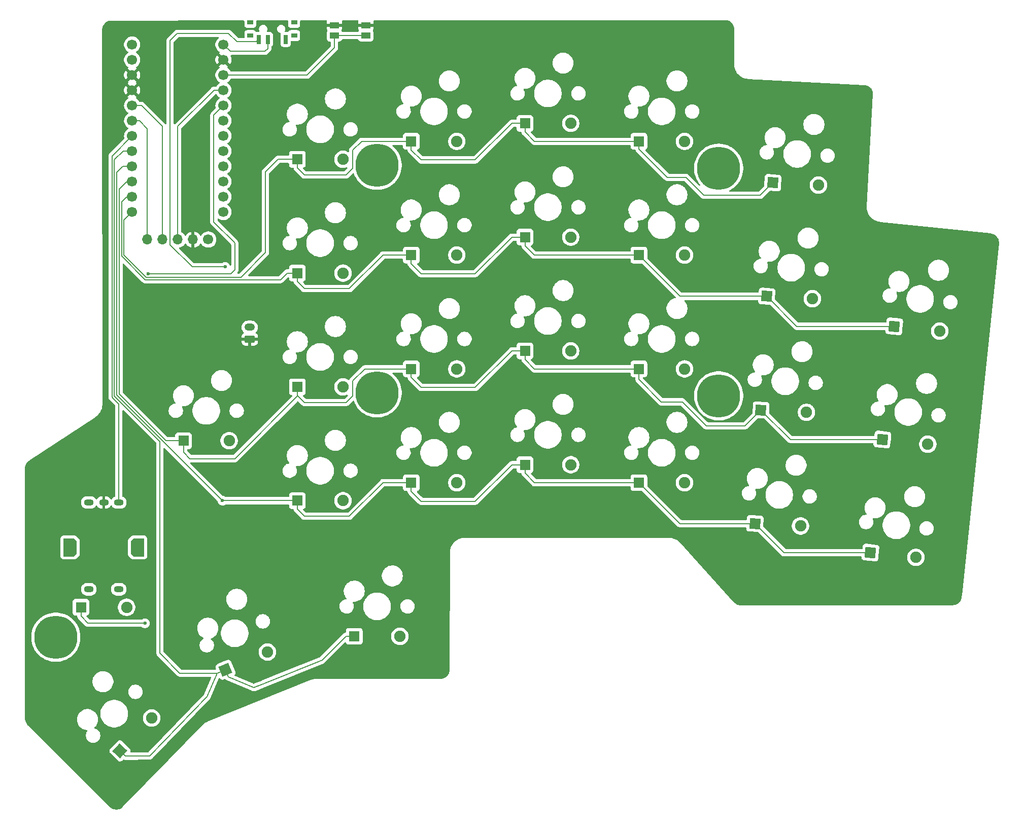
<source format=gbr>
%TF.GenerationSoftware,KiCad,Pcbnew,9.0.0*%
%TF.CreationDate,2025-04-09T21:05:36+02:00*%
%TF.ProjectId,right,72696768-742e-46b6-9963-61645f706362,1*%
%TF.SameCoordinates,Original*%
%TF.FileFunction,Copper,L1,Top*%
%TF.FilePolarity,Positive*%
%FSLAX46Y46*%
G04 Gerber Fmt 4.6, Leading zero omitted, Abs format (unit mm)*
G04 Created by KiCad (PCBNEW 9.0.0) date 2025-04-09 21:05:36*
%MOMM*%
%LPD*%
G01*
G04 APERTURE LIST*
G04 Aperture macros list*
%AMRoundRect*
0 Rectangle with rounded corners*
0 $1 Rounding radius*
0 $2 $3 $4 $5 $6 $7 $8 $9 X,Y pos of 4 corners*
0 Add a 4 corners polygon primitive as box body*
4,1,4,$2,$3,$4,$5,$6,$7,$8,$9,$2,$3,0*
0 Add four circle primitives for the rounded corners*
1,1,$1+$1,$2,$3*
1,1,$1+$1,$4,$5*
1,1,$1+$1,$6,$7*
1,1,$1+$1,$8,$9*
0 Add four rect primitives between the rounded corners*
20,1,$1+$1,$2,$3,$4,$5,0*
20,1,$1+$1,$4,$5,$6,$7,0*
20,1,$1+$1,$6,$7,$8,$9,0*
20,1,$1+$1,$8,$9,$2,$3,0*%
%AMRotRect*
0 Rectangle, with rotation*
0 The origin of the aperture is its center*
0 $1 length*
0 $2 width*
0 $3 Rotation angle, in degrees counterclockwise*
0 Add horizontal line*
21,1,$1,$2,0,0,$3*%
%AMOutline5P*
0 Free polygon, 5 corners , with rotation*
0 The origin of the aperture is its center*
0 number of corners: always 5*
0 $1 to $10 corner X, Y*
0 $11 Rotation angle, in degrees counterclockwise*
0 create outline with 5 corners*
4,1,5,$1,$2,$3,$4,$5,$6,$7,$8,$9,$10,$1,$2,$11*%
%AMOutline6P*
0 Free polygon, 6 corners , with rotation*
0 The origin of the aperture is its center*
0 number of corners: always 6*
0 $1 to $12 corner X, Y*
0 $13 Rotation angle, in degrees counterclockwise*
0 create outline with 6 corners*
4,1,6,$1,$2,$3,$4,$5,$6,$7,$8,$9,$10,$11,$12,$1,$2,$13*%
%AMOutline7P*
0 Free polygon, 7 corners , with rotation*
0 The origin of the aperture is its center*
0 number of corners: always 7*
0 $1 to $14 corner X, Y*
0 $15 Rotation angle, in degrees counterclockwise*
0 create outline with 7 corners*
4,1,7,$1,$2,$3,$4,$5,$6,$7,$8,$9,$10,$11,$12,$13,$14,$1,$2,$15*%
%AMOutline8P*
0 Free polygon, 8 corners , with rotation*
0 The origin of the aperture is its center*
0 number of corners: always 8*
0 $1 to $16 corner X, Y*
0 $17 Rotation angle, in degrees counterclockwise*
0 create outline with 8 corners*
4,1,8,$1,$2,$3,$4,$5,$6,$7,$8,$9,$10,$11,$12,$13,$14,$15,$16,$1,$2,$17*%
G04 Aperture macros list end*
%TA.AperFunction,ComponentPad*%
%ADD10C,7.200000*%
%TD*%
%TA.AperFunction,ComponentPad*%
%ADD11C,1.700000*%
%TD*%
%TA.AperFunction,SMDPad,CuDef*%
%ADD12R,1.000000X0.800000*%
%TD*%
%TA.AperFunction,SMDPad,CuDef*%
%ADD13R,0.700000X1.500000*%
%TD*%
%TA.AperFunction,SMDPad,CuDef*%
%ADD14R,1.550000X1.000000*%
%TD*%
%TA.AperFunction,ComponentPad*%
%ADD15Outline6P,-1.500000X0.660000X-1.060000X1.100000X1.060000X1.100000X1.500000X0.660000X1.500000X-1.100000X-1.500000X-1.100000X90.000000*%
%TD*%
%TA.AperFunction,ComponentPad*%
%ADD16Outline6P,-1.500000X1.100000X1.500000X1.100000X1.500000X-0.660000X1.060000X-1.100000X-1.060000X-1.100000X-1.500000X-0.660000X90.000000*%
%TD*%
%TA.AperFunction,ComponentPad*%
%ADD17O,1.600000X1.100000*%
%TD*%
%TA.AperFunction,ComponentPad*%
%ADD18O,1.700000X1.700000*%
%TD*%
%TA.AperFunction,ComponentPad*%
%ADD19RotRect,1.778000X1.778000X357.000000*%
%TD*%
%TA.AperFunction,ComponentPad*%
%ADD20C,1.905000*%
%TD*%
%TA.AperFunction,ComponentPad*%
%ADD21R,1.778000X1.778000*%
%TD*%
%TA.AperFunction,ComponentPad*%
%ADD22RotRect,1.778000X1.778000X46.000000*%
%TD*%
%TA.AperFunction,ComponentPad*%
%ADD23RotRect,1.778000X1.778000X23.000000*%
%TD*%
%TA.AperFunction,ComponentPad*%
%ADD24RoundRect,0.240000X-0.635000X0.360000X-0.635000X-0.360000X0.635000X-0.360000X0.635000X0.360000X0*%
%TD*%
%TA.AperFunction,ComponentPad*%
%ADD25O,1.750000X1.200000*%
%TD*%
%TA.AperFunction,ComponentPad*%
%ADD26RotRect,1.778000X1.778000X354.000000*%
%TD*%
%TA.AperFunction,ViaPad*%
%ADD27C,0.600000*%
%TD*%
%TA.AperFunction,Conductor*%
%ADD28C,0.200000*%
%TD*%
G04 APERTURE END LIST*
D10*
%TO.P,H2,*%
%TO.N,*%
X247580075Y-139491273D03*
%TD*%
D11*
%TO.P,MCU1,1*%
%TO.N,RAW*%
X164950083Y-80841280D03*
%TO.P,MCU1,2*%
%TO.N,GND*%
X164950083Y-83381280D03*
%TO.P,MCU1,3*%
%TO.N,RST*%
X164950083Y-85921280D03*
%TO.P,MCU1,4*%
%TO.N,VCC*%
X164950082Y-88461280D03*
%TO.P,MCU1,5*%
%TO.N,RE_A*%
X164950083Y-91001280D03*
%TO.P,MCU1,6*%
%TO.N,col1*%
X164950083Y-93541280D03*
%TO.P,MCU1,7*%
%TO.N,col2*%
X164950083Y-96081280D03*
%TO.P,MCU1,8*%
%TO.N,col3*%
X164950083Y-98621280D03*
%TO.P,MCU1,9*%
%TO.N,col4*%
X164950083Y-101161280D03*
%TO.P,MCU1,10*%
%TO.N,col5*%
X164950083Y-103701280D03*
%TO.P,MCU1,11*%
%TO.N,col6*%
X164950083Y-106241280D03*
%TO.P,MCU1,12*%
%TO.N,col7*%
X164950081Y-108781279D03*
%TO.P,MCU1,13*%
%TO.N,row1*%
X149710083Y-108781279D03*
%TO.P,MCU1,14*%
%TO.N,row2*%
X149710083Y-106241280D03*
%TO.P,MCU1,15*%
%TO.N,row3*%
X149710083Y-103701280D03*
%TO.P,MCU1,16*%
%TO.N,row4*%
X149710083Y-101161280D03*
%TO.P,MCU1,17*%
%TO.N,row5*%
X149710084Y-98621280D03*
%TO.P,MCU1,18*%
%TO.N,RE_C*%
X149710083Y-96081280D03*
%TO.P,MCU1,19*%
%TO.N,MOSI*%
X149710083Y-93541280D03*
%TO.P,MCU1,20*%
%TO.N,SCL*%
X149710083Y-91001280D03*
%TO.P,MCU1,21*%
%TO.N,GND*%
X149710083Y-88461280D03*
%TO.P,MCU1,22*%
X149710083Y-85921280D03*
%TO.P,MCU1,23*%
%TO.N,P0*%
X149710083Y-83381280D03*
%TO.P,MCU1,24*%
%TO.N,CS*%
X149710083Y-80841280D03*
%TD*%
D10*
%TO.P,H5,*%
%TO.N,*%
X136980077Y-179791272D03*
%TD*%
D12*
%TO.P,PWR1,*%
%TO.N,*%
X169430078Y-79326277D03*
X176730078Y-79326277D03*
X176730078Y-77116277D03*
X169430078Y-77116276D03*
D13*
%TO.P,PWR1,1*%
%TO.N,N/C*%
X175330078Y-79976277D03*
%TO.P,PWR1,2*%
%TO.N,RAW*%
X172330078Y-79976276D03*
%TO.P,PWR1,3*%
%TO.N,BAT_P*%
X170830077Y-79976278D03*
%TD*%
D10*
%TO.P,H3,*%
%TO.N,*%
X190580076Y-100991274D03*
%TD*%
%TO.P,H4,*%
%TO.N,*%
X190580080Y-138991273D03*
%TD*%
%TO.P,H1,*%
%TO.N,*%
X247580079Y-101491278D03*
%TD*%
D14*
%TO.P,RST1,1*%
%TO.N,GND*%
X188705069Y-77641271D03*
%TO.P,RST1,2*%
%TO.N,RST*%
X188705069Y-79341271D03*
%TO.P,RST1,3*%
%TO.N,GND*%
X183455069Y-77641271D03*
%TO.P,RST1,4*%
%TO.N,RST*%
X183455069Y-79341271D03*
%TD*%
D15*
%TO.P,RE1,*%
%TO.N,*%
X150580078Y-164791276D03*
D16*
X139380078Y-164791276D03*
D17*
%TO.P,RE1,A*%
%TO.N,RE_A*%
X142480078Y-157291276D03*
%TO.P,RE1,B*%
%TO.N,GND*%
X144980078Y-157291276D03*
%TO.P,RE1,C*%
%TO.N,RE_C*%
X147480078Y-157291276D03*
%TO.P,RE1,S1*%
%TO.N,col7*%
X147480078Y-171791276D03*
%TO.P,RE1,S2*%
%TO.N,mirror_encoder_encoder*%
X142480079Y-171791275D03*
%TD*%
D18*
%TO.P,DISP1,1*%
%TO.N,MOSI*%
X152250075Y-113391275D03*
%TO.P,DISP1,2*%
%TO.N,SCL*%
X154790076Y-113391275D03*
%TO.P,DISP1,3*%
%TO.N,VCC*%
X157330076Y-113391275D03*
%TO.P,DISP1,4*%
%TO.N,GND*%
X159870077Y-113391274D03*
D11*
%TO.P,DISP1,5*%
%TO.N,CS*%
X162410077Y-113391275D03*
%TD*%
D19*
%TO.P,D5,1*%
%TO.N,row3*%
X254616647Y-141846938D03*
D20*
%TO.P,D5,2*%
%TO.N,mirror_pinky_home*%
X262226205Y-142245738D03*
%TD*%
D21*
%TO.P,D20,1*%
%TO.N,row4*%
X177270075Y-156991269D03*
D20*
%TO.P,D20,2*%
%TO.N,mirror_inner_bottom*%
X184890075Y-156991269D03*
%TD*%
D19*
%TO.P,D6,1*%
%TO.N,row2*%
X255611029Y-122872980D03*
D20*
%TO.P,D6,2*%
%TO.N,mirror_pinky_top*%
X263220587Y-123271780D03*
%TD*%
D21*
%TO.P,D15,1*%
%TO.N,row1*%
X215270083Y-93991274D03*
D20*
%TO.P,D15,2*%
%TO.N,mirror_middle_num*%
X222890083Y-93991274D03*
%TD*%
D21*
%TO.P,D12,1*%
%TO.N,row4*%
X215270078Y-150991271D03*
D20*
%TO.P,D12,2*%
%TO.N,mirror_middle_bottom*%
X222890078Y-150991271D03*
%TD*%
D21*
%TO.P,D10,1*%
%TO.N,row2*%
X234270076Y-115991272D03*
D20*
%TO.P,D10,2*%
%TO.N,mirror_ring_top*%
X241890076Y-115991272D03*
%TD*%
D21*
%TO.P,D28,1*%
%TO.N,row4*%
X141170077Y-174791276D03*
D20*
%TO.P,D28,2*%
%TO.N,mirror_encoder_encoder*%
X148790077Y-174791276D03*
%TD*%
D22*
%TO.P,D27,1*%
%TO.N,row5*%
X147676430Y-198777386D03*
D20*
%TO.P,D27,2*%
%TO.N,mirror_layer_cluster*%
X152969726Y-193296016D03*
%TD*%
D21*
%TO.P,D13,1*%
%TO.N,row3*%
X215270079Y-131991276D03*
D20*
%TO.P,D13,2*%
%TO.N,mirror_middle_home*%
X222890079Y-131991276D03*
%TD*%
D23*
%TO.P,D26,1*%
%TO.N,row5*%
X165276608Y-185232484D03*
D20*
%TO.P,D26,2*%
%TO.N,mirror_space_cluster*%
X172290854Y-182255110D03*
%TD*%
D21*
%TO.P,D21,1*%
%TO.N,row3*%
X177270074Y-137991274D03*
D20*
%TO.P,D21,2*%
%TO.N,mirror_inner_home*%
X184890074Y-137991274D03*
%TD*%
D24*
%TO.P,JST1,1*%
%TO.N,GND*%
X169330077Y-130041276D03*
D25*
%TO.P,JST1,2*%
%TO.N,BAT_P*%
X169330077Y-128041276D03*
%TD*%
D19*
%TO.P,D7,1*%
%TO.N,row1*%
X256605407Y-103899020D03*
D20*
%TO.P,D7,2*%
%TO.N,mirror_pinky_num*%
X264214965Y-104297820D03*
%TD*%
D26*
%TO.P,D2,1*%
%TO.N,row3*%
X274890117Y-146774502D03*
D20*
%TO.P,D2,2*%
%TO.N,mirror_stretch_home*%
X282468371Y-147571006D03*
%TD*%
D19*
%TO.P,D4,1*%
%TO.N,row4*%
X253622263Y-160820897D03*
D20*
%TO.P,D4,2*%
%TO.N,mirror_pinky_bottom*%
X261231821Y-161219697D03*
%TD*%
D21*
%TO.P,D22,1*%
%TO.N,row2*%
X177270086Y-118991275D03*
D20*
%TO.P,D22,2*%
%TO.N,mirror_inner_top*%
X184890086Y-118991275D03*
%TD*%
D21*
%TO.P,D8,1*%
%TO.N,row4*%
X234270082Y-153991277D03*
D20*
%TO.P,D8,2*%
%TO.N,mirror_ring_bottom*%
X241890082Y-153991277D03*
%TD*%
D21*
%TO.P,D24,1*%
%TO.N,row3*%
X158270081Y-146991271D03*
D20*
%TO.P,D24,2*%
%TO.N,mirror_brackets_home*%
X165890081Y-146991271D03*
%TD*%
D26*
%TO.P,D3,1*%
%TO.N,row2*%
X276876157Y-127878589D03*
D20*
%TO.P,D3,2*%
%TO.N,mirror_stretch_top*%
X284454411Y-128675093D03*
%TD*%
D21*
%TO.P,D16,1*%
%TO.N,row4*%
X196270076Y-153991276D03*
D20*
%TO.P,D16,2*%
%TO.N,mirror_index_bottom*%
X203890076Y-153991276D03*
%TD*%
D21*
%TO.P,D14,1*%
%TO.N,row2*%
X215270080Y-112991271D03*
D20*
%TO.P,D14,2*%
%TO.N,mirror_middle_top*%
X222890080Y-112991271D03*
%TD*%
D21*
%TO.P,D17,1*%
%TO.N,row3*%
X196270078Y-134991274D03*
D20*
%TO.P,D17,2*%
%TO.N,mirror_index_home*%
X203890078Y-134991274D03*
%TD*%
D21*
%TO.P,D9,1*%
%TO.N,row3*%
X234270075Y-134991272D03*
D20*
%TO.P,D9,2*%
%TO.N,mirror_ring_home*%
X241890075Y-134991272D03*
%TD*%
D26*
%TO.P,D1,1*%
%TO.N,row4*%
X272904074Y-165670417D03*
D20*
%TO.P,D1,2*%
%TO.N,mirror_stretch_bottom*%
X280482328Y-166466921D03*
%TD*%
D21*
%TO.P,D11,1*%
%TO.N,row1*%
X234270071Y-96991277D03*
D20*
%TO.P,D11,2*%
%TO.N,mirror_ring_num*%
X241890071Y-96991277D03*
%TD*%
D21*
%TO.P,D18,1*%
%TO.N,row2*%
X196270076Y-115991277D03*
D20*
%TO.P,D18,2*%
%TO.N,mirror_index_top*%
X203890076Y-115991277D03*
%TD*%
D21*
%TO.P,D23,1*%
%TO.N,row1*%
X177270072Y-99991274D03*
D20*
%TO.P,D23,2*%
%TO.N,mirror_inner_num*%
X184890072Y-99991274D03*
%TD*%
D21*
%TO.P,D25,1*%
%TO.N,row5*%
X186770081Y-179641281D03*
D20*
%TO.P,D25,2*%
%TO.N,mirror_super_cluster*%
X194390081Y-179641281D03*
%TD*%
D21*
%TO.P,D19,1*%
%TO.N,row1*%
X196270076Y-96991278D03*
D20*
%TO.P,D19,2*%
%TO.N,mirror_index_num*%
X203890076Y-96991278D03*
%TD*%
D27*
%TO.N,GND*%
X157000000Y-88000000D03*
X157000000Y-85000000D03*
X157000000Y-93000000D03*
X157000000Y-90500000D03*
X157000000Y-82500000D03*
%TO.N,row4*%
X164772418Y-156991270D03*
X151845569Y-177474268D03*
%TO.N,RE_A*%
X152345571Y-119095063D03*
%TO.N,BAT_P*%
X165249799Y-117949494D03*
%TD*%
D28*
%TO.N,row4*%
X151845569Y-177474268D02*
X142345570Y-177474269D01*
X164772418Y-156991270D02*
X177270078Y-156991274D01*
X206944306Y-157096063D02*
X213049103Y-150991276D01*
X147142307Y-139361163D02*
X164772418Y-156991270D01*
X177270076Y-158421835D02*
X178444309Y-159596062D01*
X149710071Y-101161272D02*
X148158564Y-101161271D01*
X142345570Y-177474269D02*
X141170073Y-176298770D01*
X258471781Y-165670418D02*
X272904082Y-165670424D01*
X196270079Y-153991270D02*
X196270076Y-155421835D01*
X191549098Y-153991276D02*
X196270079Y-153991270D01*
X234270080Y-153991276D02*
X241099703Y-160820900D01*
X178444309Y-159596062D02*
X185944308Y-159596063D01*
X141170073Y-176298770D02*
X141170073Y-174791274D01*
X196270076Y-155421835D02*
X197944308Y-157096063D01*
X197944308Y-157096063D02*
X206944306Y-157096063D01*
X213049103Y-150991276D02*
X215270077Y-150991269D01*
X147142308Y-102177529D02*
X147142307Y-139361163D01*
X185944308Y-159596063D02*
X191549098Y-153991276D01*
X215270075Y-152421836D02*
X216839518Y-153991274D01*
X148158564Y-101161271D02*
X147142308Y-102177529D01*
X253622262Y-160820900D02*
X258471781Y-165670418D01*
X215270077Y-150991269D02*
X215270075Y-152421836D01*
X216839518Y-153991274D02*
X234270080Y-153991276D01*
X241099703Y-160820900D02*
X253622262Y-160820900D01*
X177270078Y-156991274D02*
X177270076Y-158421835D01*
%TO.N,row3*%
X148839097Y-103701279D02*
X147543310Y-104997068D01*
X149710079Y-103701278D02*
X148839097Y-103701279D01*
X177270073Y-139549764D02*
X166845568Y-149974269D01*
X259544207Y-146774504D02*
X274890120Y-146774501D01*
X147543310Y-104997068D02*
X147543307Y-139195068D01*
X215270082Y-133421834D02*
X215270075Y-131991275D01*
X251972311Y-144491274D02*
X254616647Y-141846938D01*
X238000076Y-140491273D02*
X241500076Y-140491274D01*
X234270075Y-136761273D02*
X238000076Y-140491273D01*
X188500076Y-134991274D02*
X186524589Y-136966760D01*
X177270076Y-139421832D02*
X177270074Y-137991279D01*
X241500076Y-140491274D02*
X245500076Y-144491274D01*
X166845568Y-149974269D02*
X159345568Y-149974270D01*
X159345568Y-149974270D02*
X158270082Y-148898780D01*
X197944311Y-138096060D02*
X196270080Y-136421832D01*
X254616644Y-141846940D02*
X259544207Y-146774504D01*
X245500076Y-144491274D02*
X251972311Y-144491274D01*
X186524589Y-136966760D02*
X186524589Y-139491274D01*
X213049095Y-131991284D02*
X206944308Y-138096059D01*
X185419798Y-140596065D02*
X178444305Y-140596065D01*
X178444305Y-140596065D02*
X177270076Y-139421832D01*
X186524589Y-139491274D02*
X185419798Y-140596065D01*
X177270073Y-137991273D02*
X177270073Y-139549764D01*
X234270075Y-134991272D02*
X234270075Y-136761273D01*
X234270078Y-134991275D02*
X216839511Y-134991271D01*
X147543307Y-139195068D02*
X155339519Y-146991273D01*
X196270080Y-136421832D02*
X196270083Y-134991276D01*
X216839511Y-134991271D02*
X215270082Y-133421834D01*
X155339519Y-146991273D02*
X158270076Y-146991275D01*
X158270082Y-148898780D02*
X158270082Y-146991271D01*
X215270075Y-131991275D02*
X213049095Y-131991284D01*
X196270078Y-134991274D02*
X188500076Y-134991274D01*
X206944308Y-138096059D02*
X197944311Y-138096060D01*
%TO.N,row2*%
X213049092Y-112991274D02*
X206944306Y-119096063D01*
X177270078Y-120421834D02*
X177270076Y-118991277D01*
X206944306Y-119096063D02*
X197944307Y-119096067D01*
X175549099Y-118991277D02*
X174444310Y-120096060D01*
X177270076Y-118991277D02*
X175549099Y-118991277D01*
X234270079Y-115991276D02*
X241151774Y-122872977D01*
X191549094Y-115991273D02*
X185944308Y-121596064D01*
X241151774Y-122872977D02*
X255611027Y-122872979D01*
X234270079Y-115991276D02*
X216839516Y-115991275D01*
X174444310Y-120096060D02*
X151877209Y-120096060D01*
X147944301Y-116163169D02*
X147944304Y-107096060D01*
X260616632Y-127878584D02*
X276876160Y-127878590D01*
X255611027Y-122872979D02*
X260616632Y-127878584D01*
X151877209Y-120096060D02*
X147944301Y-116163169D01*
X215270072Y-112991270D02*
X213049092Y-112991274D01*
X178444305Y-121596058D02*
X177270078Y-120421834D01*
X216839516Y-115991275D02*
X215270080Y-114421834D01*
X196270074Y-117421839D02*
X196270086Y-115991272D01*
X196270086Y-115991272D02*
X191549094Y-115991273D01*
X185944308Y-121596064D02*
X178444305Y-121596058D01*
X197944307Y-119096067D02*
X196270074Y-117421839D01*
X215270080Y-114421834D02*
X215270072Y-112991270D01*
X148799095Y-106241277D02*
X149710081Y-106241271D01*
X147944304Y-107096060D02*
X148799095Y-106241277D01*
%TO.N,row1*%
X167845310Y-119695067D02*
X171944308Y-115596055D01*
X177270075Y-99991272D02*
X177270075Y-101421841D01*
X149710075Y-108781273D02*
X148345306Y-110146042D01*
X171944308Y-115596055D02*
X171944312Y-102096061D01*
X245092331Y-105991274D02*
X254513153Y-105991274D01*
X196270081Y-96991277D02*
X196270072Y-98421831D01*
X171944312Y-102096061D02*
X174049091Y-99991275D01*
X148345306Y-110146042D02*
X148345305Y-115997064D01*
X215270072Y-95421833D02*
X216839517Y-96991270D01*
X234270072Y-96991276D02*
X234270071Y-98261269D01*
X213049095Y-93991274D02*
X215270080Y-93991274D01*
X234270071Y-98261269D02*
X239000077Y-102991274D01*
X152043309Y-119695065D02*
X167845310Y-119695067D01*
X177270075Y-101421841D02*
X178444309Y-102596067D01*
X216839517Y-96991270D02*
X234270075Y-96991268D01*
X186500076Y-101491273D02*
X186500077Y-98491274D01*
X186500077Y-98491274D02*
X188000072Y-96991278D01*
X185395284Y-102596066D02*
X186500076Y-101491273D01*
X148345305Y-115997064D02*
X152043309Y-119695065D01*
X178444309Y-102596067D02*
X185395284Y-102596066D01*
X254513153Y-105991274D02*
X256605408Y-103899020D01*
X174049091Y-99991275D02*
X177270075Y-99991272D01*
X239000077Y-102991274D02*
X242092332Y-102991274D01*
X215270080Y-93991274D02*
X215270072Y-95421833D01*
X197944308Y-100096061D02*
X206944308Y-100096063D01*
X196270072Y-98421831D02*
X197944308Y-100096061D01*
X242092332Y-102991274D02*
X245092331Y-105991274D01*
X188000072Y-96991278D02*
X196270076Y-96991278D01*
X206944308Y-100096063D02*
X213049095Y-93991274D01*
%TO.N,row5*%
X171381585Y-187669518D02*
X169991099Y-188231314D01*
X165763119Y-186436648D02*
X165276619Y-185232493D01*
X148598634Y-199667952D02*
X147676435Y-198777389D01*
X169991099Y-188231314D02*
X165763119Y-186436648D01*
X146741309Y-103974268D02*
X146741312Y-100078526D01*
X185402891Y-179641283D02*
X181437511Y-183606655D01*
X157671591Y-185800288D02*
X154345570Y-182474271D01*
X163871257Y-185800291D02*
X157671591Y-185800288D01*
X186770078Y-179641274D02*
X185402891Y-179641283D01*
X146741307Y-139527261D02*
X146741305Y-103974269D01*
X154345573Y-147131525D02*
X146741307Y-139527261D01*
X154345570Y-182474271D02*
X154345573Y-147131525D01*
X146741305Y-103974269D02*
X146741309Y-103974268D01*
X165276619Y-185232493D02*
X163871257Y-185800291D01*
X148198558Y-98621278D02*
X149710083Y-98621277D01*
X163871257Y-185800291D02*
X162209831Y-189714341D01*
X146741312Y-100078526D02*
X148198558Y-98621278D01*
X152666317Y-199596954D02*
X148598634Y-199667952D01*
X162209831Y-189714341D02*
X152666317Y-199596954D01*
X181437511Y-183606655D02*
X171381585Y-187669518D01*
%TO.N,RAW*%
X166083072Y-81974268D02*
X164950082Y-80841278D01*
X171845570Y-81974267D02*
X166083072Y-81974268D01*
X172330073Y-79976275D02*
X172330076Y-81489761D01*
X172330076Y-81489761D02*
X171845570Y-81974267D01*
%TO.N,RST*%
X188705075Y-79341271D02*
X183455079Y-79341273D01*
X164950082Y-85921279D02*
X178898558Y-85921279D01*
X183455067Y-81364769D02*
X183455069Y-79341272D01*
X178898558Y-85921279D02*
X183455067Y-81364769D01*
%TO.N,VCC*%
X157330076Y-113391273D02*
X157330077Y-94489760D01*
X157330077Y-94489760D02*
X163358559Y-88461279D01*
X163358559Y-88461279D02*
X164950081Y-88461279D01*
%TO.N,RE_A*%
X163345569Y-92605789D02*
X163345570Y-110474268D01*
X164950084Y-91001279D02*
X163345569Y-92605789D01*
X166845568Y-113974269D02*
X166845570Y-118474267D01*
X163345570Y-110474268D02*
X166845568Y-113974269D01*
X166224772Y-119095066D02*
X152345571Y-119095063D01*
X166845570Y-118474267D02*
X166224772Y-119095066D01*
%TO.N,SCL*%
X151291331Y-91001277D02*
X149710083Y-91001278D01*
X154790076Y-94500023D02*
X151291331Y-91001277D01*
X154790076Y-113391274D02*
X154790076Y-94500023D01*
%TO.N,MOSI*%
X152250075Y-94878773D02*
X152250074Y-113391271D01*
X150912579Y-93541280D02*
X152250075Y-94878773D01*
X149710080Y-93541278D02*
X150912579Y-93541280D01*
%TO.N,RE_C*%
X146340307Y-104140367D02*
X146340308Y-103808169D01*
X146340308Y-139361163D02*
X146340307Y-104140367D01*
X147480076Y-140833133D02*
X146575207Y-139928262D01*
X146575207Y-139928262D02*
X146340308Y-139693363D01*
X146340308Y-103808169D02*
X146340306Y-99451054D01*
X146340308Y-139469007D02*
X146340308Y-139361163D01*
X146340306Y-99451054D02*
X149710081Y-96081279D01*
X147480076Y-157291274D02*
X147480076Y-140833133D01*
X146340308Y-139693363D02*
X146340308Y-139469007D01*
%TO.N,BAT_P*%
X165749799Y-78949494D02*
X157249799Y-78949494D01*
X170830076Y-79976276D02*
X170441834Y-80364520D01*
X157249799Y-78949494D02*
X156055740Y-80143553D01*
X159755167Y-117949494D02*
X165249799Y-117949494D01*
X156055740Y-114250067D02*
X159755167Y-117949494D01*
X167164825Y-80364520D02*
X165749799Y-78949494D01*
X170441834Y-80364520D02*
X167164825Y-80364520D01*
X156055740Y-80143553D02*
X156055740Y-114250067D01*
%TD*%
%TA.AperFunction,Conductor*%
%TO.N,GND*%
G36*
X163678965Y-89066066D02*
G01*
X163694171Y-89065415D01*
X163711809Y-89075710D01*
X163731402Y-89081464D01*
X163742298Y-89093508D01*
X163754513Y-89100638D01*
X163774848Y-89129485D01*
X163795031Y-89169097D01*
X163919972Y-89341066D01*
X164070295Y-89491389D01*
X164242264Y-89616330D01*
X164251028Y-89620796D01*
X164301824Y-89668771D01*
X164318618Y-89736592D01*
X164296080Y-89802727D01*
X164251032Y-89841762D01*
X164242266Y-89846228D01*
X164070296Y-89971170D01*
X163919973Y-90121493D01*
X163795034Y-90293459D01*
X163698527Y-90482865D01*
X163632836Y-90685040D01*
X163611408Y-90820331D01*
X163599583Y-90894993D01*
X163599583Y-91107567D01*
X163606893Y-91153719D01*
X163632837Y-91317526D01*
X163646573Y-91359802D01*
X163648568Y-91429644D01*
X163616323Y-91485800D01*
X162959420Y-92142699D01*
X162959411Y-92142711D01*
X162865047Y-92237075D01*
X162865044Y-92237079D01*
X162785995Y-92373998D01*
X162785990Y-92374009D01*
X162768029Y-92441037D01*
X162768030Y-92441038D01*
X162745069Y-92526731D01*
X162745068Y-92526733D01*
X162745068Y-92694833D01*
X162745069Y-92694846D01*
X162745069Y-110395206D01*
X162745069Y-110395210D01*
X162745069Y-110553325D01*
X162766103Y-110631823D01*
X162785993Y-110706053D01*
X162785996Y-110706058D01*
X162865045Y-110842977D01*
X162865049Y-110842982D01*
X162865050Y-110842984D01*
X166208750Y-114186686D01*
X166242234Y-114248007D01*
X166245068Y-114274365D01*
X166245068Y-117637091D01*
X166225383Y-117704130D01*
X166172579Y-117749885D01*
X166103421Y-117759829D01*
X166039865Y-117730804D01*
X166006509Y-117684547D01*
X165959193Y-117570315D01*
X165959191Y-117570312D01*
X165959189Y-117570308D01*
X165871588Y-117439205D01*
X165871585Y-117439201D01*
X165760091Y-117327707D01*
X165760087Y-117327704D01*
X165628984Y-117240103D01*
X165628971Y-117240096D01*
X165483300Y-117179758D01*
X165483288Y-117179755D01*
X165328644Y-117148994D01*
X165328641Y-117148994D01*
X165170957Y-117148994D01*
X165170954Y-117148994D01*
X165016309Y-117179755D01*
X165016297Y-117179758D01*
X164870626Y-117240096D01*
X164870613Y-117240103D01*
X164738924Y-117328096D01*
X164672246Y-117348974D01*
X164670033Y-117348994D01*
X160055264Y-117348994D01*
X159988225Y-117329309D01*
X159967583Y-117312675D01*
X157574191Y-114919283D01*
X157540706Y-114857960D01*
X157545690Y-114788268D01*
X157587562Y-114732335D01*
X157642484Y-114709128D01*
X157646319Y-114708521D01*
X157848488Y-114642832D01*
X158037892Y-114546326D01*
X158082351Y-114514025D01*
X158209862Y-114421384D01*
X158209864Y-114421381D01*
X158209868Y-114421379D01*
X158360180Y-114271067D01*
X158360182Y-114271063D01*
X158360185Y-114271061D01*
X158485124Y-114099095D01*
X158485126Y-114099092D01*
X158485127Y-114099091D01*
X158489871Y-114089779D01*
X158537843Y-114038983D01*
X158605663Y-114022186D01*
X158671799Y-114044721D01*
X158710840Y-114089774D01*
X158715454Y-114098829D01*
X158840349Y-114270733D01*
X158840353Y-114270738D01*
X158990612Y-114420997D01*
X158990617Y-114421001D01*
X159162519Y-114545894D01*
X159351859Y-114642369D01*
X159553948Y-114708031D01*
X159620077Y-114718505D01*
X159620077Y-113824286D01*
X159677084Y-113857199D01*
X159804251Y-113891274D01*
X159935903Y-113891274D01*
X160063070Y-113857199D01*
X160120077Y-113824286D01*
X160120077Y-114718504D01*
X160186203Y-114708031D01*
X160186206Y-114708031D01*
X160388294Y-114642369D01*
X160577634Y-114545894D01*
X160749536Y-114421001D01*
X160749541Y-114420997D01*
X160899800Y-114270738D01*
X160899804Y-114270733D01*
X161024699Y-114098829D01*
X161029311Y-114089779D01*
X161077285Y-114038982D01*
X161145106Y-114022187D01*
X161211241Y-114044724D01*
X161250281Y-114089779D01*
X161255026Y-114099092D01*
X161379967Y-114271061D01*
X161530290Y-114421384D01*
X161702256Y-114546323D01*
X161702258Y-114546324D01*
X161702261Y-114546326D01*
X161891665Y-114642832D01*
X162093834Y-114708521D01*
X162303790Y-114741775D01*
X162303791Y-114741775D01*
X162516363Y-114741775D01*
X162516364Y-114741775D01*
X162726320Y-114708521D01*
X162928489Y-114642832D01*
X163117893Y-114546326D01*
X163162352Y-114514025D01*
X163289863Y-114421384D01*
X163289865Y-114421381D01*
X163289869Y-114421379D01*
X163440181Y-114271067D01*
X163440183Y-114271063D01*
X163440186Y-114271061D01*
X163565125Y-114099095D01*
X163565127Y-114099092D01*
X163565128Y-114099091D01*
X163661634Y-113909687D01*
X163727323Y-113707518D01*
X163760577Y-113497562D01*
X163760577Y-113284988D01*
X163727323Y-113075032D01*
X163661634Y-112872863D01*
X163565128Y-112683459D01*
X163565126Y-112683456D01*
X163565125Y-112683454D01*
X163440186Y-112511488D01*
X163289863Y-112361165D01*
X163117897Y-112236226D01*
X162928491Y-112139719D01*
X162928490Y-112139718D01*
X162928489Y-112139718D01*
X162726320Y-112074029D01*
X162726318Y-112074028D01*
X162726317Y-112074028D01*
X162565034Y-112048483D01*
X162516364Y-112040775D01*
X162303790Y-112040775D01*
X162255119Y-112048483D01*
X162093837Y-112074028D01*
X161891662Y-112139719D01*
X161702256Y-112236226D01*
X161530290Y-112361165D01*
X161379967Y-112511488D01*
X161255027Y-112683456D01*
X161250278Y-112692776D01*
X161202300Y-112743569D01*
X161134479Y-112760361D01*
X161068345Y-112737820D01*
X161029311Y-112692769D01*
X161024699Y-112683718D01*
X160899804Y-112511814D01*
X160899800Y-112511809D01*
X160749541Y-112361550D01*
X160749536Y-112361546D01*
X160577634Y-112236653D01*
X160388292Y-112140177D01*
X160186201Y-112074515D01*
X160120077Y-112064042D01*
X160120077Y-112958262D01*
X160063070Y-112925349D01*
X159935903Y-112891274D01*
X159804251Y-112891274D01*
X159677084Y-112925349D01*
X159620077Y-112958262D01*
X159620077Y-112064042D01*
X159620076Y-112064042D01*
X159553952Y-112074515D01*
X159351861Y-112140177D01*
X159162519Y-112236653D01*
X158990617Y-112361546D01*
X158990612Y-112361550D01*
X158840353Y-112511809D01*
X158840349Y-112511814D01*
X158715453Y-112683720D01*
X158710836Y-112692780D01*
X158662857Y-112743572D01*
X158595035Y-112760362D01*
X158528902Y-112737819D01*
X158489870Y-112692768D01*
X158485127Y-112683459D01*
X158485125Y-112683456D01*
X158485124Y-112683454D01*
X158360185Y-112511488D01*
X158209862Y-112361165D01*
X158037891Y-112236223D01*
X158037890Y-112236222D01*
X157998281Y-112216040D01*
X157947485Y-112168066D01*
X157930576Y-112105556D01*
X157930576Y-94789857D01*
X157950261Y-94722818D01*
X157966895Y-94702176D01*
X163570975Y-89098098D01*
X163620980Y-89070792D01*
X163624365Y-89068407D01*
X163625433Y-89068361D01*
X163632298Y-89064613D01*
X163658656Y-89061779D01*
X163664363Y-89061779D01*
X163678965Y-89066066D01*
G37*
%TD.AperFunction*%
%TA.AperFunction,Conductor*%
G36*
X164115183Y-79569679D02*
G01*
X164160938Y-79622483D01*
X164170882Y-79691641D01*
X164141857Y-79755197D01*
X164121029Y-79774312D01*
X164070297Y-79811170D01*
X164070292Y-79811174D01*
X163919973Y-79961493D01*
X163795034Y-80133459D01*
X163698527Y-80322865D01*
X163632836Y-80525040D01*
X163600549Y-80728894D01*
X163599583Y-80734993D01*
X163599583Y-80947567D01*
X163602916Y-80968608D01*
X163632836Y-81157519D01*
X163632836Y-81157521D01*
X163632837Y-81157523D01*
X163696703Y-81354082D01*
X163698527Y-81359694D01*
X163795034Y-81549100D01*
X163919973Y-81721066D01*
X164070296Y-81871389D01*
X164242262Y-81996328D01*
X164242264Y-81996329D01*
X164242267Y-81996331D01*
X164251576Y-82001074D01*
X164302373Y-82049046D01*
X164319170Y-82116867D01*
X164296635Y-82183002D01*
X164251588Y-82222040D01*
X164242529Y-82226656D01*
X164242523Y-82226660D01*
X164188365Y-82266007D01*
X164188365Y-82266008D01*
X164820674Y-82898317D01*
X164757090Y-82915355D01*
X164643076Y-82981181D01*
X164549984Y-83074273D01*
X164484158Y-83188287D01*
X164467120Y-83251871D01*
X163834811Y-82619562D01*
X163834810Y-82619562D01*
X163795463Y-82673719D01*
X163698987Y-82863062D01*
X163633325Y-83065149D01*
X163633325Y-83065152D01*
X163600083Y-83275033D01*
X163600083Y-83487526D01*
X163633325Y-83697407D01*
X163633325Y-83697410D01*
X163698987Y-83899497D01*
X163795458Y-84088830D01*
X163834811Y-84142996D01*
X164467120Y-83510688D01*
X164484158Y-83574273D01*
X164549984Y-83688287D01*
X164643076Y-83781379D01*
X164757090Y-83847205D01*
X164820673Y-83864242D01*
X164188365Y-84496549D01*
X164188365Y-84496550D01*
X164242535Y-84535906D01*
X164242534Y-84535906D01*
X164251578Y-84540514D01*
X164302375Y-84588488D01*
X164319170Y-84656309D01*
X164296633Y-84722444D01*
X164251582Y-84761482D01*
X164242265Y-84766229D01*
X164070296Y-84891170D01*
X163919973Y-85041493D01*
X163795034Y-85213459D01*
X163698527Y-85402865D01*
X163632836Y-85605040D01*
X163599583Y-85814993D01*
X163599583Y-86027566D01*
X163632818Y-86237407D01*
X163632837Y-86237523D01*
X163692611Y-86421489D01*
X163698527Y-86439694D01*
X163795034Y-86629100D01*
X163919973Y-86801066D01*
X164070296Y-86951389D01*
X164242262Y-87076328D01*
X164242264Y-87076329D01*
X164242267Y-87076331D01*
X164251025Y-87080793D01*
X164301822Y-87128767D01*
X164318618Y-87196587D01*
X164296082Y-87262723D01*
X164251035Y-87301760D01*
X164242263Y-87306230D01*
X164070295Y-87431170D01*
X163919972Y-87581493D01*
X163795033Y-87753459D01*
X163783430Y-87776230D01*
X163776357Y-87790115D01*
X163774849Y-87793074D01*
X163726875Y-87843870D01*
X163664364Y-87860779D01*
X163437616Y-87860779D01*
X163279501Y-87860779D01*
X163126774Y-87901702D01*
X163126773Y-87901702D01*
X163126771Y-87901703D01*
X163126768Y-87901704D01*
X163076655Y-87930638D01*
X163076654Y-87930639D01*
X163055478Y-87942865D01*
X162989844Y-87980758D01*
X162989841Y-87980760D01*
X162878037Y-88092565D01*
X156961363Y-94009238D01*
X156867921Y-94102680D01*
X156806598Y-94136165D01*
X156736906Y-94131181D01*
X156680973Y-94089309D01*
X156656556Y-94023845D01*
X156656240Y-94014999D01*
X156656240Y-80443650D01*
X156675925Y-80376611D01*
X156692559Y-80355969D01*
X157462215Y-79586313D01*
X157523538Y-79552828D01*
X157549896Y-79549994D01*
X164048144Y-79549994D01*
X164115183Y-79569679D01*
G37*
%TD.AperFunction*%
%TA.AperFunction,Conductor*%
G36*
X248674272Y-76743600D02*
G01*
X248875113Y-76757860D01*
X248892683Y-76760382D01*
X249085053Y-76802221D01*
X249102072Y-76807221D01*
X249286513Y-76876106D01*
X249302652Y-76883491D01*
X249475358Y-76978002D01*
X249490280Y-76987616D01*
X249647720Y-77105818D01*
X249661106Y-77117455D01*
X249765034Y-77221775D01*
X249800057Y-77256930D01*
X249811646Y-77270360D01*
X249929265Y-77428258D01*
X249938818Y-77443209D01*
X250032678Y-77616270D01*
X250040002Y-77632440D01*
X250108185Y-77817118D01*
X250113126Y-77834168D01*
X250154242Y-78026702D01*
X250156697Y-78044283D01*
X250170163Y-78244624D01*
X250170441Y-78253502D01*
X250144454Y-83983043D01*
X250144454Y-83983051D01*
X250144367Y-84001985D01*
X250144294Y-84002229D01*
X250143479Y-84199844D01*
X250176441Y-84491246D01*
X250177682Y-84496550D01*
X250228563Y-84714068D01*
X250243242Y-84776818D01*
X250342957Y-85052609D01*
X250342959Y-85052613D01*
X250474229Y-85314863D01*
X250635241Y-85559958D01*
X250635249Y-85559969D01*
X250771669Y-85722462D01*
X250798658Y-85754610D01*
X250823818Y-85784578D01*
X250894991Y-85851585D01*
X251037343Y-85985605D01*
X251272904Y-86160298D01*
X251527269Y-86306260D01*
X251527271Y-86306260D01*
X251527273Y-86306262D01*
X251750868Y-86401801D01*
X251796950Y-86421491D01*
X252078252Y-86504411D01*
X252367318Y-86553884D01*
X252439519Y-86557695D01*
X252439958Y-86557748D01*
X252447941Y-86558166D01*
X252447943Y-86558167D01*
X271882399Y-87576680D01*
X271891183Y-87577456D01*
X272090566Y-87602279D01*
X272107925Y-87605713D01*
X272297433Y-87657515D01*
X272314128Y-87663389D01*
X272422441Y-87710439D01*
X272494316Y-87741661D01*
X272510016Y-87749860D01*
X272516288Y-87753729D01*
X272624248Y-87820331D01*
X272677211Y-87853004D01*
X272691582Y-87863356D01*
X272821210Y-87971599D01*
X272842371Y-87989269D01*
X272855121Y-88001564D01*
X272986428Y-88147672D01*
X272997297Y-88161658D01*
X273106450Y-88324989D01*
X273115215Y-88340381D01*
X273199986Y-88517603D01*
X273206468Y-88534088D01*
X273265117Y-88721565D01*
X273269185Y-88738804D01*
X273300527Y-88932736D01*
X273302097Y-88950379D01*
X273305560Y-89151043D01*
X273305396Y-89159906D01*
X272288402Y-107889257D01*
X272288406Y-107889661D01*
X272284506Y-107961842D01*
X272284507Y-107961864D01*
X272302847Y-108254039D01*
X272355157Y-108542089D01*
X272363395Y-108569045D01*
X272436477Y-108808187D01*
X272440719Y-108822066D01*
X272440721Y-108822072D01*
X272558359Y-109090137D01*
X272558361Y-109090140D01*
X272558363Y-109090144D01*
X272656799Y-109257959D01*
X272706487Y-109342668D01*
X272883051Y-109576166D01*
X272883058Y-109576175D01*
X272883061Y-109576178D01*
X273085677Y-109787493D01*
X273311566Y-109973723D01*
X273557642Y-110132323D01*
X273820543Y-110261127D01*
X274096677Y-110358375D01*
X274382272Y-110422738D01*
X274456308Y-110430541D01*
X274462250Y-110431170D01*
X274462311Y-110431194D01*
X274480613Y-110433117D01*
X274480620Y-110433120D01*
X274527845Y-110438081D01*
X274527845Y-110438082D01*
X274541231Y-110439488D01*
X274541234Y-110439490D01*
X274541235Y-110439489D01*
X292929075Y-112372124D01*
X292929080Y-112372126D01*
X292978843Y-112377355D01*
X292990217Y-112378549D01*
X292998960Y-112379785D01*
X293196521Y-112414941D01*
X293213671Y-112419274D01*
X293399998Y-112480794D01*
X293416354Y-112487523D01*
X293592021Y-112574931D01*
X293607254Y-112583920D01*
X293768702Y-112695443D01*
X293782497Y-112706506D01*
X293926429Y-112839871D01*
X293938507Y-112852782D01*
X293997272Y-112925349D01*
X294061994Y-113005272D01*
X294072113Y-113019770D01*
X294172645Y-113188291D01*
X294180598Y-113204086D01*
X294256117Y-113385185D01*
X294261744Y-113401958D01*
X294310721Y-113591957D01*
X294313904Y-113609361D01*
X294335343Y-113804403D01*
X294336016Y-113822083D01*
X294329347Y-114022114D01*
X294328737Y-114030944D01*
X288151710Y-172801406D01*
X288126893Y-173037528D01*
X288126889Y-173037540D01*
X288121104Y-173092604D01*
X288120481Y-173098537D01*
X288120479Y-173098540D01*
X288119203Y-173107522D01*
X288115085Y-173130424D01*
X288082773Y-173310109D01*
X288078264Y-173327682D01*
X288014109Y-173518449D01*
X288007080Y-173535182D01*
X287915771Y-173714531D01*
X287906376Y-173730058D01*
X287789862Y-173894163D01*
X287778301Y-173908152D01*
X287639082Y-174053492D01*
X287625601Y-174065645D01*
X287466663Y-174189100D01*
X287451554Y-174199155D01*
X287276290Y-174298093D01*
X287259876Y-174305833D01*
X287072047Y-174378130D01*
X287054677Y-174383393D01*
X286858317Y-174427495D01*
X286840366Y-174430166D01*
X286635138Y-174445471D01*
X286626065Y-174445814D01*
X286557974Y-174445895D01*
X286557930Y-174445898D01*
X251346725Y-174489278D01*
X251346724Y-174489278D01*
X251341560Y-174489284D01*
X251341558Y-174489284D01*
X251319280Y-174489311D01*
X251279994Y-174489360D01*
X251271349Y-174489069D01*
X251075690Y-174475636D01*
X251058562Y-174473251D01*
X250870922Y-174433625D01*
X250854293Y-174428881D01*
X250714265Y-174378130D01*
X250673996Y-174363535D01*
X250658188Y-174356523D01*
X250488731Y-174266726D01*
X250474052Y-174257583D01*
X250318735Y-174145082D01*
X250305471Y-174133985D01*
X250163942Y-173997720D01*
X250157927Y-173991510D01*
X250148491Y-173981064D01*
X250116894Y-173946078D01*
X250116885Y-173946073D01*
X250110721Y-173939248D01*
X250110719Y-173939246D01*
X241097755Y-163960587D01*
X241097452Y-163960292D01*
X241059442Y-163918197D01*
X241059292Y-163918062D01*
X240864799Y-163743400D01*
X240864796Y-163743397D01*
X240864794Y-163743396D01*
X240652986Y-163589872D01*
X240652970Y-163589861D01*
X240426299Y-163459276D01*
X240187236Y-163353053D01*
X240187230Y-163353050D01*
X239938379Y-163272350D01*
X239938376Y-163272349D01*
X239865298Y-163256845D01*
X239682473Y-163218056D01*
X239682456Y-163218054D01*
X239422299Y-163190761D01*
X239422286Y-163190760D01*
X239422283Y-163190760D01*
X239422280Y-163190760D01*
X239291498Y-163190772D01*
X205152340Y-163190772D01*
X205151456Y-163190829D01*
X205074801Y-163190822D01*
X205074800Y-163190822D01*
X205074799Y-163190822D01*
X204874867Y-163215061D01*
X204774901Y-163227181D01*
X204774898Y-163227182D01*
X204481563Y-163299375D01*
X204199046Y-163406356D01*
X203931473Y-163546560D01*
X203931459Y-163546569D01*
X203682704Y-163717966D01*
X203456387Y-163918062D01*
X203255800Y-164143949D01*
X203083862Y-164392342D01*
X203083860Y-164392346D01*
X202943072Y-164659627D01*
X202943071Y-164659630D01*
X202835486Y-164941904D01*
X202762658Y-165235092D01*
X202727450Y-165520352D01*
X202725654Y-165534907D01*
X202725373Y-165671301D01*
X202725342Y-165685953D01*
X202725301Y-165705383D01*
X202725185Y-165759515D01*
X202725185Y-165759518D01*
X202683957Y-185178572D01*
X202683827Y-185240043D01*
X202683493Y-185248876D01*
X202668795Y-185448716D01*
X202666247Y-185466199D01*
X202624248Y-185657591D01*
X202619241Y-185674536D01*
X202550467Y-185858014D01*
X202543103Y-185874074D01*
X202448948Y-186045919D01*
X202439376Y-186060770D01*
X202321751Y-186217493D01*
X202310165Y-186230832D01*
X202171469Y-186369238D01*
X202158106Y-186380796D01*
X202001143Y-186498088D01*
X201986272Y-186507629D01*
X201814224Y-186601426D01*
X201798148Y-186608756D01*
X201614525Y-186677146D01*
X201597570Y-186682117D01*
X201501833Y-186702916D01*
X201406096Y-186723715D01*
X201388608Y-186726226D01*
X201189373Y-186740460D01*
X201180537Y-186740775D01*
X180394156Y-186740775D01*
X180393685Y-186740805D01*
X180347957Y-186740817D01*
X180347954Y-186740817D01*
X180109530Y-186763707D01*
X180109529Y-186763707D01*
X180109520Y-186763708D01*
X180109517Y-186763709D01*
X180030482Y-186779026D01*
X179874361Y-186809284D01*
X179874337Y-186809290D01*
X179644632Y-186877128D01*
X179644626Y-186877130D01*
X179644624Y-186877131D01*
X179627011Y-186884218D01*
X179601905Y-186894322D01*
X179601590Y-186894426D01*
X179503435Y-186933961D01*
X179472390Y-186946464D01*
X179472391Y-186946465D01*
X162310546Y-193858868D01*
X162310523Y-193858877D01*
X162164763Y-193917552D01*
X162164752Y-193917557D01*
X161934045Y-194039789D01*
X161717311Y-194185391D01*
X161516932Y-194352760D01*
X161516920Y-194352771D01*
X161430005Y-194442333D01*
X161429986Y-194442352D01*
X155775009Y-200266980D01*
X148180779Y-208089038D01*
X148180777Y-208089040D01*
X148154812Y-208115784D01*
X148137987Y-208133114D01*
X148131539Y-208139293D01*
X147980364Y-208274071D01*
X147966212Y-208284965D01*
X147800981Y-208394159D01*
X147785413Y-208402906D01*
X147606211Y-208487234D01*
X147589546Y-208493655D01*
X147400085Y-208551367D01*
X147382671Y-208555327D01*
X147186892Y-208585225D01*
X147169090Y-208586643D01*
X146971034Y-208588108D01*
X146953214Y-208586953D01*
X146757017Y-208559956D01*
X146739546Y-208556254D01*
X146549254Y-208501351D01*
X146532497Y-208495178D01*
X146352067Y-208413512D01*
X146336377Y-208405000D01*
X146169533Y-208298252D01*
X146155228Y-208287573D01*
X146002405Y-208155333D01*
X145995863Y-208149246D01*
X132272680Y-194426058D01*
X132267129Y-194420131D01*
X132180410Y-194321237D01*
X132145833Y-194281805D01*
X132135963Y-194268941D01*
X132036020Y-194119352D01*
X132027916Y-194105316D01*
X131948350Y-193943963D01*
X131942148Y-193928989D01*
X131938267Y-193917556D01*
X131884323Y-193758633D01*
X131880126Y-193742968D01*
X131858901Y-193636265D01*
X131845029Y-193566529D01*
X131842913Y-193550452D01*
X131834950Y-193428985D01*
X131834684Y-193424924D01*
X140502102Y-193424924D01*
X140502102Y-193654407D01*
X140518948Y-193782355D01*
X140532054Y-193881904D01*
X140578744Y-194056155D01*
X140591444Y-194103553D01*
X140679252Y-194315542D01*
X140679259Y-194315556D01*
X140793994Y-194514283D01*
X140933683Y-194696327D01*
X140933691Y-194696336D01*
X141095932Y-194858577D01*
X141095940Y-194858584D01*
X141277984Y-194998273D01*
X141277987Y-194998274D01*
X141277990Y-194998277D01*
X141476714Y-195113010D01*
X141476719Y-195113012D01*
X141476725Y-195113015D01*
X141568082Y-195150856D01*
X141688715Y-195200824D01*
X141910364Y-195260214D01*
X142137868Y-195290166D01*
X142137875Y-195290166D01*
X142144109Y-195290166D01*
X142211148Y-195309851D01*
X142256903Y-195362655D01*
X142266847Y-195431813D01*
X142244427Y-195487049D01*
X142208479Y-195536527D01*
X142170748Y-195588460D01*
X142084962Y-195756823D01*
X142026567Y-195936541D01*
X141997008Y-196123173D01*
X141997008Y-196312146D01*
X142026567Y-196498778D01*
X142084962Y-196678496D01*
X142170748Y-196846859D01*
X142281818Y-196999733D01*
X142415435Y-197133350D01*
X142568309Y-197244420D01*
X142647855Y-197284950D01*
X142736671Y-197330205D01*
X142736673Y-197330205D01*
X142736676Y-197330207D01*
X142833005Y-197361506D01*
X142916389Y-197388600D01*
X143103022Y-197418160D01*
X143103027Y-197418160D01*
X143291994Y-197418160D01*
X143478626Y-197388600D01*
X143658340Y-197330207D01*
X143826707Y-197244420D01*
X143979581Y-197133350D01*
X144113198Y-196999733D01*
X144224268Y-196846859D01*
X144310055Y-196678492D01*
X144368448Y-196498778D01*
X144398008Y-196312146D01*
X144398008Y-196123173D01*
X144368448Y-195936541D01*
X144310053Y-195756823D01*
X144224267Y-195588460D01*
X144113198Y-195435587D01*
X143979581Y-195301970D01*
X143826707Y-195190900D01*
X143800504Y-195177549D01*
X143658344Y-195105114D01*
X143476721Y-195046101D01*
X143419046Y-195006663D01*
X143391848Y-194942304D01*
X143403763Y-194873458D01*
X143427356Y-194840491D01*
X143571521Y-194696327D01*
X143711213Y-194514278D01*
X143825946Y-194315554D01*
X143913760Y-194103553D01*
X143973150Y-193881904D01*
X144003102Y-193654400D01*
X144003102Y-193424932D01*
X143973150Y-193197428D01*
X143913760Y-192975779D01*
X143825946Y-192763778D01*
X143711213Y-192565054D01*
X143711210Y-192565051D01*
X143711209Y-192565048D01*
X143649063Y-192484059D01*
X143636498Y-192467685D01*
X143594258Y-192412637D01*
X144425873Y-192412637D01*
X144425873Y-192714190D01*
X144425874Y-192714207D01*
X144465234Y-193013180D01*
X144543286Y-193304474D01*
X144658687Y-193583075D01*
X144658691Y-193583085D01*
X144809472Y-193844245D01*
X144993052Y-194083492D01*
X144993058Y-194083499D01*
X145206287Y-194296728D01*
X145206294Y-194296734D01*
X145445541Y-194480314D01*
X145706701Y-194631095D01*
X145706702Y-194631095D01*
X145706705Y-194631097D01*
X145864184Y-194696327D01*
X145985312Y-194746500D01*
X145985313Y-194746500D01*
X145985315Y-194746501D01*
X146276605Y-194824552D01*
X146575590Y-194863914D01*
X146575597Y-194863914D01*
X146877149Y-194863914D01*
X146877156Y-194863914D01*
X147176141Y-194824552D01*
X147467431Y-194746501D01*
X147746041Y-194631097D01*
X148007205Y-194480314D01*
X148246453Y-194296733D01*
X148459692Y-194083494D01*
X148643273Y-193844246D01*
X148794056Y-193583082D01*
X148909460Y-193304472D01*
X148942367Y-193181662D01*
X151516726Y-193181662D01*
X151516726Y-193410370D01*
X151519636Y-193428740D01*
X151552504Y-193636262D01*
X151552504Y-193636265D01*
X151623176Y-193853771D01*
X151669137Y-193943974D01*
X151727009Y-194057554D01*
X151861440Y-194242582D01*
X152023160Y-194404302D01*
X152208188Y-194538733D01*
X152389459Y-194631095D01*
X152411970Y-194642565D01*
X152629477Y-194713237D01*
X152629478Y-194713237D01*
X152629481Y-194713238D01*
X152855372Y-194749016D01*
X152855373Y-194749016D01*
X153084079Y-194749016D01*
X153084080Y-194749016D01*
X153309971Y-194713238D01*
X153309974Y-194713237D01*
X153309975Y-194713237D01*
X153527481Y-194642565D01*
X153527481Y-194642564D01*
X153527484Y-194642564D01*
X153731264Y-194538733D01*
X153916292Y-194404302D01*
X154078012Y-194242582D01*
X154212443Y-194057554D01*
X154316274Y-193853774D01*
X154347187Y-193758633D01*
X154386947Y-193636265D01*
X154386947Y-193636264D01*
X154386948Y-193636261D01*
X154422726Y-193410370D01*
X154422726Y-193181662D01*
X154386948Y-192955771D01*
X154386947Y-192955767D01*
X154386947Y-192955766D01*
X154316275Y-192738260D01*
X154212442Y-192534477D01*
X154175811Y-192484059D01*
X154078012Y-192349450D01*
X153916292Y-192187730D01*
X153731264Y-192053299D01*
X153527481Y-191949466D01*
X153309974Y-191878794D01*
X153140552Y-191851960D01*
X153084080Y-191843016D01*
X152855372Y-191843016D01*
X152780075Y-191854942D01*
X152629479Y-191878794D01*
X152629476Y-191878794D01*
X152411970Y-191949466D01*
X152208187Y-192053299D01*
X152125126Y-192113647D01*
X152023160Y-192187730D01*
X152023158Y-192187732D01*
X152023157Y-192187732D01*
X151861442Y-192349447D01*
X151861442Y-192349448D01*
X151861440Y-192349450D01*
X151837062Y-192383004D01*
X151727009Y-192534477D01*
X151623176Y-192738260D01*
X151552504Y-192955766D01*
X151552504Y-192955769D01*
X151543411Y-193013180D01*
X151516726Y-193181662D01*
X148942367Y-193181662D01*
X148987511Y-193013182D01*
X149026873Y-192714197D01*
X149026873Y-192412631D01*
X148987511Y-192113646D01*
X148909460Y-191822356D01*
X148908118Y-191819117D01*
X148794058Y-191543752D01*
X148794054Y-191543742D01*
X148643273Y-191282582D01*
X148459693Y-191043335D01*
X148459687Y-191043328D01*
X148246458Y-190830099D01*
X148246451Y-190830093D01*
X148007204Y-190646513D01*
X147746044Y-190495732D01*
X147746034Y-190495728D01*
X147467433Y-190380327D01*
X147176139Y-190302275D01*
X146877166Y-190262915D01*
X146877161Y-190262914D01*
X146877156Y-190262914D01*
X146575590Y-190262914D01*
X146575584Y-190262914D01*
X146575579Y-190262915D01*
X146276606Y-190302275D01*
X145985312Y-190380327D01*
X145706711Y-190495728D01*
X145706701Y-190495732D01*
X145445541Y-190646513D01*
X145206294Y-190830093D01*
X145206287Y-190830099D01*
X144993058Y-191043328D01*
X144993052Y-191043335D01*
X144809472Y-191282582D01*
X144658691Y-191543742D01*
X144658687Y-191543752D01*
X144543286Y-191822353D01*
X144465234Y-192113647D01*
X144425874Y-192412620D01*
X144425873Y-192412637D01*
X143594258Y-192412637D01*
X143571521Y-192383005D01*
X143571520Y-192383004D01*
X143571513Y-192382996D01*
X143409272Y-192220755D01*
X143409263Y-192220747D01*
X143227219Y-192081058D01*
X143028492Y-191966323D01*
X143028478Y-191966316D01*
X142816489Y-191878508D01*
X142594840Y-191819118D01*
X142556817Y-191814112D01*
X142367343Y-191789166D01*
X142367336Y-191789166D01*
X142137868Y-191789166D01*
X142137860Y-191789166D01*
X141921317Y-191817675D01*
X141910364Y-191819118D01*
X141821174Y-191843016D01*
X141688714Y-191878508D01*
X141476725Y-191966316D01*
X141476711Y-191966323D01*
X141277984Y-192081058D01*
X141095940Y-192220747D01*
X140933683Y-192383004D01*
X140793994Y-192565048D01*
X140679259Y-192763775D01*
X140679252Y-192763789D01*
X140591444Y-192975778D01*
X140581422Y-193013182D01*
X140536279Y-193181662D01*
X140532055Y-193197425D01*
X140532053Y-193197436D01*
X140502102Y-193424924D01*
X131834684Y-193424924D01*
X131830838Y-193366260D01*
X131830572Y-193358148D01*
X131830572Y-187092683D01*
X143086058Y-187092683D01*
X143086058Y-187322166D01*
X143111004Y-187511640D01*
X143116010Y-187549663D01*
X143175400Y-187771312D01*
X143263208Y-187983301D01*
X143263215Y-187983315D01*
X143377950Y-188182042D01*
X143517639Y-188364086D01*
X143517647Y-188364095D01*
X143679888Y-188526336D01*
X143679896Y-188526343D01*
X143861940Y-188666032D01*
X143861943Y-188666033D01*
X143861946Y-188666036D01*
X144060670Y-188780769D01*
X144060675Y-188780771D01*
X144060681Y-188780774D01*
X144142555Y-188814687D01*
X144272671Y-188868583D01*
X144494320Y-188927973D01*
X144721824Y-188957925D01*
X144721831Y-188957925D01*
X144951285Y-188957925D01*
X144951292Y-188957925D01*
X145178796Y-188927973D01*
X145400445Y-188868583D01*
X145530575Y-188814681D01*
X149054738Y-188814681D01*
X149054738Y-189003654D01*
X149084297Y-189190286D01*
X149142692Y-189370004D01*
X149228478Y-189538367D01*
X149339548Y-189691241D01*
X149473165Y-189824858D01*
X149626039Y-189935928D01*
X149697339Y-189972257D01*
X149794401Y-190021713D01*
X149794403Y-190021713D01*
X149794406Y-190021715D01*
X149871612Y-190046801D01*
X149974119Y-190080108D01*
X150160752Y-190109668D01*
X150160757Y-190109668D01*
X150349724Y-190109668D01*
X150536356Y-190080108D01*
X150716070Y-190021715D01*
X150884437Y-189935928D01*
X151037311Y-189824858D01*
X151170928Y-189691241D01*
X151281998Y-189538367D01*
X151367785Y-189370000D01*
X151426178Y-189190286D01*
X151455738Y-189003654D01*
X151455738Y-188814681D01*
X151426178Y-188628049D01*
X151399084Y-188544665D01*
X151367785Y-188448336D01*
X151367783Y-188448333D01*
X151367783Y-188448331D01*
X151281997Y-188279968D01*
X151170928Y-188127095D01*
X151037311Y-187993478D01*
X150884437Y-187882408D01*
X150716074Y-187796622D01*
X150536356Y-187738227D01*
X150349724Y-187708668D01*
X150349719Y-187708668D01*
X150160757Y-187708668D01*
X150160752Y-187708668D01*
X149974119Y-187738227D01*
X149794401Y-187796622D01*
X149626038Y-187882408D01*
X149538817Y-187945778D01*
X149473165Y-187993478D01*
X149473163Y-187993480D01*
X149473162Y-187993480D01*
X149339550Y-188127092D01*
X149339550Y-188127093D01*
X149339548Y-188127095D01*
X149299313Y-188182473D01*
X149228478Y-188279968D01*
X149142692Y-188448331D01*
X149084297Y-188628049D01*
X149054738Y-188814681D01*
X145530575Y-188814681D01*
X145612446Y-188780769D01*
X145811170Y-188666036D01*
X145993219Y-188526344D01*
X145993223Y-188526339D01*
X145993228Y-188526336D01*
X146155469Y-188364095D01*
X146155472Y-188364090D01*
X146155477Y-188364086D01*
X146295169Y-188182037D01*
X146409902Y-187983313D01*
X146497716Y-187771312D01*
X146557106Y-187549663D01*
X146587058Y-187322159D01*
X146587058Y-187092691D01*
X146557106Y-186865187D01*
X146497716Y-186643538D01*
X146447748Y-186522905D01*
X146409907Y-186431548D01*
X146409904Y-186431542D01*
X146409902Y-186431537D01*
X146295169Y-186232813D01*
X146295166Y-186232810D01*
X146295165Y-186232807D01*
X146194322Y-186101387D01*
X146155477Y-186050764D01*
X146155476Y-186050763D01*
X146155469Y-186050755D01*
X145993228Y-185888514D01*
X145993219Y-185888506D01*
X145811175Y-185748817D01*
X145612448Y-185634082D01*
X145612434Y-185634075D01*
X145400445Y-185546267D01*
X145178796Y-185486877D01*
X145140773Y-185481871D01*
X144951299Y-185456925D01*
X144951292Y-185456925D01*
X144721824Y-185456925D01*
X144721816Y-185456925D01*
X144505273Y-185485434D01*
X144494320Y-185486877D01*
X144400634Y-185511979D01*
X144272670Y-185546267D01*
X144060681Y-185634075D01*
X144060667Y-185634082D01*
X143861940Y-185748817D01*
X143679896Y-185888506D01*
X143517639Y-186050763D01*
X143377950Y-186232807D01*
X143263215Y-186431534D01*
X143263208Y-186431548D01*
X143175400Y-186643537D01*
X143143201Y-186763707D01*
X143117085Y-186861177D01*
X143116011Y-186865184D01*
X143116009Y-186865195D01*
X143086058Y-187092683D01*
X131830572Y-187092683D01*
X131830572Y-182954791D01*
X131830572Y-179589827D01*
X132879577Y-179589827D01*
X132879577Y-179992717D01*
X132884308Y-180040749D01*
X132919065Y-180393655D01*
X132919068Y-180393672D01*
X132997665Y-180788808D01*
X133114620Y-181174356D01*
X133268796Y-181546569D01*
X133268803Y-181546583D01*
X133458712Y-181901881D01*
X133458723Y-181901899D01*
X133682544Y-182236870D01*
X133682557Y-182236888D01*
X133938147Y-182548325D01*
X134223023Y-182833201D01*
X134223028Y-182833205D01*
X134223029Y-182833206D01*
X134534466Y-183088796D01*
X134869456Y-183312630D01*
X135224773Y-183502550D01*
X135596994Y-183656729D01*
X135982535Y-183773682D01*
X136377683Y-183852282D01*
X136778632Y-183891772D01*
X136778635Y-183891772D01*
X137181519Y-183891772D01*
X137181522Y-183891772D01*
X137582471Y-183852282D01*
X137977619Y-183773682D01*
X138363160Y-183656729D01*
X138735381Y-183502550D01*
X139090698Y-183312630D01*
X139425688Y-183088796D01*
X139737125Y-182833206D01*
X140022011Y-182548320D01*
X140277601Y-182236883D01*
X140501435Y-181901893D01*
X140691355Y-181546576D01*
X140845534Y-181174355D01*
X140962487Y-180788814D01*
X141041087Y-180393666D01*
X141080577Y-179992717D01*
X141080577Y-179589827D01*
X141041087Y-179188878D01*
X140962487Y-178793730D01*
X140845534Y-178408189D01*
X140691355Y-178035968D01*
X140501435Y-177680651D01*
X140277601Y-177345661D01*
X140022011Y-177034224D01*
X140022010Y-177034223D01*
X140022006Y-177034218D01*
X139737130Y-176749342D01*
X139483726Y-176541379D01*
X139425688Y-176493748D01*
X139090698Y-176269914D01*
X139090693Y-176269911D01*
X139090686Y-176269907D01*
X138817847Y-176124073D01*
X138735381Y-176079994D01*
X138648040Y-176043816D01*
X138363161Y-175925815D01*
X137977613Y-175808860D01*
X137582477Y-175730263D01*
X137582460Y-175730260D01*
X137279258Y-175700398D01*
X137181522Y-175690772D01*
X136778632Y-175690772D01*
X136688240Y-175699674D01*
X136377693Y-175730260D01*
X136377676Y-175730263D01*
X135982540Y-175808860D01*
X135596992Y-175925815D01*
X135224779Y-176079991D01*
X135224765Y-176079998D01*
X134869467Y-176269907D01*
X134869449Y-176269918D01*
X134534474Y-176493742D01*
X134534468Y-176493746D01*
X134534466Y-176493748D01*
X134483850Y-176535287D01*
X134223023Y-176749342D01*
X133938147Y-177034218D01*
X133682557Y-177345655D01*
X133682547Y-177345669D01*
X133458723Y-177680644D01*
X133458712Y-177680662D01*
X133268803Y-178035960D01*
X133268796Y-178035974D01*
X133114620Y-178408187D01*
X132997665Y-178793735D01*
X132919068Y-179188871D01*
X132919065Y-179188888D01*
X132888479Y-179499435D01*
X132879577Y-179589827D01*
X131830572Y-179589827D01*
X131830572Y-173854411D01*
X139780577Y-173854411D01*
X139780577Y-175728146D01*
X139780578Y-175728152D01*
X139786985Y-175787759D01*
X139837279Y-175922604D01*
X139837283Y-175922611D01*
X139923529Y-176037820D01*
X139923532Y-176037823D01*
X140038741Y-176124069D01*
X140038748Y-176124073D01*
X140075617Y-176137824D01*
X140173594Y-176174367D01*
X140233204Y-176180776D01*
X140445572Y-176180775D01*
X140512611Y-176200459D01*
X140558366Y-176253263D01*
X140568022Y-176285229D01*
X140569572Y-176294942D01*
X140569572Y-176377827D01*
X140600634Y-176493748D01*
X140602295Y-176499949D01*
X140602297Y-176499958D01*
X140610494Y-176530549D01*
X140610499Y-176530560D01*
X140689548Y-176667479D01*
X140689554Y-176667487D01*
X140801358Y-176779291D01*
X141860709Y-177838643D01*
X141860719Y-177838654D01*
X141865049Y-177842984D01*
X141865050Y-177842985D01*
X141976854Y-177954789D01*
X141976856Y-177954790D01*
X141976860Y-177954793D01*
X142028412Y-177984556D01*
X142113786Y-178033846D01*
X142225589Y-178063803D01*
X142266512Y-178074769D01*
X142266513Y-178074769D01*
X142266514Y-178074769D01*
X142475981Y-178074769D01*
X142475990Y-178074768D01*
X151265803Y-178074768D01*
X151332842Y-178094453D01*
X151334694Y-178095666D01*
X151466383Y-178183658D01*
X151466396Y-178183665D01*
X151612067Y-178244003D01*
X151612072Y-178244005D01*
X151737262Y-178268907D01*
X151766722Y-178274767D01*
X151766725Y-178274768D01*
X151766727Y-178274768D01*
X151924413Y-178274768D01*
X151924414Y-178274767D01*
X152079066Y-178244005D01*
X152224748Y-178183662D01*
X152355858Y-178096057D01*
X152467358Y-177984557D01*
X152554963Y-177853447D01*
X152559297Y-177842985D01*
X152583082Y-177785561D01*
X152615306Y-177707765D01*
X152646069Y-177553110D01*
X152646069Y-177395426D01*
X152646069Y-177395423D01*
X152646068Y-177395421D01*
X152615307Y-177240778D01*
X152615306Y-177240771D01*
X152571585Y-177135218D01*
X152554966Y-177095095D01*
X152554959Y-177095082D01*
X152467358Y-176963979D01*
X152467355Y-176963975D01*
X152355861Y-176852481D01*
X152355857Y-176852478D01*
X152224754Y-176764877D01*
X152224741Y-176764870D01*
X152079070Y-176704532D01*
X152079058Y-176704529D01*
X151924414Y-176673768D01*
X151924411Y-176673768D01*
X151766727Y-176673768D01*
X151766724Y-176673768D01*
X151612079Y-176704529D01*
X151612067Y-176704532D01*
X151466396Y-176764870D01*
X151466383Y-176764877D01*
X151357774Y-176837449D01*
X151335282Y-176852478D01*
X151334695Y-176852870D01*
X151268018Y-176873748D01*
X151265804Y-176873768D01*
X142645668Y-176873768D01*
X142578629Y-176854083D01*
X142557987Y-176837449D01*
X142104052Y-176383514D01*
X142070567Y-176322191D01*
X142075551Y-176252499D01*
X142117423Y-176196566D01*
X142163225Y-176175154D01*
X142166549Y-176174368D01*
X142166560Y-176174367D01*
X142301408Y-176124072D01*
X142416623Y-176037822D01*
X142502873Y-175922607D01*
X142553168Y-175787759D01*
X142559577Y-175728149D01*
X142559576Y-174676922D01*
X147337077Y-174676922D01*
X147337077Y-174905629D01*
X147372855Y-175131522D01*
X147372855Y-175131525D01*
X147443527Y-175349031D01*
X147515625Y-175490530D01*
X147547360Y-175552814D01*
X147681791Y-175737842D01*
X147843511Y-175899562D01*
X148028539Y-176033993D01*
X148232319Y-176137824D01*
X148232321Y-176137825D01*
X148449828Y-176208497D01*
X148449829Y-176208497D01*
X148449832Y-176208498D01*
X148675723Y-176244276D01*
X148675724Y-176244276D01*
X148904430Y-176244276D01*
X148904431Y-176244276D01*
X149130322Y-176208498D01*
X149130325Y-176208497D01*
X149130326Y-176208497D01*
X149347832Y-176137825D01*
X149347832Y-176137824D01*
X149347835Y-176137824D01*
X149551615Y-176033993D01*
X149736643Y-175899562D01*
X149898363Y-175737842D01*
X150032794Y-175552814D01*
X150136625Y-175349034D01*
X150177526Y-175223153D01*
X150207298Y-175131525D01*
X150207298Y-175131524D01*
X150207299Y-175131521D01*
X150243077Y-174905630D01*
X150243077Y-174676922D01*
X150207299Y-174451031D01*
X150207298Y-174451027D01*
X150207298Y-174451026D01*
X150136626Y-174233520D01*
X150109579Y-174180438D01*
X150032794Y-174029738D01*
X149898363Y-173844710D01*
X149736643Y-173682990D01*
X149551615Y-173548559D01*
X149525361Y-173535182D01*
X149347832Y-173444726D01*
X149130325Y-173374054D01*
X148960903Y-173347220D01*
X148904431Y-173338276D01*
X148675723Y-173338276D01*
X148600426Y-173350202D01*
X148449830Y-173374054D01*
X148449827Y-173374054D01*
X148232321Y-173444726D01*
X148028538Y-173548559D01*
X147928003Y-173621603D01*
X147843511Y-173682990D01*
X147843509Y-173682992D01*
X147843508Y-173682992D01*
X147681793Y-173844707D01*
X147681793Y-173844708D01*
X147681791Y-173844710D01*
X147671262Y-173859202D01*
X147547360Y-174029737D01*
X147443527Y-174233520D01*
X147372855Y-174451026D01*
X147372855Y-174451029D01*
X147337077Y-174676922D01*
X142559576Y-174676922D01*
X142559576Y-173854404D01*
X142553168Y-173794793D01*
X142529023Y-173730058D01*
X142502874Y-173659947D01*
X142502870Y-173659940D01*
X142416624Y-173544731D01*
X142416621Y-173544728D01*
X142301412Y-173458482D01*
X142301405Y-173458478D01*
X142166559Y-173408184D01*
X142166560Y-173408184D01*
X142106960Y-173401777D01*
X142106958Y-173401776D01*
X142106950Y-173401776D01*
X142106941Y-173401776D01*
X140233206Y-173401776D01*
X140233200Y-173401777D01*
X140173593Y-173408184D01*
X140038748Y-173458478D01*
X140038741Y-173458482D01*
X139923532Y-173544728D01*
X139923529Y-173544731D01*
X139837283Y-173659940D01*
X139837279Y-173659947D01*
X139786985Y-173794793D01*
X139780578Y-173854392D01*
X139780578Y-173854399D01*
X139780577Y-173854411D01*
X131830572Y-173854411D01*
X131830572Y-171687805D01*
X141179579Y-171687805D01*
X141179579Y-171894744D01*
X141219947Y-172097687D01*
X141219949Y-172097695D01*
X141299137Y-172288871D01*
X141414103Y-172460932D01*
X141560421Y-172607250D01*
X141560424Y-172607252D01*
X141732481Y-172722216D01*
X141923659Y-172801405D01*
X142126609Y-172841774D01*
X142126613Y-172841775D01*
X142126614Y-172841775D01*
X142833545Y-172841775D01*
X142833546Y-172841774D01*
X143036499Y-172801405D01*
X143227677Y-172722216D01*
X143399734Y-172607252D01*
X143546056Y-172460930D01*
X143661020Y-172288873D01*
X143740209Y-172097695D01*
X143780579Y-171894740D01*
X143780579Y-171687810D01*
X143780578Y-171687806D01*
X146179578Y-171687806D01*
X146179578Y-171894745D01*
X146219946Y-172097688D01*
X146219948Y-172097696D01*
X146299136Y-172288872D01*
X146414102Y-172460933D01*
X146560420Y-172607251D01*
X146560423Y-172607253D01*
X146732480Y-172722217D01*
X146923658Y-172801406D01*
X147126603Y-172841774D01*
X147126608Y-172841775D01*
X147126612Y-172841776D01*
X147126613Y-172841776D01*
X147833544Y-172841776D01*
X147833545Y-172841775D01*
X148036498Y-172801406D01*
X148227676Y-172722217D01*
X148399733Y-172607253D01*
X148546055Y-172460931D01*
X148661019Y-172288874D01*
X148740208Y-172097696D01*
X148780578Y-171894741D01*
X148780578Y-171687811D01*
X148740208Y-171484856D01*
X148661019Y-171293678D01*
X148546055Y-171121621D01*
X148546054Y-171121620D01*
X148546053Y-171121618D01*
X148399735Y-170975300D01*
X148257397Y-170880194D01*
X148227676Y-170860335D01*
X148227671Y-170860333D01*
X148036498Y-170781146D01*
X148036490Y-170781144D01*
X147833547Y-170740776D01*
X147833543Y-170740776D01*
X147126613Y-170740776D01*
X147126608Y-170740776D01*
X146923665Y-170781144D01*
X146923657Y-170781146D01*
X146732481Y-170860334D01*
X146560420Y-170975300D01*
X146414102Y-171121618D01*
X146299136Y-171293679D01*
X146219948Y-171484855D01*
X146219946Y-171484863D01*
X146179578Y-171687806D01*
X143780578Y-171687806D01*
X143740209Y-171484855D01*
X143661020Y-171293677D01*
X143546056Y-171121620D01*
X143546054Y-171121617D01*
X143399736Y-170975299D01*
X143313705Y-170917816D01*
X143227677Y-170860334D01*
X143036499Y-170781145D01*
X143036491Y-170781143D01*
X142833548Y-170740775D01*
X142833544Y-170740775D01*
X142126614Y-170740775D01*
X142126609Y-170740775D01*
X141923666Y-170781143D01*
X141923658Y-170781145D01*
X141732482Y-170860333D01*
X141560421Y-170975299D01*
X141414103Y-171121617D01*
X141299137Y-171293678D01*
X141219949Y-171484854D01*
X141219947Y-171484862D01*
X141179579Y-171687805D01*
X131830572Y-171687805D01*
X131830573Y-163243411D01*
X137779578Y-163243411D01*
X137779578Y-166339146D01*
X137779579Y-166339152D01*
X137785986Y-166398759D01*
X137836280Y-166533604D01*
X137836284Y-166533611D01*
X137922530Y-166648820D01*
X137922533Y-166648823D01*
X138037742Y-166735069D01*
X138037749Y-166735073D01*
X138172595Y-166785367D01*
X138172594Y-166785367D01*
X138179522Y-166786111D01*
X138232205Y-166791776D01*
X140081053Y-166791775D01*
X140165128Y-166781216D01*
X140298094Y-166726139D01*
X140365013Y-166674155D01*
X140862962Y-166176207D01*
X140914942Y-166109293D01*
X140970018Y-165976326D01*
X140980578Y-165892253D01*
X140980577Y-163690301D01*
X140980576Y-163690295D01*
X148979578Y-163690295D01*
X148979578Y-165892246D01*
X148981703Y-165909163D01*
X148990138Y-165976326D01*
X149012951Y-166031402D01*
X149045214Y-166109291D01*
X149045215Y-166109292D01*
X149097199Y-166176211D01*
X149595147Y-166674160D01*
X149619267Y-166692896D01*
X149662060Y-166726140D01*
X149683627Y-166735073D01*
X149795028Y-166781216D01*
X149879101Y-166791776D01*
X151727950Y-166791775D01*
X151787561Y-166785367D01*
X151922409Y-166735072D01*
X152037624Y-166648822D01*
X152123874Y-166533607D01*
X152174169Y-166398759D01*
X152180578Y-166339149D01*
X152180577Y-163243404D01*
X152174169Y-163183793D01*
X152166691Y-163163744D01*
X152123875Y-163048947D01*
X152123871Y-163048940D01*
X152037625Y-162933731D01*
X152037622Y-162933728D01*
X151922413Y-162847482D01*
X151922406Y-162847478D01*
X151787560Y-162797184D01*
X151787561Y-162797184D01*
X151727961Y-162790777D01*
X151727959Y-162790776D01*
X151727951Y-162790776D01*
X151727942Y-162790776D01*
X149879107Y-162790776D01*
X149795028Y-162801336D01*
X149662062Y-162856412D01*
X149595143Y-162908397D01*
X149595136Y-162908403D01*
X149097199Y-163406339D01*
X149097188Y-163406352D01*
X149045213Y-163473258D01*
X148990139Y-163606222D01*
X148990137Y-163606229D01*
X148979578Y-163690295D01*
X140980576Y-163690295D01*
X140970018Y-163606226D01*
X140914941Y-163473260D01*
X140862957Y-163406341D01*
X140365009Y-162908392D01*
X140353182Y-162899204D01*
X140298095Y-162856411D01*
X140165131Y-162801337D01*
X140165129Y-162801336D01*
X140165128Y-162801336D01*
X140165127Y-162801335D01*
X140165124Y-162801335D01*
X140081055Y-162790776D01*
X138232207Y-162790776D01*
X138232201Y-162790777D01*
X138172594Y-162797184D01*
X138037749Y-162847478D01*
X138037742Y-162847482D01*
X137922533Y-162933728D01*
X137922530Y-162933731D01*
X137836284Y-163048940D01*
X137836280Y-163048947D01*
X137785986Y-163183793D01*
X137785230Y-163190830D01*
X137779579Y-163243399D01*
X137779578Y-163243411D01*
X131830573Y-163243411D01*
X131830574Y-157187806D01*
X141179578Y-157187806D01*
X141179578Y-157394745D01*
X141219946Y-157597688D01*
X141219948Y-157597696D01*
X141297888Y-157785860D01*
X141299137Y-157788874D01*
X141356619Y-157874902D01*
X141414102Y-157960933D01*
X141560420Y-158107251D01*
X141560423Y-158107253D01*
X141732480Y-158222217D01*
X141923658Y-158301406D01*
X142106710Y-158337817D01*
X142126608Y-158341775D01*
X142126612Y-158341776D01*
X142126613Y-158341776D01*
X142833544Y-158341776D01*
X142833545Y-158341775D01*
X143036498Y-158301406D01*
X143227676Y-158222217D01*
X143399733Y-158107253D01*
X143546055Y-157960931D01*
X143627276Y-157839373D01*
X143680887Y-157794569D01*
X143750212Y-157785862D01*
X143813240Y-157816016D01*
X143833480Y-157839374D01*
X143914488Y-157960611D01*
X143914491Y-157960615D01*
X144060738Y-158106862D01*
X144060742Y-158106865D01*
X144232709Y-158221770D01*
X144232719Y-158221775D01*
X144423803Y-158300925D01*
X144423811Y-158300927D01*
X144626657Y-158341275D01*
X144626661Y-158341276D01*
X144730078Y-158341276D01*
X144730078Y-157541276D01*
X145230078Y-157541276D01*
X145230078Y-158341276D01*
X145333495Y-158341276D01*
X145333498Y-158341275D01*
X145536344Y-158300927D01*
X145536352Y-158300925D01*
X145727436Y-158221775D01*
X145727446Y-158221770D01*
X145899413Y-158106865D01*
X145899417Y-158106862D01*
X146045665Y-157960614D01*
X146126674Y-157839374D01*
X146180286Y-157794569D01*
X146249611Y-157785860D01*
X146312639Y-157816015D01*
X146332879Y-157839372D01*
X146361853Y-157882736D01*
X146414102Y-157960933D01*
X146560420Y-158107251D01*
X146560423Y-158107253D01*
X146732480Y-158222217D01*
X146923658Y-158301406D01*
X147106710Y-158337817D01*
X147126608Y-158341775D01*
X147126612Y-158341776D01*
X147126613Y-158341776D01*
X147833544Y-158341776D01*
X147833545Y-158341775D01*
X148036498Y-158301406D01*
X148227676Y-158222217D01*
X148399733Y-158107253D01*
X148546055Y-157960931D01*
X148661019Y-157788874D01*
X148740208Y-157597696D01*
X148780578Y-157394741D01*
X148780578Y-157187811D01*
X148740208Y-156984856D01*
X148661019Y-156793678D01*
X148546055Y-156621621D01*
X148546053Y-156621618D01*
X148399733Y-156475298D01*
X148227682Y-156360338D01*
X148227677Y-156360336D01*
X148227676Y-156360335D01*
X148157122Y-156331110D01*
X148102719Y-156287268D01*
X148080655Y-156220974D01*
X148080576Y-156216549D01*
X148080576Y-142015126D01*
X148100261Y-141948087D01*
X148153065Y-141902332D01*
X148222223Y-141892388D01*
X148285779Y-141921413D01*
X148292256Y-141927444D01*
X151029149Y-144664338D01*
X153708752Y-147343941D01*
X153742237Y-147405264D01*
X153745071Y-147431622D01*
X153745070Y-182387602D01*
X153745069Y-182387620D01*
X153745069Y-182553326D01*
X153745069Y-182553327D01*
X153745070Y-182553329D01*
X153785993Y-182706056D01*
X153797969Y-182726798D01*
X153842689Y-182804257D01*
X153865049Y-182842986D01*
X153983919Y-182961856D01*
X153983925Y-182961861D01*
X157186730Y-186164662D01*
X157186740Y-186164673D01*
X157191070Y-186169003D01*
X157191071Y-186169004D01*
X157302875Y-186280808D01*
X157302877Y-186280809D01*
X157302881Y-186280812D01*
X157439800Y-186359861D01*
X157439807Y-186359865D01*
X157592534Y-186400788D01*
X162776657Y-186400789D01*
X162843693Y-186420474D01*
X162889448Y-186473278D01*
X162899392Y-186542436D01*
X162890796Y-186573240D01*
X161709534Y-189356101D01*
X161684590Y-189393788D01*
X152442817Y-198963939D01*
X152382088Y-198998489D01*
X152355783Y-199001782D01*
X149541505Y-199050902D01*
X149474132Y-199032390D01*
X149427463Y-198980393D01*
X149416314Y-198911419D01*
X149419774Y-198894060D01*
X149421047Y-198889422D01*
X149421052Y-198889412D01*
X149439044Y-198746619D01*
X149416079Y-198604541D01*
X149354016Y-198474689D01*
X149315588Y-198428670D01*
X149315583Y-198428665D01*
X147967734Y-197127063D01*
X147967731Y-197127061D01*
X147967728Y-197127058D01*
X147920396Y-197090258D01*
X147920395Y-197090257D01*
X147788456Y-197032763D01*
X147788451Y-197032762D01*
X147645666Y-197014771D01*
X147645663Y-197014772D01*
X147503585Y-197037736D01*
X147503583Y-197037737D01*
X147373734Y-197099799D01*
X147327713Y-197138228D01*
X147327709Y-197138232D01*
X146026107Y-198486081D01*
X146026105Y-198486084D01*
X145989301Y-198533420D01*
X145931807Y-198665359D01*
X145931806Y-198665364D01*
X145913815Y-198808149D01*
X145913816Y-198808152D01*
X145936780Y-198950230D01*
X145936781Y-198950232D01*
X145961420Y-199001782D01*
X145998844Y-199080083D01*
X146037272Y-199126102D01*
X146037276Y-199126106D01*
X147385125Y-200427708D01*
X147385127Y-200427709D01*
X147385132Y-200427714D01*
X147420191Y-200454972D01*
X147432464Y-200464514D01*
X147564403Y-200522008D01*
X147564408Y-200522009D01*
X147707193Y-200540000D01*
X147707194Y-200539999D01*
X147707197Y-200540000D01*
X147849275Y-200517035D01*
X147979127Y-200454972D01*
X148025146Y-200416544D01*
X148198006Y-200237540D01*
X148222209Y-200223770D01*
X148244607Y-200207226D01*
X148252153Y-200206734D01*
X148258730Y-200202993D01*
X148286543Y-200204494D01*
X148314329Y-200202685D01*
X148324474Y-200206542D01*
X148328499Y-200206760D01*
X148347306Y-200215223D01*
X148376355Y-200231325D01*
X148376648Y-200231490D01*
X148377191Y-200231628D01*
X148390410Y-200235047D01*
X148391418Y-200235170D01*
X148428155Y-200244330D01*
X148519001Y-200266981D01*
X148521661Y-200267644D01*
X148521660Y-200267644D01*
X148535172Y-200271013D01*
X148538812Y-200270485D01*
X148540836Y-200269731D01*
X148545427Y-200269526D01*
X148545862Y-200269464D01*
X148547471Y-200269436D01*
X148547480Y-200269435D01*
X148547516Y-200269435D01*
X148660509Y-200267463D01*
X148712252Y-200266561D01*
X148712257Y-200266559D01*
X152597749Y-200198742D01*
X152597752Y-200198743D01*
X152755843Y-200195983D01*
X152799425Y-200183485D01*
X152880753Y-200160165D01*
X152907826Y-200152403D01*
X152907828Y-200152402D01*
X152907832Y-200152401D01*
X153043363Y-200070966D01*
X153153199Y-199957228D01*
X153153200Y-199957225D01*
X153159757Y-199950436D01*
X153159761Y-199950430D01*
X162608967Y-190165477D01*
X162634358Y-190146344D01*
X162663651Y-190108849D01*
X162696713Y-190074614D01*
X162712129Y-190046801D01*
X162731703Y-190021749D01*
X162750295Y-189977948D01*
X162773368Y-189936324D01*
X162778701Y-189914929D01*
X162784871Y-189896490D01*
X164153597Y-186671993D01*
X164197910Y-186617977D01*
X164264394Y-186596492D01*
X164331940Y-186614362D01*
X164376046Y-186660071D01*
X164392823Y-186690168D01*
X164491809Y-186794645D01*
X164616221Y-186867000D01*
X164755977Y-186901375D01*
X164899757Y-186894983D01*
X164957133Y-186877591D01*
X165160675Y-186791191D01*
X165230076Y-186783117D01*
X165292826Y-186813845D01*
X165295256Y-186816128D01*
X165302280Y-186822910D01*
X165331117Y-186861177D01*
X165382569Y-186901375D01*
X165455708Y-186958519D01*
X165601253Y-187020300D01*
X165601256Y-187020300D01*
X169672698Y-188748519D01*
X169672714Y-188748528D01*
X169683693Y-188753188D01*
X169829239Y-188814968D01*
X169963809Y-188833880D01*
X169974009Y-188835313D01*
X169974016Y-188835317D01*
X169989942Y-188839140D01*
X170001985Y-188839245D01*
X170005422Y-188839728D01*
X170020707Y-188832718D01*
X170023369Y-188832360D01*
X170142750Y-188817704D01*
X170289352Y-188758473D01*
X170289352Y-188758471D01*
X170306688Y-188751468D01*
X170306695Y-188751463D01*
X171679838Y-188196676D01*
X171679838Y-188196675D01*
X181628407Y-184177187D01*
X181669295Y-184166232D01*
X181701394Y-184147699D01*
X181735762Y-184133814D01*
X181763513Y-184112901D01*
X181776127Y-184104552D01*
X181806226Y-184087175D01*
X181832437Y-184060963D01*
X181862038Y-184038658D01*
X181888097Y-184005303D01*
X185214874Y-180678532D01*
X185276196Y-180645048D01*
X185345888Y-180650032D01*
X185401821Y-180691904D01*
X185418736Y-180722881D01*
X185437283Y-180772609D01*
X185437287Y-180772616D01*
X185523533Y-180887825D01*
X185523536Y-180887828D01*
X185638745Y-180974074D01*
X185638752Y-180974078D01*
X185773598Y-181024372D01*
X185773597Y-181024372D01*
X185780525Y-181025116D01*
X185833208Y-181030781D01*
X187706953Y-181030780D01*
X187766564Y-181024372D01*
X187901412Y-180974077D01*
X188016627Y-180887827D01*
X188102877Y-180772612D01*
X188153172Y-180637764D01*
X188159581Y-180578154D01*
X188159580Y-179526927D01*
X192937081Y-179526927D01*
X192937081Y-179755634D01*
X192972859Y-179981527D01*
X192972859Y-179981530D01*
X193043531Y-180199036D01*
X193117452Y-180344114D01*
X193147364Y-180402819D01*
X193281795Y-180587847D01*
X193443515Y-180749567D01*
X193628543Y-180883998D01*
X193676749Y-180908560D01*
X193832325Y-180987830D01*
X194049832Y-181058502D01*
X194049833Y-181058502D01*
X194049836Y-181058503D01*
X194275727Y-181094281D01*
X194275728Y-181094281D01*
X194504434Y-181094281D01*
X194504435Y-181094281D01*
X194730326Y-181058503D01*
X194730329Y-181058502D01*
X194730330Y-181058502D01*
X194947836Y-180987830D01*
X194947836Y-180987829D01*
X194947839Y-180987829D01*
X195151619Y-180883998D01*
X195336647Y-180749567D01*
X195498367Y-180587847D01*
X195632798Y-180402819D01*
X195736629Y-180199039D01*
X195749009Y-180160937D01*
X195807302Y-179981530D01*
X195807302Y-179981529D01*
X195807303Y-179981526D01*
X195843081Y-179755635D01*
X195843081Y-179526927D01*
X195807303Y-179301036D01*
X195807302Y-179301032D01*
X195807302Y-179301031D01*
X195736630Y-179083525D01*
X195714851Y-179040782D01*
X195632798Y-178879743D01*
X195498367Y-178694715D01*
X195336647Y-178532995D01*
X195151619Y-178398564D01*
X195144100Y-178394733D01*
X194947836Y-178294731D01*
X194730329Y-178224059D01*
X194560907Y-178197225D01*
X194504435Y-178188281D01*
X194275727Y-178188281D01*
X194200430Y-178200207D01*
X194049834Y-178224059D01*
X194049831Y-178224059D01*
X193832325Y-178294731D01*
X193628542Y-178398564D01*
X193522977Y-178475261D01*
X193443515Y-178532995D01*
X193443513Y-178532997D01*
X193443512Y-178532997D01*
X193281797Y-178694712D01*
X193281797Y-178694713D01*
X193281795Y-178694715D01*
X193274747Y-178704416D01*
X193147364Y-178879742D01*
X193043531Y-179083525D01*
X192972859Y-179301031D01*
X192972859Y-179301034D01*
X192937081Y-179526927D01*
X188159580Y-179526927D01*
X188159580Y-178704409D01*
X188153172Y-178644798D01*
X188149188Y-178634117D01*
X188102878Y-178509952D01*
X188102874Y-178509945D01*
X188016628Y-178394736D01*
X188016625Y-178394733D01*
X187901416Y-178308487D01*
X187901409Y-178308483D01*
X187766563Y-178258189D01*
X187766564Y-178258189D01*
X187706964Y-178251782D01*
X187706962Y-178251781D01*
X187706954Y-178251781D01*
X187706945Y-178251781D01*
X185833210Y-178251781D01*
X185833204Y-178251782D01*
X185773597Y-178258189D01*
X185638752Y-178308483D01*
X185638745Y-178308487D01*
X185523536Y-178394733D01*
X185523533Y-178394736D01*
X185437287Y-178509945D01*
X185437283Y-178509952D01*
X185386989Y-178644798D01*
X185381623Y-178694712D01*
X185380582Y-178704404D01*
X185380581Y-178704416D01*
X185380581Y-178930428D01*
X185373244Y-178955413D01*
X185369705Y-178981211D01*
X185363559Y-178988396D01*
X185360896Y-178997467D01*
X185341219Y-179014516D01*
X185324292Y-179034309D01*
X185312098Y-179039750D01*
X185308092Y-179043222D01*
X185292283Y-179049177D01*
X185290464Y-179049723D01*
X185171107Y-179081706D01*
X185171104Y-179081707D01*
X185171103Y-179081708D01*
X185157003Y-179089848D01*
X185156998Y-179089850D01*
X185034172Y-179160764D01*
X184933420Y-179261518D01*
X184933419Y-179261518D01*
X181117122Y-183077807D01*
X181075892Y-183105097D01*
X174521828Y-185753115D01*
X171373367Y-187025178D01*
X171229933Y-187083129D01*
X170044391Y-187562121D01*
X169974860Y-187568983D01*
X169949489Y-187561293D01*
X169922090Y-187549663D01*
X168471584Y-186933961D01*
X166850041Y-186245658D01*
X166796023Y-186201344D01*
X166774537Y-186134859D01*
X166792406Y-186067313D01*
X166813205Y-186041502D01*
X166838769Y-186017283D01*
X166911124Y-185892871D01*
X166945499Y-185753115D01*
X166939107Y-185609335D01*
X166921715Y-185551959D01*
X166189584Y-183827168D01*
X166160393Y-183774800D01*
X166061407Y-183670323D01*
X166061406Y-183670322D01*
X165936994Y-183597967D01*
X165831613Y-183572047D01*
X165797239Y-183563593D01*
X165797238Y-183563593D01*
X165653457Y-183569985D01*
X165653454Y-183569986D01*
X165596096Y-183587372D01*
X165596089Y-183587374D01*
X165031171Y-183827168D01*
X163871292Y-184319508D01*
X163871285Y-184319512D01*
X163818924Y-184348698D01*
X163714446Y-184447685D01*
X163642091Y-184572097D01*
X163607717Y-184711853D01*
X163614109Y-184855634D01*
X163614110Y-184855637D01*
X163631496Y-184912995D01*
X163631501Y-184913009D01*
X163680031Y-185027339D01*
X163688105Y-185096740D01*
X163657377Y-185159490D01*
X163597601Y-185195665D01*
X163565888Y-185199789D01*
X157971687Y-185199788D01*
X157904648Y-185180103D01*
X157884006Y-185163469D01*
X154982389Y-182261852D01*
X154948904Y-182200529D01*
X154946070Y-182174171D01*
X154946070Y-178177137D01*
X160580000Y-178177137D01*
X160580000Y-178406620D01*
X160596639Y-178532997D01*
X160609952Y-178634117D01*
X160652720Y-178793730D01*
X160669342Y-178855766D01*
X160757150Y-179067755D01*
X160757157Y-179067769D01*
X160871892Y-179266496D01*
X161011581Y-179448540D01*
X161011589Y-179448549D01*
X161173830Y-179610790D01*
X161173838Y-179610797D01*
X161355882Y-179750486D01*
X161355885Y-179750487D01*
X161355888Y-179750490D01*
X161543192Y-179858629D01*
X161558128Y-179867253D01*
X161557105Y-179869024D01*
X161602518Y-179910725D01*
X161620264Y-179978304D01*
X161598656Y-180044749D01*
X161552612Y-180085215D01*
X161524721Y-180099426D01*
X161433514Y-180165693D01*
X161371843Y-180210500D01*
X161371841Y-180210502D01*
X161371840Y-180210502D01*
X161238228Y-180344114D01*
X161238228Y-180344115D01*
X161238226Y-180344117D01*
X161202222Y-180393672D01*
X161127156Y-180496990D01*
X161041370Y-180665353D01*
X160982975Y-180845071D01*
X160953416Y-181031703D01*
X160953416Y-181220676D01*
X160982975Y-181407308D01*
X161041370Y-181587026D01*
X161127156Y-181755389D01*
X161238226Y-181908263D01*
X161371843Y-182041880D01*
X161524717Y-182152950D01*
X161566366Y-182174171D01*
X161693079Y-182238735D01*
X161693081Y-182238735D01*
X161693084Y-182238737D01*
X161764224Y-182261852D01*
X161872797Y-182297130D01*
X162059430Y-182326690D01*
X162059435Y-182326690D01*
X162248402Y-182326690D01*
X162435034Y-182297130D01*
X162614748Y-182238737D01*
X162783115Y-182152950D01*
X162799899Y-182140756D01*
X170837854Y-182140756D01*
X170837854Y-182369464D01*
X170855743Y-182482409D01*
X170873632Y-182595356D01*
X170873632Y-182595359D01*
X170944304Y-182812865D01*
X170959652Y-182842987D01*
X171048137Y-183016648D01*
X171182568Y-183201676D01*
X171344288Y-183363396D01*
X171529316Y-183497827D01*
X171670934Y-183569985D01*
X171733098Y-183601659D01*
X171950605Y-183672331D01*
X171950606Y-183672331D01*
X171950609Y-183672332D01*
X172176500Y-183708110D01*
X172176501Y-183708110D01*
X172405207Y-183708110D01*
X172405208Y-183708110D01*
X172631099Y-183672332D01*
X172631102Y-183672331D01*
X172631103Y-183672331D01*
X172848609Y-183601659D01*
X172848609Y-183601658D01*
X172848612Y-183601658D01*
X173052392Y-183497827D01*
X173237420Y-183363396D01*
X173399140Y-183201676D01*
X173533571Y-183016648D01*
X173637402Y-182812868D01*
X173665368Y-182726798D01*
X173708075Y-182595359D01*
X173708075Y-182595358D01*
X173708076Y-182595355D01*
X173743854Y-182369464D01*
X173743854Y-182140756D01*
X173708076Y-181914865D01*
X173708075Y-181914861D01*
X173708075Y-181914860D01*
X173637403Y-181697354D01*
X173560581Y-181546583D01*
X173533571Y-181493572D01*
X173399140Y-181308544D01*
X173237420Y-181146824D01*
X173052392Y-181012393D01*
X172848609Y-180908560D01*
X172631102Y-180837888D01*
X172461680Y-180811054D01*
X172405208Y-180802110D01*
X172176500Y-180802110D01*
X172101203Y-180814036D01*
X171950607Y-180837888D01*
X171950604Y-180837888D01*
X171733098Y-180908560D01*
X171529315Y-181012393D01*
X171465851Y-181058503D01*
X171344288Y-181146824D01*
X171344286Y-181146826D01*
X171344285Y-181146826D01*
X171182570Y-181308541D01*
X171182570Y-181308542D01*
X171182568Y-181308544D01*
X171171076Y-181324362D01*
X171048137Y-181493571D01*
X170944304Y-181697354D01*
X170873632Y-181914860D01*
X170873632Y-181914863D01*
X170853514Y-182041881D01*
X170837854Y-182140756D01*
X162799899Y-182140756D01*
X162935989Y-182041880D01*
X163069606Y-181908263D01*
X163180676Y-181755389D01*
X163266463Y-181587022D01*
X163324856Y-181407308D01*
X163337993Y-181324363D01*
X163354416Y-181220676D01*
X163354416Y-181031703D01*
X163324856Y-180845071D01*
X163266461Y-180665353D01*
X163180675Y-180496990D01*
X163069606Y-180344117D01*
X162935989Y-180210500D01*
X162874316Y-180165691D01*
X162831652Y-180110363D01*
X162825673Y-180040749D01*
X162858279Y-179978954D01*
X162899746Y-179950816D01*
X163106388Y-179865223D01*
X163305112Y-179750490D01*
X163487161Y-179610798D01*
X163487165Y-179610793D01*
X163487170Y-179610790D01*
X163649411Y-179448549D01*
X163649414Y-179448544D01*
X163649419Y-179448540D01*
X163789111Y-179266491D01*
X163903844Y-179067767D01*
X163935850Y-178990499D01*
X164529581Y-178990499D01*
X164529581Y-179292052D01*
X164529582Y-179292069D01*
X164568942Y-179591042D01*
X164646994Y-179882336D01*
X164762395Y-180160937D01*
X164762399Y-180160947D01*
X164913180Y-180422107D01*
X165096760Y-180661354D01*
X165096766Y-180661361D01*
X165309995Y-180874590D01*
X165310002Y-180874596D01*
X165549249Y-181058176D01*
X165810409Y-181208957D01*
X165810410Y-181208957D01*
X165810413Y-181208959D01*
X165996153Y-181285895D01*
X166089020Y-181324362D01*
X166089021Y-181324362D01*
X166089023Y-181324363D01*
X166380313Y-181402414D01*
X166679298Y-181441776D01*
X166679305Y-181441776D01*
X166980857Y-181441776D01*
X166980864Y-181441776D01*
X167279849Y-181402414D01*
X167571139Y-181324363D01*
X167849749Y-181208959D01*
X168110913Y-181058176D01*
X168350161Y-180874595D01*
X168563400Y-180661356D01*
X168746981Y-180422108D01*
X168897764Y-180160944D01*
X169013168Y-179882334D01*
X169091219Y-179591044D01*
X169130581Y-179292059D01*
X169130581Y-178990493D01*
X169091219Y-178691508D01*
X169013168Y-178400218D01*
X169010897Y-178394736D01*
X168961205Y-178274768D01*
X168897764Y-178121608D01*
X168883010Y-178096054D01*
X168746981Y-177860444D01*
X168563401Y-177621197D01*
X168563395Y-177621190D01*
X168350166Y-177407961D01*
X168350159Y-177407955D01*
X168110912Y-177224375D01*
X168007025Y-177164396D01*
X167849752Y-177073594D01*
X167849742Y-177073590D01*
X167821460Y-177061875D01*
X170305746Y-177061875D01*
X170305746Y-177250848D01*
X170335305Y-177437480D01*
X170393700Y-177617198D01*
X170450153Y-177727992D01*
X170479486Y-177785561D01*
X170590556Y-177938435D01*
X170724173Y-178072052D01*
X170877047Y-178183122D01*
X170956593Y-178223652D01*
X171045409Y-178268907D01*
X171045411Y-178268907D01*
X171045414Y-178268909D01*
X171124892Y-178294733D01*
X171225127Y-178327302D01*
X171411760Y-178356862D01*
X171411765Y-178356862D01*
X171600732Y-178356862D01*
X171787364Y-178327302D01*
X171845276Y-178308485D01*
X171967078Y-178268909D01*
X172135445Y-178183122D01*
X172288319Y-178072052D01*
X172421936Y-177938435D01*
X172533006Y-177785561D01*
X172618793Y-177617194D01*
X172677186Y-177437480D01*
X172683847Y-177395423D01*
X172706746Y-177250848D01*
X172706746Y-177061875D01*
X172677186Y-176875243D01*
X172626266Y-176718529D01*
X172618793Y-176695530D01*
X172618791Y-176695527D01*
X172618791Y-176695525D01*
X172555511Y-176571332D01*
X172533006Y-176527163D01*
X172421936Y-176374289D01*
X172288319Y-176240672D01*
X172135445Y-176129602D01*
X172124586Y-176124069D01*
X171967082Y-176043816D01*
X171787364Y-175985421D01*
X171600732Y-175955862D01*
X171600727Y-175955862D01*
X171411765Y-175955862D01*
X171411760Y-175955862D01*
X171225127Y-175985421D01*
X171045409Y-176043816D01*
X170877046Y-176129602D01*
X170814350Y-176175154D01*
X170724173Y-176240672D01*
X170724171Y-176240674D01*
X170724170Y-176240674D01*
X170590558Y-176374286D01*
X170590558Y-176374287D01*
X170590556Y-176374289D01*
X170583854Y-176383514D01*
X170479486Y-176527162D01*
X170393700Y-176695525D01*
X170335305Y-176875243D01*
X170305746Y-177061875D01*
X167821460Y-177061875D01*
X167571141Y-176958189D01*
X167279847Y-176880137D01*
X166980874Y-176840777D01*
X166980869Y-176840776D01*
X166980864Y-176840776D01*
X166679298Y-176840776D01*
X166679292Y-176840776D01*
X166679287Y-176840777D01*
X166380314Y-176880137D01*
X166089020Y-176958189D01*
X165810419Y-177073590D01*
X165810409Y-177073594D01*
X165549249Y-177224375D01*
X165310002Y-177407955D01*
X165309995Y-177407961D01*
X165096766Y-177621190D01*
X165096760Y-177621197D01*
X164913180Y-177860444D01*
X164762399Y-178121604D01*
X164762395Y-178121614D01*
X164646994Y-178400215D01*
X164568942Y-178691509D01*
X164529582Y-178990482D01*
X164529581Y-178990499D01*
X163935850Y-178990499D01*
X163991658Y-178855766D01*
X164051048Y-178634117D01*
X164081000Y-178406613D01*
X164081000Y-178177145D01*
X164051048Y-177949641D01*
X163991658Y-177727992D01*
X163919220Y-177553112D01*
X163903849Y-177516002D01*
X163903846Y-177515996D01*
X163903844Y-177515991D01*
X163789111Y-177317267D01*
X163789108Y-177317264D01*
X163789107Y-177317261D01*
X163649418Y-177135217D01*
X163649411Y-177135209D01*
X163487170Y-176972968D01*
X163487161Y-176972960D01*
X163305117Y-176833271D01*
X163289684Y-176824361D01*
X163186643Y-176764870D01*
X163106390Y-176718536D01*
X163106376Y-176718529D01*
X162894387Y-176630721D01*
X162672738Y-176571331D01*
X162634715Y-176566325D01*
X162445241Y-176541379D01*
X162445234Y-176541379D01*
X162215766Y-176541379D01*
X162215758Y-176541379D01*
X161999215Y-176569888D01*
X161988262Y-176571331D01*
X161894576Y-176596433D01*
X161766612Y-176630721D01*
X161554623Y-176718529D01*
X161554609Y-176718536D01*
X161355882Y-176833271D01*
X161173838Y-176972960D01*
X161011581Y-177135217D01*
X160871892Y-177317261D01*
X160757157Y-177515988D01*
X160757150Y-177516002D01*
X160669342Y-177727991D01*
X160639693Y-177838643D01*
X160612955Y-177938436D01*
X160609953Y-177949638D01*
X160609951Y-177949649D01*
X160580000Y-178177137D01*
X154946070Y-178177137D01*
X154946070Y-173674617D01*
X154946070Y-173357912D01*
X165432749Y-173357912D01*
X165432749Y-173587395D01*
X165457695Y-173776869D01*
X165462701Y-173814892D01*
X165487690Y-173908152D01*
X165522091Y-174036541D01*
X165609899Y-174248530D01*
X165609906Y-174248544D01*
X165638513Y-174298093D01*
X165723846Y-174445895D01*
X165724641Y-174447271D01*
X165864330Y-174629315D01*
X165864338Y-174629324D01*
X166026579Y-174791565D01*
X166026587Y-174791572D01*
X166208631Y-174931261D01*
X166208634Y-174931262D01*
X166208637Y-174931265D01*
X166407361Y-175045998D01*
X166407366Y-175046000D01*
X166407372Y-175046003D01*
X166498729Y-175083844D01*
X166619362Y-175133812D01*
X166841011Y-175193202D01*
X167068515Y-175223154D01*
X167068522Y-175223154D01*
X167297976Y-175223154D01*
X167297983Y-175223154D01*
X167525487Y-175193202D01*
X167747136Y-175133812D01*
X167959137Y-175045998D01*
X168157861Y-174931265D01*
X168339910Y-174791573D01*
X168339914Y-174791568D01*
X168339919Y-174791565D01*
X168502159Y-174629324D01*
X168502168Y-174629315D01*
X168565494Y-174546788D01*
X184299577Y-174546788D01*
X184299577Y-174735761D01*
X184329136Y-174922393D01*
X184387531Y-175102111D01*
X184433944Y-175193200D01*
X184473317Y-175270474D01*
X184584387Y-175423348D01*
X184718004Y-175556965D01*
X184870878Y-175668035D01*
X184915502Y-175690772D01*
X185039240Y-175753820D01*
X185039242Y-175753820D01*
X185039245Y-175753822D01*
X185135574Y-175785121D01*
X185218958Y-175812215D01*
X185405591Y-175841775D01*
X185405596Y-175841775D01*
X185594563Y-175841775D01*
X185781195Y-175812215D01*
X185791514Y-175808862D01*
X185960909Y-175753822D01*
X186129276Y-175668035D01*
X186282150Y-175556965D01*
X186415767Y-175423348D01*
X186526837Y-175270474D01*
X186612624Y-175102107D01*
X186671017Y-174922393D01*
X186673672Y-174905629D01*
X186700577Y-174735761D01*
X186700577Y-174546788D01*
X186694090Y-174505831D01*
X186691661Y-174490498D01*
X188279577Y-174490498D01*
X188279577Y-174792051D01*
X188279578Y-174792068D01*
X188318938Y-175091041D01*
X188396990Y-175382335D01*
X188512391Y-175660936D01*
X188512395Y-175660946D01*
X188663176Y-175922106D01*
X188846756Y-176161353D01*
X188846762Y-176161360D01*
X189059991Y-176374589D01*
X189059998Y-176374595D01*
X189299245Y-176558175D01*
X189560405Y-176708956D01*
X189560406Y-176708956D01*
X189560409Y-176708958D01*
X189730206Y-176779290D01*
X189839016Y-176824361D01*
X189839017Y-176824361D01*
X189839019Y-176824362D01*
X190130309Y-176902413D01*
X190429294Y-176941775D01*
X190429301Y-176941775D01*
X190730853Y-176941775D01*
X190730860Y-176941775D01*
X191029845Y-176902413D01*
X191321135Y-176824362D01*
X191599745Y-176708958D01*
X191860909Y-176558175D01*
X192100157Y-176374594D01*
X192313396Y-176161355D01*
X192496977Y-175922107D01*
X192647760Y-175660943D01*
X192763164Y-175382333D01*
X192841215Y-175091043D01*
X192880577Y-174792058D01*
X192880577Y-174546788D01*
X194459577Y-174546788D01*
X194459577Y-174735761D01*
X194489136Y-174922393D01*
X194547531Y-175102111D01*
X194593944Y-175193200D01*
X194633317Y-175270474D01*
X194744387Y-175423348D01*
X194878004Y-175556965D01*
X195030878Y-175668035D01*
X195075502Y-175690772D01*
X195199240Y-175753820D01*
X195199242Y-175753820D01*
X195199245Y-175753822D01*
X195295574Y-175785121D01*
X195378958Y-175812215D01*
X195565591Y-175841775D01*
X195565596Y-175841775D01*
X195754563Y-175841775D01*
X195941195Y-175812215D01*
X195951514Y-175808862D01*
X196120909Y-175753822D01*
X196289276Y-175668035D01*
X196442150Y-175556965D01*
X196575767Y-175423348D01*
X196686837Y-175270474D01*
X196772624Y-175102107D01*
X196831017Y-174922393D01*
X196833672Y-174905629D01*
X196860577Y-174735761D01*
X196860577Y-174546788D01*
X196831017Y-174360156D01*
X196797688Y-174257583D01*
X196772624Y-174180443D01*
X196772622Y-174180440D01*
X196772622Y-174180438D01*
X196707939Y-174053492D01*
X196686837Y-174012076D01*
X196575767Y-173859202D01*
X196442150Y-173725585D01*
X196289276Y-173614515D01*
X196236050Y-173587395D01*
X196120913Y-173528729D01*
X195941195Y-173470334D01*
X195754563Y-173440775D01*
X195754558Y-173440775D01*
X195565596Y-173440775D01*
X195565591Y-173440775D01*
X195378958Y-173470334D01*
X195199240Y-173528729D01*
X195030877Y-173614515D01*
X194948155Y-173674617D01*
X194878004Y-173725585D01*
X194878002Y-173725587D01*
X194878001Y-173725587D01*
X194744389Y-173859199D01*
X194744389Y-173859200D01*
X194744387Y-173859202D01*
X194721887Y-173890171D01*
X194633317Y-174012075D01*
X194547531Y-174180438D01*
X194489136Y-174360156D01*
X194459577Y-174546788D01*
X192880577Y-174546788D01*
X192880577Y-174490492D01*
X192841215Y-174191507D01*
X192763164Y-173900217D01*
X192762413Y-173898405D01*
X192706092Y-173762433D01*
X192647760Y-173621607D01*
X192643665Y-173614515D01*
X192496977Y-173360443D01*
X192313397Y-173121196D01*
X192313391Y-173121189D01*
X192100162Y-172907960D01*
X192100155Y-172907954D01*
X191860908Y-172724374D01*
X191599748Y-172573593D01*
X191599738Y-172573589D01*
X191321137Y-172458188D01*
X191029843Y-172380136D01*
X190730870Y-172340776D01*
X190730865Y-172340775D01*
X190730860Y-172340775D01*
X190429294Y-172340775D01*
X190429288Y-172340775D01*
X190429283Y-172340776D01*
X190130310Y-172380136D01*
X189839016Y-172458188D01*
X189560415Y-172573589D01*
X189560405Y-172573593D01*
X189299245Y-172724374D01*
X189059998Y-172907954D01*
X189059991Y-172907960D01*
X188846762Y-173121189D01*
X188846756Y-173121196D01*
X188663176Y-173360443D01*
X188512395Y-173621603D01*
X188512391Y-173621613D01*
X188396990Y-173900214D01*
X188318938Y-174191508D01*
X188279578Y-174490481D01*
X188279577Y-174490498D01*
X186691661Y-174490498D01*
X186671017Y-174360156D01*
X186637688Y-174257583D01*
X186612624Y-174180443D01*
X186612622Y-174180440D01*
X186612622Y-174180438D01*
X186585501Y-174127212D01*
X186536892Y-174031810D01*
X186523997Y-173963145D01*
X186550273Y-173898405D01*
X186607379Y-173858147D01*
X186651283Y-173852341D01*
X186651283Y-173851775D01*
X186884803Y-173851775D01*
X186884810Y-173851775D01*
X187112314Y-173821823D01*
X187333963Y-173762433D01*
X187545964Y-173674619D01*
X187744688Y-173559886D01*
X187926737Y-173420194D01*
X187926741Y-173420189D01*
X187926746Y-173420186D01*
X188088987Y-173257945D01*
X188088990Y-173257940D01*
X188088995Y-173257936D01*
X188228687Y-173075887D01*
X188343420Y-172877163D01*
X188431234Y-172665162D01*
X188490624Y-172443513D01*
X188520576Y-172216009D01*
X188520576Y-171986541D01*
X188490624Y-171759037D01*
X188431234Y-171537388D01*
X188343420Y-171325387D01*
X188228687Y-171126663D01*
X188228684Y-171126660D01*
X188228683Y-171126657D01*
X188112541Y-170975300D01*
X188088995Y-170944614D01*
X188088994Y-170944613D01*
X188088987Y-170944605D01*
X187926746Y-170782364D01*
X187926737Y-170782356D01*
X187744693Y-170642667D01*
X187545966Y-170527932D01*
X187545952Y-170527925D01*
X187333963Y-170440117D01*
X187112314Y-170380727D01*
X187074291Y-170375721D01*
X186884817Y-170350775D01*
X186884810Y-170350775D01*
X186655342Y-170350775D01*
X186655334Y-170350775D01*
X186438791Y-170379284D01*
X186427838Y-170380727D01*
X186334152Y-170405829D01*
X186206188Y-170440117D01*
X185994199Y-170527925D01*
X185994185Y-170527932D01*
X185795458Y-170642667D01*
X185613414Y-170782356D01*
X185451157Y-170944613D01*
X185311468Y-171126657D01*
X185196733Y-171325384D01*
X185196726Y-171325398D01*
X185108918Y-171537387D01*
X185108918Y-171537388D01*
X185051386Y-171752105D01*
X185049529Y-171759034D01*
X185049527Y-171759045D01*
X185019576Y-171986533D01*
X185019576Y-172216016D01*
X185032738Y-172315984D01*
X185049528Y-172443513D01*
X185093401Y-172607250D01*
X185108918Y-172665162D01*
X185196726Y-172877151D01*
X185196733Y-172877165D01*
X185262972Y-172991895D01*
X185289318Y-173037528D01*
X185311468Y-173075892D01*
X185353313Y-173130424D01*
X185444432Y-173249172D01*
X185469627Y-173314340D01*
X185455589Y-173382785D01*
X185406775Y-173432775D01*
X185365456Y-173447131D01*
X185218957Y-173470335D01*
X185039240Y-173528729D01*
X184870877Y-173614515D01*
X184788155Y-173674617D01*
X184718004Y-173725585D01*
X184718002Y-173725587D01*
X184718001Y-173725587D01*
X184584389Y-173859199D01*
X184584389Y-173859200D01*
X184584387Y-173859202D01*
X184561887Y-173890171D01*
X184473317Y-174012075D01*
X184387531Y-174180438D01*
X184329136Y-174360156D01*
X184299577Y-174546788D01*
X168565494Y-174546788D01*
X168641860Y-174447266D01*
X168756593Y-174248542D01*
X168844407Y-174036541D01*
X168903797Y-173814892D01*
X168933749Y-173587388D01*
X168933749Y-173357920D01*
X168903797Y-173130416D01*
X168844407Y-172908767D01*
X168768029Y-172724374D01*
X168756598Y-172696777D01*
X168756595Y-172696771D01*
X168756593Y-172696766D01*
X168641860Y-172498042D01*
X168641857Y-172498039D01*
X168641856Y-172498036D01*
X168502167Y-172315992D01*
X168502160Y-172315984D01*
X168339919Y-172153743D01*
X168339910Y-172153735D01*
X168157866Y-172014046D01*
X167959139Y-171899311D01*
X167959125Y-171899304D01*
X167747136Y-171811496D01*
X167525487Y-171752106D01*
X167487464Y-171747100D01*
X167297990Y-171722154D01*
X167297983Y-171722154D01*
X167068515Y-171722154D01*
X167068507Y-171722154D01*
X166851964Y-171750663D01*
X166841011Y-171752106D01*
X166747325Y-171777208D01*
X166619361Y-171811496D01*
X166407372Y-171899304D01*
X166407358Y-171899311D01*
X166208631Y-172014046D01*
X166026587Y-172153735D01*
X165864330Y-172315992D01*
X165724641Y-172498036D01*
X165609906Y-172696763D01*
X165609899Y-172696777D01*
X165522427Y-172907956D01*
X165522091Y-172908767D01*
X165465172Y-173121196D01*
X165462702Y-173130413D01*
X165462700Y-173130424D01*
X165432749Y-173357912D01*
X154946070Y-173357912D01*
X154946070Y-169446533D01*
X191369577Y-169446533D01*
X191369577Y-169676016D01*
X191394523Y-169865490D01*
X191399529Y-169903513D01*
X191399530Y-169903515D01*
X191458919Y-170125162D01*
X191546727Y-170337151D01*
X191546734Y-170337165D01*
X191661469Y-170535892D01*
X191801158Y-170717936D01*
X191801166Y-170717945D01*
X191963407Y-170880186D01*
X191963415Y-170880193D01*
X192145459Y-171019882D01*
X192145462Y-171019883D01*
X192145465Y-171019886D01*
X192344189Y-171134619D01*
X192344194Y-171134621D01*
X192344200Y-171134624D01*
X192435557Y-171172465D01*
X192556190Y-171222433D01*
X192777839Y-171281823D01*
X193005343Y-171311775D01*
X193005350Y-171311775D01*
X193234804Y-171311775D01*
X193234811Y-171311775D01*
X193462315Y-171281823D01*
X193683964Y-171222433D01*
X193895965Y-171134619D01*
X194094689Y-171019886D01*
X194276738Y-170880194D01*
X194276742Y-170880189D01*
X194276747Y-170880186D01*
X194438988Y-170717945D01*
X194438991Y-170717940D01*
X194438996Y-170717936D01*
X194578688Y-170535887D01*
X194693421Y-170337163D01*
X194781235Y-170125162D01*
X194840625Y-169903513D01*
X194870577Y-169676009D01*
X194870577Y-169446541D01*
X194840625Y-169219037D01*
X194781235Y-168997388D01*
X194693421Y-168785387D01*
X194578688Y-168586663D01*
X194578685Y-168586660D01*
X194578684Y-168586657D01*
X194438995Y-168404613D01*
X194438988Y-168404605D01*
X194276747Y-168242364D01*
X194276738Y-168242356D01*
X194094694Y-168102667D01*
X193895967Y-167987932D01*
X193895953Y-167987925D01*
X193683964Y-167900117D01*
X193462315Y-167840727D01*
X193424292Y-167835721D01*
X193234818Y-167810775D01*
X193234811Y-167810775D01*
X193005343Y-167810775D01*
X193005335Y-167810775D01*
X192788792Y-167839284D01*
X192777839Y-167840727D01*
X192684153Y-167865829D01*
X192556189Y-167900117D01*
X192344200Y-167987925D01*
X192344186Y-167987932D01*
X192145459Y-168102667D01*
X191963415Y-168242356D01*
X191801158Y-168404613D01*
X191661469Y-168586657D01*
X191546734Y-168785384D01*
X191546727Y-168785398D01*
X191458919Y-168997387D01*
X191399530Y-169219034D01*
X191399528Y-169219045D01*
X191369577Y-169446533D01*
X154946070Y-169446533D01*
X154946071Y-148313519D01*
X154965756Y-148246484D01*
X155018560Y-148200729D01*
X155087718Y-148190785D01*
X155151274Y-148219810D01*
X155157752Y-148225842D01*
X163937843Y-157005930D01*
X163971328Y-157067253D01*
X163971779Y-157069419D01*
X164002679Y-157224761D01*
X164002682Y-157224771D01*
X164063020Y-157370442D01*
X164063027Y-157370455D01*
X164150628Y-157501558D01*
X164150631Y-157501562D01*
X164262125Y-157613056D01*
X164262129Y-157613059D01*
X164393232Y-157700660D01*
X164393245Y-157700667D01*
X164537627Y-157760471D01*
X164538921Y-157761007D01*
X164663865Y-157785860D01*
X164693571Y-157791769D01*
X164693574Y-157791770D01*
X164693576Y-157791770D01*
X164851262Y-157791770D01*
X164851263Y-157791769D01*
X165005915Y-157761007D01*
X165151597Y-157700664D01*
X165282707Y-157613059D01*
X165282711Y-157613054D01*
X165283290Y-157612668D01*
X165349968Y-157591790D01*
X165352180Y-157591770D01*
X175756578Y-157591772D01*
X175823614Y-157611457D01*
X175869369Y-157664261D01*
X175880575Y-157715771D01*
X175880575Y-157928138D01*
X175880576Y-157928145D01*
X175886983Y-157987752D01*
X175937277Y-158122597D01*
X175937281Y-158122604D01*
X176023527Y-158237813D01*
X176023530Y-158237816D01*
X176138739Y-158324062D01*
X176138746Y-158324066D01*
X176175615Y-158337817D01*
X176273592Y-158374360D01*
X176333202Y-158380769D01*
X176545575Y-158380768D01*
X176612614Y-158400452D01*
X176658369Y-158453256D01*
X176667026Y-158493030D01*
X176668515Y-158492835D01*
X176669575Y-158500891D01*
X176669576Y-158500894D01*
X176710500Y-158653621D01*
X176710501Y-158653622D01*
X176732952Y-158692511D01*
X176789552Y-158790546D01*
X176789553Y-158790547D01*
X176789555Y-158790550D01*
X176901359Y-158902354D01*
X176905689Y-158906684D01*
X176905700Y-158906694D01*
X176994569Y-158995562D01*
X177872160Y-159873149D01*
X177956718Y-159957706D01*
X177956721Y-159957710D01*
X177963789Y-159964778D01*
X178075593Y-160076582D01*
X178075595Y-160076583D01*
X178075599Y-160076586D01*
X178162404Y-160126702D01*
X178212525Y-160155639D01*
X178253449Y-160166604D01*
X178365253Y-160196563D01*
X178520169Y-160196562D01*
X185850804Y-160196562D01*
X185850820Y-160196564D01*
X185865250Y-160196564D01*
X186023362Y-160196564D01*
X186023365Y-160196564D01*
X186176093Y-160155640D01*
X186226212Y-160126702D01*
X186313024Y-160076583D01*
X186424828Y-159964779D01*
X186424828Y-159964777D01*
X186435036Y-159954570D01*
X186435037Y-159954567D01*
X191761516Y-154628091D01*
X191822837Y-154594608D01*
X191849186Y-154591774D01*
X194756576Y-154591771D01*
X194823615Y-154611455D01*
X194869370Y-154664259D01*
X194880576Y-154715770D01*
X194880576Y-154928145D01*
X194880577Y-154928152D01*
X194886984Y-154987759D01*
X194937278Y-155122604D01*
X194937282Y-155122611D01*
X195023528Y-155237820D01*
X195023531Y-155237823D01*
X195138740Y-155324069D01*
X195138747Y-155324073D01*
X195138750Y-155324074D01*
X195273593Y-155374367D01*
X195333203Y-155380776D01*
X195545575Y-155380775D01*
X195612614Y-155400459D01*
X195658369Y-155453263D01*
X195666850Y-155478924D01*
X195669575Y-155491712D01*
X195669576Y-155500893D01*
X195678315Y-155533506D01*
X195679141Y-155536588D01*
X195679143Y-155536598D01*
X195710499Y-155653618D01*
X195789554Y-155790549D01*
X195908424Y-155909419D01*
X195908430Y-155909424D01*
X197463786Y-157464777D01*
X197463788Y-157464779D01*
X197575592Y-157576583D01*
X197661279Y-157626054D01*
X197712524Y-157655640D01*
X197865252Y-157696564D01*
X197865255Y-157696564D01*
X198030962Y-157696564D01*
X198030978Y-157696563D01*
X206865248Y-157696563D01*
X207023363Y-157696564D01*
X207176090Y-157655640D01*
X207227335Y-157626054D01*
X207313022Y-157576583D01*
X207424826Y-157464779D01*
X207424827Y-157464777D01*
X213261521Y-151628091D01*
X213322842Y-151594608D01*
X213349192Y-151591774D01*
X213756579Y-151591773D01*
X213823617Y-151611457D01*
X213869372Y-151664261D01*
X213880578Y-151715772D01*
X213880578Y-151928140D01*
X213880579Y-151928147D01*
X213886986Y-151987754D01*
X213937280Y-152122599D01*
X213937284Y-152122606D01*
X214023530Y-152237815D01*
X214023533Y-152237818D01*
X214138742Y-152324064D01*
X214138749Y-152324068D01*
X214175618Y-152337819D01*
X214273595Y-152374362D01*
X214333205Y-152380771D01*
X214545574Y-152380770D01*
X214612613Y-152400454D01*
X214658368Y-152453258D01*
X214667025Y-152493031D01*
X214668514Y-152492835D01*
X214669574Y-152500891D01*
X214710499Y-152653622D01*
X214747186Y-152717168D01*
X214789551Y-152790547D01*
X214789556Y-152790553D01*
X216351927Y-154352918D01*
X216351930Y-154352922D01*
X216358998Y-154359990D01*
X216470802Y-154471794D01*
X216604587Y-154549034D01*
X216607734Y-154550851D01*
X216760462Y-154591775D01*
X216915783Y-154591774D01*
X232756585Y-154591774D01*
X232823621Y-154611459D01*
X232869376Y-154664263D01*
X232880582Y-154715773D01*
X232880582Y-154928146D01*
X232880583Y-154928153D01*
X232886990Y-154987760D01*
X232937284Y-155122605D01*
X232937288Y-155122612D01*
X233023534Y-155237821D01*
X233023537Y-155237824D01*
X233138746Y-155324070D01*
X233138753Y-155324074D01*
X233273599Y-155374368D01*
X233273598Y-155374368D01*
X233280526Y-155375112D01*
X233333209Y-155380777D01*
X234758983Y-155380776D01*
X234826022Y-155400461D01*
X234846663Y-155417094D01*
X237730973Y-158301405D01*
X240614842Y-161185274D01*
X240614852Y-161185285D01*
X240619182Y-161189615D01*
X240619183Y-161189616D01*
X240730987Y-161301420D01*
X240808118Y-161345951D01*
X240867918Y-161380477D01*
X241020645Y-161421400D01*
X241020646Y-161421400D01*
X252068717Y-161421400D01*
X252135756Y-161441085D01*
X252181511Y-161493889D01*
X252192547Y-161551890D01*
X252185635Y-161683760D01*
X252185636Y-161683769D01*
X252188915Y-161743625D01*
X252188915Y-161743626D01*
X252232083Y-161880923D01*
X252309889Y-161997066D01*
X252312186Y-162000495D01*
X252367457Y-162046576D01*
X252422728Y-162092657D01*
X252475895Y-162115724D01*
X252554758Y-162149940D01*
X252554760Y-162149941D01*
X252613953Y-162159461D01*
X254146882Y-162239796D01*
X254212798Y-162262962D01*
X254228072Y-162275945D01*
X258103065Y-166150938D01*
X258103067Y-166150939D01*
X258103071Y-166150942D01*
X258239990Y-166229991D01*
X258239997Y-166229995D01*
X258392724Y-166270919D01*
X258392726Y-166270919D01*
X258560829Y-166270919D01*
X258560840Y-166270918D01*
X271306092Y-166270922D01*
X271373128Y-166290607D01*
X271418883Y-166343411D01*
X271429410Y-166407882D01*
X271424256Y-166456915D01*
X271424399Y-166516870D01*
X271458412Y-166648822D01*
X271460323Y-166656235D01*
X271534057Y-166779835D01*
X271639625Y-166877656D01*
X271754596Y-166934863D01*
X271768477Y-166941770D01*
X271768479Y-166941771D01*
X271827079Y-166954373D01*
X271827088Y-166954374D01*
X271827091Y-166954375D01*
X273690572Y-167150234D01*
X273690572Y-167150233D01*
X273690573Y-167150234D01*
X273690715Y-167150233D01*
X273750526Y-167150092D01*
X273889892Y-167114168D01*
X274013492Y-167040434D01*
X274111313Y-166934866D01*
X274175427Y-166806014D01*
X274178489Y-166791775D01*
X274188030Y-166747411D01*
X274188032Y-166747398D01*
X274189328Y-166735073D01*
X274224676Y-166398758D01*
X274229531Y-166352567D01*
X279029328Y-166352567D01*
X279029328Y-166581275D01*
X279047217Y-166694220D01*
X279065106Y-166807167D01*
X279065106Y-166807170D01*
X279135778Y-167024676D01*
X279199681Y-167150092D01*
X279239611Y-167228459D01*
X279374042Y-167413487D01*
X279535762Y-167575207D01*
X279720790Y-167709638D01*
X279919283Y-167810775D01*
X279924572Y-167813470D01*
X280142079Y-167884142D01*
X280142080Y-167884142D01*
X280142083Y-167884143D01*
X280367974Y-167919921D01*
X280367975Y-167919921D01*
X280596681Y-167919921D01*
X280596682Y-167919921D01*
X280822573Y-167884143D01*
X280822576Y-167884142D01*
X280822577Y-167884142D01*
X281040083Y-167813470D01*
X281040083Y-167813469D01*
X281040086Y-167813469D01*
X281243866Y-167709638D01*
X281428894Y-167575207D01*
X281590614Y-167413487D01*
X281725045Y-167228459D01*
X281828876Y-167024679D01*
X281858059Y-166934863D01*
X281899549Y-166807170D01*
X281899549Y-166807169D01*
X281899550Y-166807166D01*
X281935328Y-166581275D01*
X281935328Y-166352567D01*
X281899550Y-166126676D01*
X281899549Y-166126672D01*
X281899549Y-166126671D01*
X281828877Y-165909165D01*
X281752628Y-165759518D01*
X281725045Y-165705383D01*
X281590614Y-165520355D01*
X281428894Y-165358635D01*
X281243866Y-165224204D01*
X281040083Y-165120371D01*
X280822576Y-165049699D01*
X280653154Y-165022865D01*
X280596682Y-165013921D01*
X280367974Y-165013921D01*
X280307508Y-165023498D01*
X280142081Y-165049699D01*
X280142078Y-165049699D01*
X279924572Y-165120371D01*
X279720789Y-165224204D01*
X279662807Y-165266331D01*
X279535762Y-165358635D01*
X279535760Y-165358637D01*
X279535759Y-165358637D01*
X279374044Y-165520352D01*
X279374044Y-165520353D01*
X279374042Y-165520355D01*
X279363469Y-165534908D01*
X279239611Y-165705382D01*
X279135778Y-165909165D01*
X279065106Y-166126671D01*
X279065106Y-166126674D01*
X279057260Y-166176211D01*
X279029328Y-166352567D01*
X274229531Y-166352567D01*
X274231405Y-166334734D01*
X274333996Y-165358637D01*
X274383891Y-164883919D01*
X274383749Y-164823965D01*
X274347825Y-164684599D01*
X274274091Y-164560999D01*
X274168523Y-164463178D01*
X274100301Y-164429232D01*
X274039670Y-164399063D01*
X274039668Y-164399062D01*
X273981068Y-164386460D01*
X273981055Y-164386458D01*
X272117574Y-164190599D01*
X272057620Y-164190742D01*
X271918258Y-164226665D01*
X271918256Y-164226665D01*
X271918256Y-164226666D01*
X271794656Y-164300400D01*
X271770037Y-164326969D01*
X271696835Y-164405967D01*
X271696834Y-164405970D01*
X271632720Y-164534820D01*
X271632719Y-164534822D01*
X271620117Y-164593422D01*
X271620116Y-164593433D01*
X271581705Y-164958884D01*
X271555120Y-165023498D01*
X271497823Y-165063483D01*
X271458384Y-165069922D01*
X258771878Y-165069918D01*
X258704839Y-165050233D01*
X258684197Y-165033599D01*
X255025708Y-161375111D01*
X255009511Y-161345449D01*
X254992747Y-161316090D01*
X254992601Y-161314480D01*
X254992223Y-161313788D01*
X254989559Y-161280940D01*
X254998762Y-161105343D01*
X259778821Y-161105343D01*
X259778821Y-161334051D01*
X259780706Y-161345951D01*
X259814599Y-161559943D01*
X259814599Y-161559946D01*
X259885271Y-161777452D01*
X259937993Y-161880924D01*
X259989104Y-161981235D01*
X260123535Y-162166263D01*
X260285255Y-162327983D01*
X260470283Y-162462414D01*
X260627963Y-162542756D01*
X260674065Y-162566246D01*
X260891572Y-162636918D01*
X260891573Y-162636918D01*
X260891576Y-162636919D01*
X261117467Y-162672697D01*
X261117468Y-162672697D01*
X261346174Y-162672697D01*
X261346175Y-162672697D01*
X261572066Y-162636919D01*
X261572069Y-162636918D01*
X261572070Y-162636918D01*
X261789576Y-162566246D01*
X261789576Y-162566245D01*
X261789579Y-162566245D01*
X261993359Y-162462414D01*
X262178387Y-162327983D01*
X262340107Y-162166263D01*
X262474538Y-161981235D01*
X262578369Y-161777455D01*
X262589361Y-161743625D01*
X262649042Y-161559946D01*
X262649042Y-161559945D01*
X262649043Y-161559942D01*
X262684821Y-161334051D01*
X262684821Y-161105343D01*
X262649043Y-160879452D01*
X262649042Y-160879448D01*
X262649042Y-160879447D01*
X262578370Y-160661941D01*
X262577146Y-160659538D01*
X262480862Y-160470570D01*
X270963179Y-160470570D01*
X270963179Y-160659543D01*
X270992738Y-160846175D01*
X271051133Y-161025893D01*
X271132342Y-161185274D01*
X271136919Y-161194256D01*
X271247989Y-161347130D01*
X271381606Y-161480747D01*
X271534480Y-161591817D01*
X271614026Y-161632347D01*
X271702842Y-161677602D01*
X271702844Y-161677602D01*
X271702847Y-161677604D01*
X271799176Y-161708903D01*
X271882560Y-161735997D01*
X272069193Y-161765557D01*
X272069198Y-161765557D01*
X272258165Y-161765557D01*
X272444797Y-161735997D01*
X272624511Y-161677604D01*
X272792878Y-161591817D01*
X272945752Y-161480747D01*
X273079369Y-161347130D01*
X273190439Y-161194256D01*
X273276226Y-161025889D01*
X273302416Y-160945286D01*
X274915349Y-160945286D01*
X274915349Y-161246839D01*
X274915350Y-161246856D01*
X274954710Y-161545829D01*
X275032762Y-161837123D01*
X275148163Y-162115724D01*
X275148167Y-162115734D01*
X275298948Y-162376894D01*
X275482528Y-162616141D01*
X275482534Y-162616148D01*
X275695763Y-162829377D01*
X275695770Y-162829383D01*
X275935017Y-163012963D01*
X276196177Y-163163744D01*
X276196178Y-163163744D01*
X276196181Y-163163746D01*
X276327295Y-163218055D01*
X276474788Y-163279149D01*
X276474789Y-163279149D01*
X276474791Y-163279150D01*
X276766081Y-163357201D01*
X277065066Y-163396563D01*
X277065073Y-163396563D01*
X277366625Y-163396563D01*
X277366632Y-163396563D01*
X277665617Y-163357201D01*
X277956907Y-163279150D01*
X278235517Y-163163746D01*
X278496681Y-163012963D01*
X278735929Y-162829382D01*
X278949168Y-162616143D01*
X279132749Y-162376895D01*
X279283532Y-162115731D01*
X279398936Y-161837121D01*
X279476987Y-161545831D01*
X279478731Y-161532582D01*
X281067519Y-161532582D01*
X281067519Y-161721555D01*
X281097078Y-161908187D01*
X281155473Y-162087905D01*
X281195400Y-162166265D01*
X281241259Y-162256268D01*
X281352329Y-162409142D01*
X281485946Y-162542759D01*
X281638820Y-162653829D01*
X281675851Y-162672697D01*
X281807182Y-162739614D01*
X281807184Y-162739614D01*
X281807187Y-162739616D01*
X281903516Y-162770915D01*
X281986900Y-162798009D01*
X282173533Y-162827569D01*
X282173538Y-162827569D01*
X282362505Y-162827569D01*
X282549137Y-162798009D01*
X282551676Y-162797184D01*
X282728851Y-162739616D01*
X282897218Y-162653829D01*
X283050092Y-162542759D01*
X283183709Y-162409142D01*
X283294779Y-162256268D01*
X283380566Y-162087901D01*
X283438959Y-161908187D01*
X283443277Y-161880923D01*
X283468519Y-161721555D01*
X283468519Y-161532582D01*
X283443577Y-161375111D01*
X283438959Y-161345951D01*
X283438958Y-161345949D01*
X283438959Y-161345949D01*
X283386755Y-161185285D01*
X283380566Y-161166237D01*
X283380564Y-161166234D01*
X283380564Y-161166232D01*
X283294778Y-160997869D01*
X283256574Y-160945286D01*
X283183709Y-160844996D01*
X283050092Y-160711379D01*
X282897218Y-160600309D01*
X282728855Y-160514523D01*
X282549137Y-160456128D01*
X282362505Y-160426569D01*
X282362500Y-160426569D01*
X282173538Y-160426569D01*
X282173533Y-160426569D01*
X281986900Y-160456128D01*
X281807182Y-160514523D01*
X281638819Y-160600309D01*
X281557299Y-160659538D01*
X281485946Y-160711379D01*
X281485944Y-160711381D01*
X281485943Y-160711381D01*
X281352331Y-160844993D01*
X281352331Y-160844994D01*
X281352329Y-160844996D01*
X281327299Y-160879447D01*
X281241259Y-160997869D01*
X281155473Y-161166232D01*
X281097079Y-161345949D01*
X281067519Y-161532582D01*
X279478731Y-161532582D01*
X279516349Y-161246846D01*
X279516349Y-160945280D01*
X279476987Y-160646295D01*
X279398936Y-160355005D01*
X279283532Y-160076395D01*
X279213196Y-159954570D01*
X279132749Y-159815231D01*
X278949169Y-159575984D01*
X278949163Y-159575977D01*
X278735934Y-159362748D01*
X278735927Y-159362742D01*
X278496680Y-159179162D01*
X278235520Y-159028381D01*
X278235510Y-159028377D01*
X277956909Y-158912976D01*
X277665615Y-158834924D01*
X277366642Y-158795564D01*
X277366637Y-158795563D01*
X277366632Y-158795563D01*
X277065066Y-158795563D01*
X277065060Y-158795563D01*
X277065055Y-158795564D01*
X276766082Y-158834924D01*
X276474788Y-158912976D01*
X276196187Y-159028377D01*
X276196177Y-159028381D01*
X275935017Y-159179162D01*
X275695770Y-159362742D01*
X275695763Y-159362748D01*
X275482534Y-159575977D01*
X275482528Y-159575984D01*
X275298948Y-159815231D01*
X275148167Y-160076391D01*
X275148163Y-160076401D01*
X275032762Y-160355002D01*
X274954710Y-160646296D01*
X274915350Y-160945269D01*
X274915349Y-160945286D01*
X273302416Y-160945286D01*
X273334619Y-160846175D01*
X273334806Y-160844993D01*
X273364179Y-160659543D01*
X273364179Y-160470570D01*
X273334619Y-160283938D01*
X273306229Y-160196564D01*
X273276226Y-160104225D01*
X273262160Y-160076620D01*
X273249264Y-160007953D01*
X273275539Y-159943212D01*
X273332645Y-159902954D01*
X273388829Y-159897386D01*
X273577488Y-159922224D01*
X273577495Y-159922224D01*
X273806949Y-159922224D01*
X273806956Y-159922224D01*
X274034460Y-159892272D01*
X274256109Y-159832882D01*
X274468110Y-159745068D01*
X274666834Y-159630335D01*
X274848883Y-159490643D01*
X274848887Y-159490638D01*
X274848892Y-159490635D01*
X275011133Y-159328394D01*
X275011136Y-159328389D01*
X275011141Y-159328385D01*
X275150833Y-159146336D01*
X275265566Y-158947612D01*
X275353380Y-158735611D01*
X275412770Y-158513962D01*
X275442722Y-158286458D01*
X275442722Y-158056990D01*
X275412770Y-157829486D01*
X275353380Y-157607837D01*
X275303412Y-157487204D01*
X275265571Y-157395847D01*
X275265568Y-157395841D01*
X275265566Y-157395836D01*
X275150833Y-157197112D01*
X275150830Y-157197109D01*
X275150829Y-157197106D01*
X275011140Y-157015062D01*
X275011133Y-157015054D01*
X274848892Y-156852813D01*
X274848883Y-156852805D01*
X274666839Y-156713116D01*
X274468112Y-156598381D01*
X274468098Y-156598374D01*
X274256109Y-156510566D01*
X274200116Y-156495563D01*
X274034460Y-156451176D01*
X273996437Y-156446170D01*
X273806963Y-156421224D01*
X273806956Y-156421224D01*
X273577488Y-156421224D01*
X273577480Y-156421224D01*
X273360937Y-156449733D01*
X273349984Y-156451176D01*
X273259958Y-156475298D01*
X273128334Y-156510566D01*
X272916345Y-156598374D01*
X272916331Y-156598381D01*
X272717604Y-156713116D01*
X272535560Y-156852805D01*
X272373303Y-157015062D01*
X272233614Y-157197106D01*
X272118879Y-157395833D01*
X272118872Y-157395847D01*
X272031064Y-157607836D01*
X272002143Y-157715771D01*
X271983364Y-157785860D01*
X271971675Y-157829483D01*
X271971673Y-157829494D01*
X271941722Y-158056982D01*
X271941722Y-158286465D01*
X271963682Y-158453256D01*
X271971674Y-158513962D01*
X272019516Y-158692511D01*
X272031064Y-158735611D01*
X272118872Y-158947600D01*
X272118879Y-158947614D01*
X272233614Y-159146341D01*
X272247986Y-159165070D01*
X272273181Y-159230239D01*
X272259143Y-159298684D01*
X272210330Y-159348674D01*
X272149611Y-159364557D01*
X272069193Y-159364557D01*
X271882560Y-159394116D01*
X271702842Y-159452511D01*
X271534479Y-159538297D01*
X271447258Y-159601667D01*
X271381606Y-159649367D01*
X271381604Y-159649369D01*
X271381603Y-159649369D01*
X271247991Y-159782981D01*
X271247991Y-159782982D01*
X271247989Y-159782984D01*
X271233828Y-159802475D01*
X271136919Y-159935857D01*
X271051133Y-160104220D01*
X270992738Y-160283938D01*
X270963179Y-160470570D01*
X262480862Y-160470570D01*
X262474538Y-160458159D01*
X262340107Y-160273131D01*
X262178387Y-160111411D01*
X261993359Y-159976980D01*
X261969407Y-159964776D01*
X261789576Y-159873147D01*
X261572069Y-159802475D01*
X261402647Y-159775641D01*
X261346175Y-159766697D01*
X261117467Y-159766697D01*
X261042170Y-159778623D01*
X260891574Y-159802475D01*
X260891571Y-159802475D01*
X260674065Y-159873147D01*
X260470282Y-159976980D01*
X260427652Y-160007953D01*
X260285255Y-160111411D01*
X260285253Y-160111413D01*
X260285252Y-160111413D01*
X260123537Y-160273128D01*
X260123537Y-160273129D01*
X260123535Y-160273131D01*
X260115683Y-160283939D01*
X259989104Y-160458158D01*
X259885271Y-160661941D01*
X259814599Y-160879447D01*
X259814599Y-160879450D01*
X259804173Y-160945280D01*
X259778821Y-161105343D01*
X254998762Y-161105343D01*
X255051228Y-160104225D01*
X255058890Y-159958033D01*
X255058890Y-159958030D01*
X255055610Y-159898165D01*
X255012442Y-159760870D01*
X254932340Y-159641299D01*
X254888090Y-159604407D01*
X254821797Y-159549136D01*
X254689766Y-159491853D01*
X254689768Y-159491853D01*
X254661700Y-159487339D01*
X254630573Y-159482333D01*
X254630570Y-159482332D01*
X254630565Y-159482332D01*
X252759399Y-159384269D01*
X252759390Y-159384270D01*
X252699534Y-159387549D01*
X252699533Y-159387549D01*
X252562236Y-159430717D01*
X252442667Y-159510818D01*
X252442664Y-159510821D01*
X252350502Y-159621362D01*
X252293219Y-159753392D01*
X252283700Y-159812582D01*
X252283698Y-159812594D01*
X252268485Y-160102890D01*
X252245319Y-160168807D01*
X252190193Y-160211736D01*
X252144655Y-160220400D01*
X241399800Y-160220400D01*
X241332761Y-160200715D01*
X241312119Y-160184081D01*
X236877651Y-155749612D01*
X236794836Y-155666797D01*
X251415179Y-155666797D01*
X251415179Y-155855770D01*
X251444738Y-156042402D01*
X251503133Y-156222120D01*
X251587399Y-156387499D01*
X251588919Y-156390483D01*
X251699989Y-156543357D01*
X251833606Y-156676974D01*
X251986480Y-156788044D01*
X252066026Y-156828574D01*
X252154842Y-156873829D01*
X252154844Y-156873829D01*
X252154847Y-156873831D01*
X252251176Y-156905130D01*
X252334560Y-156932224D01*
X252521193Y-156961784D01*
X252521198Y-156961784D01*
X252710165Y-156961784D01*
X252896797Y-156932224D01*
X252927595Y-156922217D01*
X253076511Y-156873831D01*
X253077591Y-156873281D01*
X253117777Y-156852805D01*
X253244878Y-156788044D01*
X253397752Y-156676974D01*
X253531369Y-156543357D01*
X253642439Y-156390483D01*
X253728226Y-156222116D01*
X253786619Y-156042402D01*
X253794161Y-155994785D01*
X253812916Y-155876374D01*
X255388217Y-155876374D01*
X255388217Y-156177927D01*
X255388218Y-156177944D01*
X255427578Y-156476917D01*
X255505630Y-156768211D01*
X255621031Y-157046812D01*
X255621035Y-157046822D01*
X255771816Y-157307982D01*
X255955396Y-157547229D01*
X255955402Y-157547236D01*
X256168631Y-157760465D01*
X256168638Y-157760471D01*
X256407885Y-157944051D01*
X256669045Y-158094832D01*
X256669046Y-158094832D01*
X256669049Y-158094834D01*
X256736092Y-158122604D01*
X256947656Y-158210237D01*
X256947657Y-158210237D01*
X256947659Y-158210238D01*
X257238949Y-158288289D01*
X257537934Y-158327651D01*
X257537941Y-158327651D01*
X257839493Y-158327651D01*
X257839500Y-158327651D01*
X258138485Y-158288289D01*
X258429775Y-158210238D01*
X258708385Y-158094834D01*
X258969549Y-157944051D01*
X259208797Y-157760470D01*
X259422036Y-157547231D01*
X259605617Y-157307983D01*
X259756400Y-157046819D01*
X259871804Y-156768209D01*
X259949855Y-156476919D01*
X259986505Y-156198531D01*
X261561255Y-156198531D01*
X261561255Y-156387504D01*
X261590814Y-156574136D01*
X261649209Y-156753854D01*
X261734995Y-156922217D01*
X261846065Y-157075091D01*
X261979682Y-157208708D01*
X262132556Y-157319778D01*
X262174215Y-157341004D01*
X262300918Y-157405563D01*
X262300920Y-157405563D01*
X262300923Y-157405565D01*
X262385020Y-157432890D01*
X262480636Y-157463958D01*
X262667269Y-157493518D01*
X262667274Y-157493518D01*
X262856241Y-157493518D01*
X263042873Y-157463958D01*
X263062111Y-157457707D01*
X263222587Y-157405565D01*
X263390954Y-157319778D01*
X263543828Y-157208708D01*
X263677445Y-157075091D01*
X263788515Y-156922217D01*
X263874302Y-156753850D01*
X263932695Y-156574136D01*
X263937570Y-156543357D01*
X263962255Y-156387504D01*
X263962255Y-156198531D01*
X263961641Y-156194652D01*
X278522439Y-156194652D01*
X278522439Y-156424135D01*
X278538136Y-156543357D01*
X278552391Y-156651632D01*
X278606295Y-156852805D01*
X278611781Y-156873281D01*
X278699589Y-157085270D01*
X278699596Y-157085284D01*
X278814331Y-157284011D01*
X278954020Y-157466055D01*
X278954028Y-157466064D01*
X279116269Y-157628305D01*
X279116277Y-157628312D01*
X279298321Y-157768001D01*
X279298324Y-157768002D01*
X279298327Y-157768005D01*
X279497051Y-157882738D01*
X279497056Y-157882740D01*
X279497062Y-157882743D01*
X279588419Y-157920584D01*
X279709052Y-157970552D01*
X279930701Y-158029942D01*
X280158205Y-158059894D01*
X280158212Y-158059894D01*
X280387666Y-158059894D01*
X280387673Y-158059894D01*
X280615177Y-158029942D01*
X280836826Y-157970552D01*
X281048827Y-157882738D01*
X281247551Y-157768005D01*
X281429600Y-157628313D01*
X281429604Y-157628308D01*
X281429609Y-157628305D01*
X281591850Y-157466064D01*
X281591853Y-157466059D01*
X281591858Y-157466055D01*
X281731550Y-157284006D01*
X281846283Y-157085282D01*
X281934097Y-156873281D01*
X281993487Y-156651632D01*
X282023439Y-156424128D01*
X282023439Y-156194660D01*
X281993487Y-155967156D01*
X281934097Y-155745507D01*
X281846283Y-155533506D01*
X281731550Y-155334782D01*
X281731547Y-155334779D01*
X281731546Y-155334776D01*
X281591857Y-155152732D01*
X281591850Y-155152724D01*
X281429609Y-154990483D01*
X281429600Y-154990475D01*
X281247556Y-154850786D01*
X281048829Y-154736051D01*
X281048815Y-154736044D01*
X280836826Y-154648236D01*
X280761650Y-154628093D01*
X280615177Y-154588846D01*
X280577154Y-154583840D01*
X280387680Y-154558894D01*
X280387673Y-154558894D01*
X280158205Y-154558894D01*
X280158197Y-154558894D01*
X279941654Y-154587403D01*
X279930701Y-154588846D01*
X279851189Y-154610151D01*
X279709051Y-154648236D01*
X279497062Y-154736044D01*
X279497048Y-154736051D01*
X279298321Y-154850786D01*
X279116277Y-154990475D01*
X278954020Y-155152732D01*
X278814331Y-155334776D01*
X278699596Y-155533503D01*
X278699589Y-155533517D01*
X278612105Y-155744724D01*
X278611781Y-155745507D01*
X278569755Y-155902354D01*
X278552392Y-155967153D01*
X278552390Y-155967164D01*
X278522439Y-156194652D01*
X263961641Y-156194652D01*
X263932695Y-156011899D01*
X263890807Y-155882983D01*
X263874302Y-155832186D01*
X263874300Y-155832183D01*
X263874300Y-155832181D01*
X263788514Y-155663818D01*
X263784629Y-155658471D01*
X263677445Y-155510945D01*
X263543828Y-155377328D01*
X263390954Y-155266258D01*
X263222591Y-155180472D01*
X263042873Y-155122077D01*
X262856241Y-155092518D01*
X262856236Y-155092518D01*
X262667274Y-155092518D01*
X262667269Y-155092518D01*
X262480636Y-155122077D01*
X262300918Y-155180472D01*
X262132555Y-155266258D01*
X262085503Y-155300444D01*
X261979682Y-155377328D01*
X261979680Y-155377330D01*
X261979679Y-155377330D01*
X261846067Y-155510942D01*
X261846067Y-155510943D01*
X261846065Y-155510945D01*
X261798365Y-155576597D01*
X261734995Y-155663818D01*
X261649209Y-155832181D01*
X261590814Y-156011899D01*
X261561255Y-156198531D01*
X259986505Y-156198531D01*
X259989217Y-156177934D01*
X259989217Y-155876368D01*
X259949855Y-155577383D01*
X259871804Y-155286093D01*
X259850223Y-155233993D01*
X259804088Y-155122612D01*
X259756400Y-155007483D01*
X259746580Y-154990475D01*
X259605617Y-154746319D01*
X259422037Y-154507072D01*
X259422031Y-154507065D01*
X259208802Y-154293836D01*
X259208795Y-154293830D01*
X258969548Y-154110250D01*
X258708388Y-153959469D01*
X258708378Y-153959465D01*
X258429777Y-153844064D01*
X258138483Y-153766012D01*
X257839510Y-153726652D01*
X257839505Y-153726651D01*
X257839500Y-153726651D01*
X257537934Y-153726651D01*
X257537928Y-153726651D01*
X257537923Y-153726652D01*
X257238950Y-153766012D01*
X256947656Y-153844064D01*
X256669055Y-153959465D01*
X256669045Y-153959469D01*
X256407885Y-154110250D01*
X256168638Y-154293830D01*
X256168631Y-154293836D01*
X255955402Y-154507065D01*
X255955396Y-154507072D01*
X255771816Y-154746319D01*
X255621035Y-155007479D01*
X255621031Y-155007489D01*
X255505630Y-155286090D01*
X255427578Y-155577384D01*
X255388218Y-155876357D01*
X255388217Y-155876374D01*
X253812916Y-155876374D01*
X253816179Y-155855771D01*
X253816179Y-155666797D01*
X253786619Y-155480165D01*
X253753205Y-155377328D01*
X253728226Y-155300452D01*
X253728224Y-155300449D01*
X253728223Y-155300444D01*
X253681417Y-155208582D01*
X253668521Y-155139913D01*
X253694798Y-155075173D01*
X253751904Y-155034916D01*
X253808084Y-155029349D01*
X253902137Y-155041732D01*
X253902144Y-155041732D01*
X254131598Y-155041732D01*
X254131605Y-155041732D01*
X254359109Y-155011780D01*
X254580758Y-154952390D01*
X254792759Y-154864576D01*
X254991483Y-154749843D01*
X255173532Y-154610151D01*
X255173536Y-154610146D01*
X255173541Y-154610143D01*
X255335782Y-154447902D01*
X255335785Y-154447897D01*
X255335790Y-154447893D01*
X255475482Y-154265844D01*
X255590215Y-154067120D01*
X255678029Y-153855119D01*
X255737419Y-153633470D01*
X255767371Y-153405966D01*
X255767371Y-153176498D01*
X255737419Y-152948994D01*
X255678029Y-152727345D01*
X255602771Y-152545657D01*
X255590220Y-152515355D01*
X255590217Y-152515349D01*
X255590215Y-152515344D01*
X255475482Y-152316620D01*
X255475479Y-152316617D01*
X255475478Y-152316614D01*
X255335789Y-152134570D01*
X255335782Y-152134562D01*
X255173541Y-151972321D01*
X255173532Y-151972313D01*
X254991488Y-151832624D01*
X254792761Y-151717889D01*
X254792747Y-151717882D01*
X254580758Y-151630074D01*
X254573365Y-151628093D01*
X254359109Y-151570684D01*
X254321086Y-151565678D01*
X254131612Y-151540732D01*
X254131605Y-151540732D01*
X253902137Y-151540732D01*
X253902129Y-151540732D01*
X253685586Y-151569241D01*
X253674633Y-151570684D01*
X253585346Y-151594608D01*
X253452983Y-151630074D01*
X253240994Y-151717882D01*
X253240980Y-151717889D01*
X253042253Y-151832624D01*
X252860209Y-151972313D01*
X252697952Y-152134570D01*
X252558263Y-152316614D01*
X252443528Y-152515341D01*
X252443521Y-152515355D01*
X252355713Y-152727344D01*
X252296324Y-152948991D01*
X252296322Y-152949002D01*
X252266371Y-153176490D01*
X252266371Y-153405973D01*
X252280246Y-153511357D01*
X252296323Y-153633470D01*
X252352751Y-153844064D01*
X252355713Y-153855119D01*
X252443521Y-154067108D01*
X252443528Y-154067122D01*
X252558263Y-154265849D01*
X252631504Y-154361297D01*
X252656699Y-154426466D01*
X252642661Y-154494911D01*
X252593847Y-154544901D01*
X252533129Y-154560784D01*
X252521193Y-154560784D01*
X252334560Y-154590343D01*
X252154842Y-154648738D01*
X251986479Y-154734524D01*
X251899258Y-154797894D01*
X251833606Y-154845594D01*
X251833604Y-154845596D01*
X251833603Y-154845596D01*
X251699991Y-154979208D01*
X251699991Y-154979209D01*
X251699989Y-154979211D01*
X251659517Y-155034916D01*
X251588919Y-155132084D01*
X251503133Y-155300447D01*
X251444738Y-155480165D01*
X251415179Y-155666797D01*
X236794836Y-155666797D01*
X235695900Y-154567861D01*
X235662415Y-154506538D01*
X235659581Y-154480180D01*
X235659581Y-153876923D01*
X240437082Y-153876923D01*
X240437082Y-154105630D01*
X240472860Y-154331523D01*
X240472860Y-154331526D01*
X240543532Y-154549031D01*
X240543533Y-154549033D01*
X240543534Y-154549035D01*
X240647365Y-154752815D01*
X240781796Y-154937843D01*
X240943516Y-155099563D01*
X241128544Y-155233994D01*
X241305326Y-155324069D01*
X241332326Y-155337826D01*
X241549833Y-155408498D01*
X241549834Y-155408498D01*
X241549837Y-155408499D01*
X241775728Y-155444277D01*
X241775729Y-155444277D01*
X242004435Y-155444277D01*
X242004436Y-155444277D01*
X242230327Y-155408499D01*
X242230330Y-155408498D01*
X242230331Y-155408498D01*
X242447837Y-155337826D01*
X242447837Y-155337825D01*
X242447840Y-155337825D01*
X242651620Y-155233994D01*
X242836648Y-155099563D01*
X242998368Y-154937843D01*
X243132799Y-154752815D01*
X243236630Y-154549035D01*
X243236631Y-154549033D01*
X243236632Y-154549031D01*
X243307303Y-154331526D01*
X243307303Y-154331525D01*
X243307304Y-154331522D01*
X243343082Y-154105631D01*
X243343082Y-153876923D01*
X243307304Y-153651032D01*
X243307303Y-153651028D01*
X243307303Y-153651027D01*
X243236631Y-153433521D01*
X243214849Y-153390771D01*
X243132799Y-153229739D01*
X242998368Y-153044711D01*
X242836648Y-152882991D01*
X242651620Y-152748560D01*
X242590010Y-152717168D01*
X242447837Y-152644727D01*
X242230330Y-152574055D01*
X242051006Y-152545653D01*
X242004436Y-152538277D01*
X241775728Y-152538277D01*
X241729133Y-152545657D01*
X241549835Y-152574055D01*
X241549832Y-152574055D01*
X241332326Y-152644727D01*
X241128543Y-152748560D01*
X241047291Y-152807594D01*
X240943516Y-152882991D01*
X240943514Y-152882993D01*
X240943513Y-152882993D01*
X240781798Y-153044708D01*
X240781798Y-153044709D01*
X240781796Y-153044711D01*
X240724062Y-153124173D01*
X240647365Y-153229738D01*
X240543532Y-153433521D01*
X240472860Y-153651027D01*
X240472860Y-153651030D01*
X240437082Y-153876923D01*
X235659581Y-153876923D01*
X235659581Y-153054406D01*
X235659580Y-153054400D01*
X235659579Y-153054393D01*
X235653173Y-152994794D01*
X235653172Y-152994792D01*
X235602879Y-152859948D01*
X235602875Y-152859941D01*
X235516629Y-152744732D01*
X235516626Y-152744729D01*
X235401417Y-152658483D01*
X235401410Y-152658479D01*
X235266564Y-152608185D01*
X235266565Y-152608185D01*
X235206965Y-152601778D01*
X235206963Y-152601777D01*
X235206955Y-152601777D01*
X235206946Y-152601777D01*
X233333211Y-152601777D01*
X233333205Y-152601778D01*
X233273598Y-152608185D01*
X233138753Y-152658479D01*
X233138746Y-152658483D01*
X233023537Y-152744729D01*
X233023534Y-152744732D01*
X232937288Y-152859941D01*
X232937284Y-152859948D01*
X232886990Y-152994794D01*
X232881624Y-153044708D01*
X232880583Y-153054400D01*
X232880582Y-153054412D01*
X232880582Y-153266774D01*
X232860897Y-153333813D01*
X232808093Y-153379568D01*
X232756582Y-153390774D01*
X217139614Y-153390774D01*
X217072575Y-153371089D01*
X217051937Y-153354458D01*
X216261169Y-152563693D01*
X216227685Y-152502372D01*
X216232669Y-152432681D01*
X216274540Y-152376747D01*
X216305518Y-152359832D01*
X216401406Y-152324068D01*
X216401405Y-152324068D01*
X216401409Y-152324067D01*
X216516624Y-152237817D01*
X216602874Y-152122602D01*
X216653169Y-151987754D01*
X216659578Y-151928144D01*
X216659577Y-150876917D01*
X221437078Y-150876917D01*
X221437078Y-151105625D01*
X221448392Y-151177058D01*
X221472856Y-151331517D01*
X221472856Y-151331520D01*
X221543528Y-151549026D01*
X221625627Y-151710153D01*
X221647361Y-151752809D01*
X221781792Y-151937837D01*
X221943512Y-152099557D01*
X222128540Y-152233988D01*
X222290703Y-152316614D01*
X222332322Y-152337820D01*
X222549829Y-152408492D01*
X222549830Y-152408492D01*
X222549833Y-152408493D01*
X222775724Y-152444271D01*
X222775725Y-152444271D01*
X223004431Y-152444271D01*
X223004432Y-152444271D01*
X223230323Y-152408493D01*
X223230326Y-152408492D01*
X223230327Y-152408492D01*
X223447833Y-152337820D01*
X223447833Y-152337819D01*
X223447836Y-152337819D01*
X223651616Y-152233988D01*
X223836644Y-152099557D01*
X223998364Y-151937837D01*
X224132795Y-151752809D01*
X224236626Y-151549029D01*
X224275533Y-151429286D01*
X224307299Y-151331520D01*
X224307299Y-151331519D01*
X224307300Y-151331516D01*
X224343078Y-151105625D01*
X224343078Y-150876917D01*
X224307300Y-150651026D01*
X224307299Y-150651022D01*
X224307299Y-150651021D01*
X224236627Y-150433515D01*
X224209139Y-150379567D01*
X224132795Y-150229733D01*
X223998364Y-150044705D01*
X223836644Y-149882985D01*
X223651616Y-149748554D01*
X223615463Y-149730133D01*
X223447833Y-149644721D01*
X223230326Y-149574049D01*
X223060904Y-149547215D01*
X223004432Y-149538271D01*
X222775724Y-149538271D01*
X222700427Y-149550197D01*
X222549831Y-149574049D01*
X222549828Y-149574049D01*
X222332322Y-149644721D01*
X222128539Y-149748554D01*
X222046465Y-149808185D01*
X221943512Y-149882985D01*
X221943510Y-149882987D01*
X221943509Y-149882987D01*
X221781794Y-150044702D01*
X221781794Y-150044703D01*
X221781792Y-150044705D01*
X221760238Y-150074372D01*
X221647361Y-150229732D01*
X221543528Y-150433515D01*
X221472856Y-150651021D01*
X221472856Y-150651024D01*
X221461204Y-150724592D01*
X221437078Y-150876917D01*
X216659577Y-150876917D01*
X216659577Y-150054399D01*
X216653169Y-149994788D01*
X216629148Y-149930385D01*
X216602875Y-149859942D01*
X216602871Y-149859935D01*
X216516625Y-149744726D01*
X216516622Y-149744723D01*
X216401413Y-149658477D01*
X216401406Y-149658473D01*
X216266560Y-149608179D01*
X216266561Y-149608179D01*
X216206961Y-149601772D01*
X216206959Y-149601771D01*
X216206951Y-149601771D01*
X216206942Y-149601771D01*
X214333207Y-149601771D01*
X214333201Y-149601772D01*
X214273594Y-149608179D01*
X214138749Y-149658473D01*
X214138742Y-149658477D01*
X214023533Y-149744723D01*
X214023530Y-149744726D01*
X213937284Y-149859935D01*
X213937280Y-149859942D01*
X213886986Y-149994788D01*
X213884488Y-150018028D01*
X213880579Y-150054394D01*
X213880578Y-150054406D01*
X213880578Y-150266773D01*
X213860893Y-150333812D01*
X213808089Y-150379567D01*
X213756578Y-150390773D01*
X213128162Y-150390775D01*
X213128161Y-150390775D01*
X212970046Y-150390775D01*
X212924071Y-150403094D01*
X212840935Y-150425370D01*
X212840928Y-150425372D01*
X212817319Y-150431699D01*
X212817317Y-150431699D01*
X212817317Y-150431700D01*
X212796144Y-150443924D01*
X212796137Y-150443927D01*
X212680386Y-150510755D01*
X212667984Y-150523158D01*
X212583211Y-150607933D01*
X206731890Y-156459244D01*
X206670567Y-156492729D01*
X206644209Y-156495563D01*
X198244404Y-156495563D01*
X198177365Y-156475878D01*
X198156723Y-156459244D01*
X197938255Y-156240776D01*
X197261173Y-155563696D01*
X197227689Y-155502374D01*
X197232673Y-155432683D01*
X197274544Y-155376749D01*
X197305520Y-155359835D01*
X197401407Y-155324072D01*
X197516622Y-155237822D01*
X197602872Y-155122607D01*
X197653167Y-154987759D01*
X197659576Y-154928149D01*
X197659575Y-153876922D01*
X202437076Y-153876922D01*
X202437076Y-154105629D01*
X202472854Y-154331522D01*
X202472854Y-154331525D01*
X202543526Y-154549031D01*
X202602238Y-154664259D01*
X202647359Y-154752814D01*
X202781790Y-154937842D01*
X202943510Y-155099562D01*
X203128538Y-155233993D01*
X203305322Y-155324069D01*
X203332320Y-155337825D01*
X203549827Y-155408497D01*
X203549828Y-155408497D01*
X203549831Y-155408498D01*
X203775722Y-155444276D01*
X203775723Y-155444276D01*
X204004429Y-155444276D01*
X204004430Y-155444276D01*
X204230321Y-155408498D01*
X204230324Y-155408497D01*
X204230325Y-155408497D01*
X204447831Y-155337825D01*
X204447831Y-155337824D01*
X204447834Y-155337824D01*
X204651614Y-155233993D01*
X204836642Y-155099562D01*
X204998362Y-154937842D01*
X205132793Y-154752814D01*
X205236624Y-154549034D01*
X205237967Y-154544901D01*
X205307297Y-154331525D01*
X205307297Y-154331523D01*
X205307298Y-154331521D01*
X205343076Y-154105630D01*
X205343076Y-153876922D01*
X205307298Y-153651031D01*
X205307297Y-153651027D01*
X205307297Y-153651026D01*
X205236625Y-153433520D01*
X205222589Y-153405973D01*
X205132793Y-153229738D01*
X204998362Y-153044710D01*
X204836642Y-152882990D01*
X204651614Y-152748559D01*
X204590006Y-152717168D01*
X204447831Y-152644726D01*
X204230324Y-152574054D01*
X204051006Y-152545653D01*
X204004430Y-152538276D01*
X203775722Y-152538276D01*
X203729146Y-152545653D01*
X203549829Y-152574054D01*
X203549826Y-152574054D01*
X203332320Y-152644726D01*
X203128537Y-152748559D01*
X203070741Y-152790551D01*
X202943510Y-152882990D01*
X202943508Y-152882992D01*
X202943507Y-152882992D01*
X202781792Y-153044707D01*
X202781792Y-153044708D01*
X202781790Y-153044710D01*
X202738846Y-153103817D01*
X202647359Y-153229737D01*
X202543526Y-153433520D01*
X202472854Y-153651026D01*
X202472854Y-153651029D01*
X202437076Y-153876922D01*
X197659575Y-153876922D01*
X197659575Y-153054404D01*
X197653167Y-152994793D01*
X197611468Y-152882993D01*
X197602873Y-152859947D01*
X197602869Y-152859940D01*
X197516623Y-152744731D01*
X197516620Y-152744728D01*
X197401411Y-152658482D01*
X197401404Y-152658478D01*
X197266558Y-152608184D01*
X197266559Y-152608184D01*
X197206959Y-152601777D01*
X197206957Y-152601776D01*
X197206949Y-152601776D01*
X197206940Y-152601776D01*
X195333205Y-152601776D01*
X195333199Y-152601777D01*
X195273592Y-152608184D01*
X195138747Y-152658478D01*
X195138740Y-152658482D01*
X195023531Y-152744728D01*
X195023528Y-152744731D01*
X194937282Y-152859940D01*
X194937278Y-152859947D01*
X194886984Y-152994793D01*
X194884486Y-153018032D01*
X194880577Y-153054400D01*
X194880576Y-153054411D01*
X194880576Y-153266771D01*
X194860891Y-153333810D01*
X194808087Y-153379565D01*
X194756576Y-153390771D01*
X191628159Y-153390775D01*
X191470041Y-153390775D01*
X191358236Y-153420733D01*
X191358235Y-153420732D01*
X191317319Y-153431696D01*
X191317306Y-153431702D01*
X191180387Y-153510751D01*
X191180379Y-153510757D01*
X191125551Y-153565586D01*
X185731892Y-158959243D01*
X185670569Y-158992728D01*
X185644211Y-158995562D01*
X178744404Y-158995562D01*
X178677365Y-158975877D01*
X178656723Y-158959243D01*
X178261170Y-158563691D01*
X178227685Y-158502368D01*
X178232669Y-158432677D01*
X178274540Y-158376743D01*
X178305516Y-158359829D01*
X178381053Y-158331655D01*
X178401401Y-158324067D01*
X178401401Y-158324066D01*
X178401406Y-158324065D01*
X178516621Y-158237815D01*
X178602871Y-158122600D01*
X178653166Y-157987752D01*
X178659575Y-157928142D01*
X178659574Y-156876915D01*
X183437075Y-156876915D01*
X183437075Y-157105622D01*
X183472853Y-157331515D01*
X183472853Y-157331518D01*
X183543525Y-157549024D01*
X183618700Y-157696563D01*
X183647358Y-157752807D01*
X183781789Y-157937835D01*
X183943509Y-158099555D01*
X184128537Y-158233986D01*
X184305321Y-158324062D01*
X184332319Y-158337818D01*
X184549826Y-158408490D01*
X184549827Y-158408490D01*
X184549830Y-158408491D01*
X184775721Y-158444269D01*
X184775722Y-158444269D01*
X185004428Y-158444269D01*
X185004429Y-158444269D01*
X185230320Y-158408491D01*
X185230323Y-158408490D01*
X185230324Y-158408490D01*
X185447830Y-158337818D01*
X185447830Y-158337817D01*
X185447833Y-158337817D01*
X185651613Y-158233986D01*
X185836641Y-158099555D01*
X185998361Y-157937835D01*
X186132792Y-157752807D01*
X186236623Y-157549027D01*
X186263997Y-157464779D01*
X186307296Y-157331518D01*
X186307296Y-157331517D01*
X186307297Y-157331514D01*
X186343075Y-157105623D01*
X186343075Y-156876915D01*
X186307297Y-156651024D01*
X186307296Y-156651020D01*
X186307296Y-156651019D01*
X186236624Y-156433513D01*
X186199563Y-156360776D01*
X186132792Y-156229731D01*
X185998361Y-156044703D01*
X185836641Y-155882983D01*
X185651613Y-155748552D01*
X185644094Y-155744721D01*
X185447830Y-155644719D01*
X185230323Y-155574047D01*
X185060901Y-155547213D01*
X185004429Y-155538269D01*
X184775721Y-155538269D01*
X184700424Y-155550195D01*
X184549828Y-155574047D01*
X184549825Y-155574047D01*
X184332319Y-155644719D01*
X184128536Y-155748552D01*
X184022971Y-155825249D01*
X183943509Y-155882983D01*
X183943507Y-155882985D01*
X183943506Y-155882985D01*
X183781791Y-156044700D01*
X183781791Y-156044701D01*
X183781789Y-156044703D01*
X183774741Y-156054404D01*
X183647358Y-156229730D01*
X183543525Y-156433513D01*
X183472853Y-156651019D01*
X183472853Y-156651022D01*
X183437075Y-156876915D01*
X178659574Y-156876915D01*
X178659574Y-156054397D01*
X178653166Y-155994786D01*
X178602871Y-155859938D01*
X178602870Y-155859937D01*
X178602868Y-155859933D01*
X178516622Y-155744724D01*
X178516619Y-155744721D01*
X178401410Y-155658475D01*
X178401403Y-155658471D01*
X178266557Y-155608177D01*
X178266558Y-155608177D01*
X178206958Y-155601770D01*
X178206956Y-155601769D01*
X178206948Y-155601769D01*
X178206939Y-155601769D01*
X176333204Y-155601769D01*
X176333198Y-155601770D01*
X176273591Y-155608177D01*
X176138746Y-155658471D01*
X176138739Y-155658475D01*
X176023530Y-155744721D01*
X176023527Y-155744724D01*
X175937281Y-155859933D01*
X175937277Y-155859940D01*
X175886983Y-155994786D01*
X175881617Y-156044700D01*
X175880576Y-156054392D01*
X175880575Y-156054404D01*
X175880575Y-156266772D01*
X175860890Y-156333811D01*
X175808086Y-156379566D01*
X175756575Y-156390772D01*
X165352183Y-156390770D01*
X165285144Y-156371085D01*
X165283292Y-156369872D01*
X165151603Y-156281879D01*
X165151590Y-156281872D01*
X165005919Y-156221534D01*
X165005909Y-156221531D01*
X164850567Y-156190631D01*
X164788656Y-156158246D01*
X164787078Y-156156695D01*
X163752460Y-155122077D01*
X160527167Y-151896785D01*
X174799586Y-151896785D01*
X174799586Y-152085758D01*
X174829145Y-152272390D01*
X174887540Y-152452108D01*
X174931446Y-152538277D01*
X174973326Y-152620471D01*
X175084396Y-152773345D01*
X175218013Y-152906962D01*
X175370887Y-153018032D01*
X175442269Y-153054403D01*
X175539249Y-153103817D01*
X175539251Y-153103817D01*
X175539254Y-153103819D01*
X175635583Y-153135118D01*
X175718967Y-153162212D01*
X175905600Y-153191772D01*
X175905605Y-153191772D01*
X176094572Y-153191772D01*
X176281204Y-153162212D01*
X176460918Y-153103819D01*
X176629285Y-153018032D01*
X176782159Y-152906962D01*
X176915776Y-152773345D01*
X177026846Y-152620471D01*
X177112633Y-152452104D01*
X177171026Y-152272390D01*
X177200586Y-152085758D01*
X177200586Y-151896785D01*
X177194099Y-151855828D01*
X177191670Y-151840495D01*
X178779586Y-151840495D01*
X178779586Y-152142048D01*
X178779587Y-152142065D01*
X178818947Y-152441038D01*
X178896999Y-152732332D01*
X179012400Y-153010933D01*
X179012404Y-153010943D01*
X179163185Y-153272103D01*
X179346765Y-153511350D01*
X179346771Y-153511357D01*
X179560000Y-153724586D01*
X179560007Y-153724592D01*
X179799254Y-153908172D01*
X180060414Y-154058953D01*
X180060415Y-154058953D01*
X180060418Y-154058955D01*
X180184258Y-154110251D01*
X180339025Y-154174358D01*
X180339026Y-154174358D01*
X180339028Y-154174359D01*
X180630318Y-154252410D01*
X180929303Y-154291772D01*
X180929310Y-154291772D01*
X181230862Y-154291772D01*
X181230869Y-154291772D01*
X181529854Y-154252410D01*
X181821144Y-154174359D01*
X182099754Y-154058955D01*
X182360918Y-153908172D01*
X182600166Y-153724591D01*
X182813405Y-153511352D01*
X182996986Y-153272104D01*
X183147769Y-153010940D01*
X183263173Y-152732330D01*
X183341224Y-152441040D01*
X183380586Y-152142055D01*
X183380586Y-151896785D01*
X184959586Y-151896785D01*
X184959586Y-152085758D01*
X184989145Y-152272390D01*
X185047540Y-152452108D01*
X185091446Y-152538277D01*
X185133326Y-152620471D01*
X185244396Y-152773345D01*
X185378013Y-152906962D01*
X185530887Y-153018032D01*
X185602269Y-153054403D01*
X185699249Y-153103817D01*
X185699251Y-153103817D01*
X185699254Y-153103819D01*
X185795583Y-153135118D01*
X185878967Y-153162212D01*
X186065600Y-153191772D01*
X186065605Y-153191772D01*
X186254572Y-153191772D01*
X186441204Y-153162212D01*
X186620918Y-153103819D01*
X186789285Y-153018032D01*
X186942159Y-152906962D01*
X187075776Y-152773345D01*
X187186846Y-152620471D01*
X187272633Y-152452104D01*
X187331026Y-152272390D01*
X187360586Y-152085758D01*
X187360586Y-151896785D01*
X187331026Y-151710153D01*
X187298957Y-151611457D01*
X187272633Y-151530440D01*
X187272631Y-151530437D01*
X187272631Y-151530435D01*
X187196903Y-151381811D01*
X187186846Y-151362073D01*
X187075776Y-151209199D01*
X186942159Y-151075582D01*
X186789285Y-150964512D01*
X186788017Y-150963866D01*
X186620922Y-150878726D01*
X186441204Y-150820331D01*
X186254572Y-150790772D01*
X186254567Y-150790772D01*
X186065605Y-150790772D01*
X186065600Y-150790772D01*
X185878967Y-150820331D01*
X185699249Y-150878726D01*
X185530886Y-150964512D01*
X185448164Y-151024614D01*
X185378013Y-151075582D01*
X185378011Y-151075584D01*
X185378010Y-151075584D01*
X185244398Y-151209196D01*
X185244398Y-151209197D01*
X185244396Y-151209199D01*
X185212997Y-151252416D01*
X185133326Y-151362072D01*
X185047540Y-151530435D01*
X184989145Y-151710153D01*
X184959586Y-151896785D01*
X183380586Y-151896785D01*
X183380586Y-151840489D01*
X183341224Y-151541504D01*
X183263173Y-151250214D01*
X183262422Y-151248402D01*
X183206101Y-151112430D01*
X183147769Y-150971604D01*
X183143674Y-150964512D01*
X182996986Y-150710440D01*
X182813406Y-150471193D01*
X182813400Y-150471186D01*
X182600171Y-150257957D01*
X182600164Y-150257951D01*
X182360917Y-150074371D01*
X182099757Y-149923590D01*
X182099747Y-149923586D01*
X181821146Y-149808185D01*
X181529852Y-149730133D01*
X181230879Y-149690773D01*
X181230874Y-149690772D01*
X181230869Y-149690772D01*
X180929303Y-149690772D01*
X180929297Y-149690772D01*
X180929292Y-149690773D01*
X180630319Y-149730133D01*
X180339025Y-149808185D01*
X180060424Y-149923586D01*
X180060414Y-149923590D01*
X179799254Y-150074371D01*
X179560007Y-150257951D01*
X179560000Y-150257957D01*
X179346771Y-150471186D01*
X179346765Y-150471193D01*
X179163185Y-150710440D01*
X179012404Y-150971600D01*
X179012400Y-150971610D01*
X178896999Y-151250211D01*
X178818947Y-151541505D01*
X178779587Y-151840478D01*
X178779586Y-151840495D01*
X177191670Y-151840495D01*
X177171026Y-151710153D01*
X177138957Y-151611457D01*
X177112633Y-151530440D01*
X177112631Y-151530437D01*
X177112631Y-151530435D01*
X177071619Y-151449946D01*
X177036901Y-151381807D01*
X177024006Y-151313142D01*
X177050282Y-151248402D01*
X177107388Y-151208144D01*
X177151292Y-151202338D01*
X177151292Y-151201772D01*
X177384812Y-151201772D01*
X177384819Y-151201772D01*
X177612323Y-151171820D01*
X177833972Y-151112430D01*
X178045973Y-151024616D01*
X178244697Y-150909883D01*
X178426746Y-150770191D01*
X178426750Y-150770186D01*
X178426755Y-150770183D01*
X178588996Y-150607942D01*
X178589005Y-150607932D01*
X178728692Y-150425889D01*
X178728691Y-150425889D01*
X178728696Y-150425884D01*
X178843429Y-150227160D01*
X178931243Y-150015159D01*
X178990633Y-149793510D01*
X179020585Y-149566006D01*
X179020585Y-149336538D01*
X178990633Y-149109034D01*
X178933761Y-148896782D01*
X193799574Y-148896782D01*
X193799574Y-149085755D01*
X193829133Y-149272387D01*
X193887528Y-149452105D01*
X193945564Y-149566006D01*
X193973314Y-149620468D01*
X194084384Y-149773342D01*
X194218001Y-149906959D01*
X194370875Y-150018029D01*
X194442255Y-150054399D01*
X194539237Y-150103814D01*
X194539239Y-150103814D01*
X194539242Y-150103816D01*
X194635571Y-150135115D01*
X194718955Y-150162209D01*
X194905588Y-150191769D01*
X194905593Y-150191769D01*
X195094560Y-150191769D01*
X195281192Y-150162209D01*
X195460906Y-150103816D01*
X195629273Y-150018029D01*
X195782147Y-149906959D01*
X195915764Y-149773342D01*
X196026834Y-149620468D01*
X196112621Y-149452101D01*
X196171014Y-149272387D01*
X196191654Y-149142071D01*
X196200574Y-149085755D01*
X196200574Y-148896782D01*
X196194087Y-148855825D01*
X196191658Y-148840486D01*
X197779574Y-148840486D01*
X197779574Y-149142052D01*
X197779574Y-149142057D01*
X197779575Y-149142062D01*
X197818935Y-149441035D01*
X197896987Y-149732329D01*
X198012388Y-150010930D01*
X198012392Y-150010940D01*
X198163173Y-150272100D01*
X198346753Y-150511347D01*
X198346759Y-150511354D01*
X198559988Y-150724583D01*
X198559995Y-150724589D01*
X198799242Y-150908169D01*
X199060402Y-151058950D01*
X199060403Y-151058950D01*
X199060406Y-151058952D01*
X199246146Y-151135888D01*
X199339013Y-151174355D01*
X199339014Y-151174355D01*
X199339016Y-151174356D01*
X199630306Y-151252407D01*
X199929291Y-151291769D01*
X199929298Y-151291769D01*
X200230850Y-151291769D01*
X200230857Y-151291769D01*
X200529842Y-151252407D01*
X200821132Y-151174356D01*
X201099742Y-151058952D01*
X201360906Y-150908169D01*
X201600154Y-150724588D01*
X201813393Y-150511349D01*
X201996974Y-150272101D01*
X202147757Y-150010937D01*
X202263161Y-149732327D01*
X202341212Y-149441037D01*
X202380574Y-149142052D01*
X202380574Y-148896782D01*
X203959574Y-148896782D01*
X203959574Y-149085755D01*
X203989133Y-149272387D01*
X204047528Y-149452105D01*
X204105564Y-149566006D01*
X204133314Y-149620468D01*
X204244384Y-149773342D01*
X204378001Y-149906959D01*
X204530875Y-150018029D01*
X204602255Y-150054399D01*
X204699237Y-150103814D01*
X204699239Y-150103814D01*
X204699242Y-150103816D01*
X204795571Y-150135115D01*
X204878955Y-150162209D01*
X205065588Y-150191769D01*
X205065593Y-150191769D01*
X205254560Y-150191769D01*
X205441192Y-150162209D01*
X205620906Y-150103816D01*
X205789273Y-150018029D01*
X205942147Y-149906959D01*
X206075764Y-149773342D01*
X206186834Y-149620468D01*
X206272621Y-149452101D01*
X206331014Y-149272387D01*
X206351654Y-149142071D01*
X206360574Y-149085755D01*
X206360574Y-148896791D01*
X231799579Y-148896791D01*
X231799579Y-149085764D01*
X231829138Y-149272396D01*
X231887533Y-149452114D01*
X231945568Y-149566013D01*
X231973319Y-149620477D01*
X232084389Y-149773351D01*
X232218006Y-149906968D01*
X232370880Y-150018038D01*
X232450426Y-150058568D01*
X232539242Y-150103823D01*
X232539244Y-150103823D01*
X232539247Y-150103825D01*
X232565743Y-150112434D01*
X232718960Y-150162218D01*
X232905593Y-150191778D01*
X232905598Y-150191778D01*
X233094565Y-150191778D01*
X233281197Y-150162218D01*
X233281225Y-150162209D01*
X233460911Y-150103825D01*
X233629278Y-150018038D01*
X233782152Y-149906968D01*
X233915769Y-149773351D01*
X234026839Y-149620477D01*
X234112626Y-149452110D01*
X234171019Y-149272396D01*
X234171020Y-149272387D01*
X234200579Y-149085764D01*
X234200579Y-148896791D01*
X234194092Y-148855834D01*
X234191663Y-148840501D01*
X235779579Y-148840501D01*
X235779579Y-149142054D01*
X235779580Y-149142071D01*
X235818940Y-149441044D01*
X235896992Y-149732338D01*
X236012393Y-150010939D01*
X236012397Y-150010949D01*
X236163178Y-150272109D01*
X236346758Y-150511356D01*
X236346764Y-150511363D01*
X236559993Y-150724592D01*
X236560000Y-150724598D01*
X236799247Y-150908178D01*
X237060407Y-151058959D01*
X237060408Y-151058959D01*
X237060411Y-151058961D01*
X237189497Y-151112430D01*
X237339018Y-151174364D01*
X237339019Y-151174364D01*
X237339021Y-151174365D01*
X237630311Y-151252416D01*
X237929296Y-151291778D01*
X237929303Y-151291778D01*
X238230855Y-151291778D01*
X238230862Y-151291778D01*
X238529847Y-151252416D01*
X238821137Y-151174365D01*
X239099747Y-151058961D01*
X239249841Y-150972304D01*
X258740603Y-150972304D01*
X258740603Y-151201787D01*
X258757684Y-151331520D01*
X258770555Y-151429284D01*
X258814028Y-151591528D01*
X258829945Y-151650933D01*
X258917753Y-151862922D01*
X258917760Y-151862936D01*
X259032495Y-152061663D01*
X259172184Y-152243707D01*
X259172192Y-152243716D01*
X259334433Y-152405957D01*
X259334441Y-152405964D01*
X259334442Y-152405965D01*
X259337737Y-152408493D01*
X259516485Y-152545653D01*
X259516488Y-152545654D01*
X259516491Y-152545657D01*
X259715215Y-152660390D01*
X259715220Y-152660392D01*
X259715226Y-152660395D01*
X259806583Y-152698236D01*
X259927216Y-152748204D01*
X260148865Y-152807594D01*
X260376369Y-152837546D01*
X260376376Y-152837546D01*
X260605830Y-152837546D01*
X260605837Y-152837546D01*
X260833341Y-152807594D01*
X261054990Y-152748204D01*
X261266991Y-152660390D01*
X261465715Y-152545657D01*
X261647764Y-152405965D01*
X261647768Y-152405960D01*
X261647773Y-152405957D01*
X261810014Y-152243716D01*
X261810017Y-152243711D01*
X261810022Y-152243707D01*
X261949714Y-152061658D01*
X262064447Y-151862934D01*
X262152261Y-151650933D01*
X262211651Y-151429284D01*
X262241603Y-151201780D01*
X262241603Y-150972312D01*
X262211651Y-150744808D01*
X262152261Y-150523159D01*
X262092783Y-150379567D01*
X262064452Y-150311169D01*
X262064449Y-150311163D01*
X262064447Y-150311158D01*
X261949714Y-150112434D01*
X261949711Y-150112431D01*
X261949710Y-150112428D01*
X261810021Y-149930384D01*
X261810014Y-149930376D01*
X261647773Y-149768135D01*
X261647764Y-149768127D01*
X261465720Y-149628438D01*
X261266993Y-149513703D01*
X261266979Y-149513696D01*
X261054990Y-149425888D01*
X260833341Y-149366498D01*
X260795318Y-149361492D01*
X260605844Y-149336546D01*
X260605837Y-149336546D01*
X260376369Y-149336546D01*
X260376361Y-149336546D01*
X260159818Y-149365055D01*
X260148865Y-149366498D01*
X260132306Y-149370935D01*
X259927215Y-149425888D01*
X259715226Y-149513696D01*
X259715212Y-149513703D01*
X259516485Y-149628438D01*
X259334441Y-149768127D01*
X259172184Y-149930384D01*
X259032495Y-150112428D01*
X258917760Y-150311155D01*
X258917753Y-150311169D01*
X258829945Y-150523158D01*
X258809579Y-150599168D01*
X258775829Y-150725127D01*
X258770556Y-150744805D01*
X258770554Y-150744816D01*
X258740603Y-150972304D01*
X239249841Y-150972304D01*
X239360911Y-150908178D01*
X239600159Y-150724597D01*
X239813398Y-150511358D01*
X239996979Y-150272110D01*
X240147762Y-150010946D01*
X240263166Y-149732336D01*
X240341217Y-149441046D01*
X240380579Y-149142061D01*
X240380579Y-148896791D01*
X241959579Y-148896791D01*
X241959579Y-149085764D01*
X241989138Y-149272396D01*
X242047533Y-149452114D01*
X242105568Y-149566013D01*
X242133319Y-149620477D01*
X242244389Y-149773351D01*
X242378006Y-149906968D01*
X242530880Y-150018038D01*
X242610426Y-150058568D01*
X242699242Y-150103823D01*
X242699244Y-150103823D01*
X242699247Y-150103825D01*
X242725743Y-150112434D01*
X242878960Y-150162218D01*
X243065593Y-150191778D01*
X243065598Y-150191778D01*
X243254565Y-150191778D01*
X243441197Y-150162218D01*
X243441225Y-150162209D01*
X243620911Y-150103825D01*
X243789278Y-150018038D01*
X243942152Y-149906968D01*
X244075769Y-149773351D01*
X244186839Y-149620477D01*
X244272626Y-149452110D01*
X244331019Y-149272396D01*
X244331020Y-149272387D01*
X244360579Y-149085764D01*
X244360579Y-148896791D01*
X244331019Y-148710159D01*
X244294797Y-148598682D01*
X244272626Y-148530446D01*
X244272624Y-148530443D01*
X244272624Y-148530441D01*
X244210488Y-148408493D01*
X244186839Y-148362079D01*
X244075769Y-148209205D01*
X243942152Y-148075588D01*
X243789278Y-147964518D01*
X243789260Y-147964509D01*
X243620915Y-147878732D01*
X243441197Y-147820337D01*
X243254565Y-147790778D01*
X243254560Y-147790778D01*
X243065598Y-147790778D01*
X243065593Y-147790778D01*
X242878960Y-147820337D01*
X242699242Y-147878732D01*
X242530879Y-147964518D01*
X242462551Y-148014162D01*
X242378006Y-148075588D01*
X242378004Y-148075590D01*
X242378003Y-148075590D01*
X242244391Y-148209202D01*
X242244391Y-148209203D01*
X242244389Y-148209205D01*
X242211715Y-148254177D01*
X242133319Y-148362078D01*
X242047533Y-148530441D01*
X241989138Y-148710159D01*
X241959579Y-148896791D01*
X240380579Y-148896791D01*
X240380579Y-148840495D01*
X240341217Y-148541510D01*
X240263166Y-148250220D01*
X240263162Y-148250211D01*
X240212856Y-148128761D01*
X240147762Y-147971610D01*
X240147754Y-147971597D01*
X239996979Y-147710446D01*
X239813399Y-147471199D01*
X239813393Y-147471192D01*
X239600164Y-147257963D01*
X239600157Y-147257957D01*
X239360910Y-147074377D01*
X239099750Y-146923596D01*
X239099740Y-146923592D01*
X238821139Y-146808191D01*
X238529845Y-146730139D01*
X238230872Y-146690779D01*
X238230867Y-146690778D01*
X238230862Y-146690778D01*
X237929296Y-146690778D01*
X237929290Y-146690778D01*
X237929285Y-146690779D01*
X237630312Y-146730139D01*
X237339018Y-146808191D01*
X237060417Y-146923592D01*
X237060407Y-146923596D01*
X236799247Y-147074377D01*
X236560000Y-147257957D01*
X236559993Y-147257963D01*
X236346764Y-147471192D01*
X236346758Y-147471199D01*
X236163178Y-147710446D01*
X236012397Y-147971606D01*
X236012393Y-147971616D01*
X235896992Y-148250217D01*
X235818940Y-148541511D01*
X235779580Y-148840484D01*
X235779580Y-148840492D01*
X235779579Y-148840501D01*
X234191663Y-148840501D01*
X234171019Y-148710159D01*
X234134797Y-148598682D01*
X234112626Y-148530446D01*
X234112624Y-148530443D01*
X234112624Y-148530441D01*
X234085218Y-148476654D01*
X234036894Y-148381813D01*
X234023999Y-148313148D01*
X234050275Y-148248408D01*
X234107381Y-148208150D01*
X234151285Y-148202344D01*
X234151285Y-148201778D01*
X234384805Y-148201778D01*
X234384812Y-148201778D01*
X234612316Y-148171826D01*
X234833965Y-148112436D01*
X235045966Y-148024622D01*
X235244690Y-147909889D01*
X235426739Y-147770197D01*
X235426743Y-147770192D01*
X235426748Y-147770189D01*
X235588989Y-147607948D01*
X235588992Y-147607943D01*
X235588997Y-147607939D01*
X235728689Y-147425890D01*
X235843422Y-147227166D01*
X235931236Y-147015165D01*
X235990626Y-146793516D01*
X236020578Y-146566012D01*
X236020578Y-146336544D01*
X235990626Y-146109040D01*
X235931236Y-145887391D01*
X235857822Y-145710154D01*
X235843427Y-145675401D01*
X235843423Y-145675392D01*
X235843422Y-145675390D01*
X235728689Y-145476666D01*
X235728686Y-145476663D01*
X235728685Y-145476660D01*
X235616723Y-145330750D01*
X235588997Y-145294617D01*
X235588996Y-145294616D01*
X235588989Y-145294608D01*
X235426748Y-145132367D01*
X235426739Y-145132359D01*
X235244695Y-144992670D01*
X235244679Y-144992661D01*
X235059746Y-144885890D01*
X235045968Y-144877935D01*
X235045954Y-144877928D01*
X234833965Y-144790120D01*
X234806545Y-144782773D01*
X234612316Y-144730730D01*
X234574293Y-144725724D01*
X234384819Y-144700778D01*
X234384812Y-144700778D01*
X234155344Y-144700778D01*
X234155336Y-144700778D01*
X233938793Y-144729287D01*
X233927840Y-144730730D01*
X233834154Y-144755832D01*
X233706190Y-144790120D01*
X233494201Y-144877928D01*
X233494187Y-144877935D01*
X233295460Y-144992670D01*
X233113416Y-145132359D01*
X232951159Y-145294616D01*
X232811470Y-145476660D01*
X232696735Y-145675387D01*
X232696728Y-145675401D01*
X232608920Y-145887390D01*
X232581962Y-145988002D01*
X232549531Y-146109039D01*
X232549529Y-146109048D01*
X232519578Y-146336536D01*
X232519578Y-146566019D01*
X232536003Y-146690769D01*
X232549530Y-146793516D01*
X232607786Y-147010934D01*
X232608920Y-147015165D01*
X232696728Y-147227154D01*
X232696735Y-147227168D01*
X232722679Y-147272104D01*
X232782087Y-147375003D01*
X232811470Y-147425895D01*
X232877044Y-147511351D01*
X232944434Y-147599175D01*
X232969629Y-147664343D01*
X232955591Y-147732788D01*
X232906777Y-147782778D01*
X232865458Y-147797134D01*
X232718959Y-147820338D01*
X232539242Y-147878732D01*
X232370879Y-147964518D01*
X232302551Y-148014162D01*
X232218006Y-148075588D01*
X232218004Y-148075590D01*
X232218003Y-148075590D01*
X232084391Y-148209202D01*
X232084391Y-148209203D01*
X232084389Y-148209205D01*
X232051715Y-148254177D01*
X231973319Y-148362078D01*
X231887533Y-148530441D01*
X231829138Y-148710159D01*
X231799579Y-148896791D01*
X206360574Y-148896791D01*
X206360574Y-148896782D01*
X206331014Y-148710150D01*
X206272619Y-148530432D01*
X206225385Y-148437731D01*
X206186834Y-148362070D01*
X206075764Y-148209196D01*
X205942147Y-148075579D01*
X205789273Y-147964509D01*
X205620910Y-147878723D01*
X205441192Y-147820328D01*
X205254560Y-147790769D01*
X205254555Y-147790769D01*
X205065593Y-147790769D01*
X205065588Y-147790769D01*
X204878955Y-147820328D01*
X204699237Y-147878723D01*
X204530874Y-147964509D01*
X204498881Y-147987754D01*
X204378001Y-148075579D01*
X204377999Y-148075581D01*
X204377998Y-148075581D01*
X204244386Y-148209193D01*
X204244386Y-148209194D01*
X204244384Y-148209196D01*
X204214578Y-148250220D01*
X204133314Y-148362069D01*
X204047528Y-148530432D01*
X203989133Y-148710150D01*
X203959574Y-148896782D01*
X202380574Y-148896782D01*
X202380574Y-148840486D01*
X202341212Y-148541501D01*
X202263161Y-148250211D01*
X202262410Y-148248399D01*
X202206089Y-148112427D01*
X202147757Y-147971601D01*
X202143662Y-147964509D01*
X201996974Y-147710437D01*
X201813394Y-147471190D01*
X201813388Y-147471183D01*
X201600159Y-147257954D01*
X201600152Y-147257948D01*
X201360905Y-147074368D01*
X201099745Y-146923587D01*
X201099735Y-146923583D01*
X200821134Y-146808182D01*
X200529840Y-146730130D01*
X200230867Y-146690770D01*
X200230862Y-146690769D01*
X200230857Y-146690769D01*
X199929291Y-146690769D01*
X199929285Y-146690769D01*
X199929280Y-146690770D01*
X199630307Y-146730130D01*
X199339013Y-146808182D01*
X199060412Y-146923583D01*
X199060402Y-146923587D01*
X198799242Y-147074368D01*
X198559995Y-147257948D01*
X198559988Y-147257954D01*
X198346759Y-147471183D01*
X198346753Y-147471190D01*
X198163173Y-147710437D01*
X198012392Y-147971597D01*
X198012388Y-147971607D01*
X197896987Y-148250208D01*
X197818935Y-148541502D01*
X197779575Y-148840475D01*
X197779574Y-148840486D01*
X196191658Y-148840486D01*
X196171014Y-148710150D01*
X196112619Y-148530432D01*
X196065385Y-148437731D01*
X196036889Y-148381804D01*
X196023994Y-148313139D01*
X196050270Y-148248399D01*
X196107376Y-148208141D01*
X196151280Y-148202335D01*
X196151280Y-148201769D01*
X196384800Y-148201769D01*
X196384807Y-148201769D01*
X196612311Y-148171817D01*
X196833960Y-148112427D01*
X197045961Y-148024613D01*
X197244685Y-147909880D01*
X197426734Y-147770188D01*
X197426738Y-147770183D01*
X197426743Y-147770180D01*
X197588984Y-147607939D01*
X197588987Y-147607934D01*
X197588992Y-147607930D01*
X197728684Y-147425881D01*
X197843417Y-147227157D01*
X197931231Y-147015156D01*
X197990621Y-146793507D01*
X198020573Y-146566003D01*
X198020573Y-146336535D01*
X197990621Y-146109031D01*
X197933751Y-145896786D01*
X212799583Y-145896786D01*
X212799583Y-146085759D01*
X212829142Y-146272391D01*
X212887537Y-146452109D01*
X212947114Y-146569034D01*
X212973323Y-146620472D01*
X213084393Y-146773346D01*
X213218010Y-146906963D01*
X213370884Y-147018033D01*
X213386546Y-147026013D01*
X213539246Y-147103818D01*
X213539248Y-147103818D01*
X213539251Y-147103820D01*
X213635580Y-147135119D01*
X213718964Y-147162213D01*
X213905597Y-147191773D01*
X213905602Y-147191773D01*
X214094569Y-147191773D01*
X214281201Y-147162213D01*
X214460915Y-147103820D01*
X214629282Y-147018033D01*
X214782156Y-146906963D01*
X214915773Y-146773346D01*
X215026843Y-146620472D01*
X215112630Y-146452105D01*
X215171023Y-146272391D01*
X215177779Y-146229733D01*
X215200583Y-146085759D01*
X215200583Y-145896786D01*
X215194096Y-145855829D01*
X215191667Y-145840496D01*
X216779583Y-145840496D01*
X216779583Y-146142049D01*
X216779584Y-146142066D01*
X216818944Y-146441039D01*
X216896996Y-146732333D01*
X217012397Y-147010934D01*
X217012401Y-147010944D01*
X217163182Y-147272104D01*
X217346762Y-147511351D01*
X217346768Y-147511358D01*
X217559997Y-147724587D01*
X217560004Y-147724593D01*
X217799251Y-147908173D01*
X218060411Y-148058954D01*
X218060412Y-148058954D01*
X218060415Y-148058956D01*
X218237611Y-148132353D01*
X218339022Y-148174359D01*
X218339023Y-148174359D01*
X218339025Y-148174360D01*
X218630315Y-148252411D01*
X218929300Y-148291773D01*
X218929307Y-148291773D01*
X219230859Y-148291773D01*
X219230866Y-148291773D01*
X219529851Y-148252411D01*
X219821141Y-148174360D01*
X220099751Y-148058956D01*
X220360915Y-147908173D01*
X220600163Y-147724592D01*
X220813402Y-147511353D01*
X220996983Y-147272105D01*
X221147766Y-147010941D01*
X221263170Y-146732331D01*
X221341221Y-146441041D01*
X221380583Y-146142056D01*
X221380583Y-145896786D01*
X222959583Y-145896786D01*
X222959583Y-146085759D01*
X222989142Y-146272391D01*
X223047537Y-146452109D01*
X223107114Y-146569034D01*
X223133323Y-146620472D01*
X223244393Y-146773346D01*
X223378010Y-146906963D01*
X223530884Y-147018033D01*
X223546546Y-147026013D01*
X223699246Y-147103818D01*
X223699248Y-147103818D01*
X223699251Y-147103820D01*
X223795580Y-147135119D01*
X223878964Y-147162213D01*
X224065597Y-147191773D01*
X224065602Y-147191773D01*
X224254569Y-147191773D01*
X224441201Y-147162213D01*
X224620915Y-147103820D01*
X224789282Y-147018033D01*
X224942156Y-146906963D01*
X225075773Y-146773346D01*
X225186843Y-146620472D01*
X225272630Y-146452105D01*
X225331023Y-146272391D01*
X225337779Y-146229733D01*
X225360583Y-146085759D01*
X225360583Y-145896786D01*
X225331023Y-145710154D01*
X225292749Y-145592361D01*
X225272630Y-145530441D01*
X225272628Y-145530438D01*
X225272628Y-145530436D01*
X225196900Y-145381812D01*
X225186843Y-145362074D01*
X225075773Y-145209200D01*
X224942156Y-145075583D01*
X224789282Y-144964513D01*
X224620919Y-144878727D01*
X224441201Y-144820332D01*
X224254569Y-144790773D01*
X224254564Y-144790773D01*
X224065602Y-144790773D01*
X224065597Y-144790773D01*
X223878964Y-144820332D01*
X223699246Y-144878727D01*
X223530883Y-144964513D01*
X223492129Y-144992670D01*
X223378010Y-145075583D01*
X223378008Y-145075585D01*
X223378007Y-145075585D01*
X223244395Y-145209197D01*
X223244395Y-145209198D01*
X223244393Y-145209200D01*
X223229138Y-145230197D01*
X223133323Y-145362073D01*
X223047537Y-145530436D01*
X222989142Y-145710154D01*
X222959583Y-145896786D01*
X221380583Y-145896786D01*
X221380583Y-145840490D01*
X221341221Y-145541505D01*
X221263170Y-145250215D01*
X221262419Y-145248403D01*
X221206098Y-145112431D01*
X221147766Y-144971605D01*
X221143671Y-144964513D01*
X220996983Y-144710441D01*
X220813403Y-144471194D01*
X220813397Y-144471187D01*
X220600168Y-144257958D01*
X220600161Y-144257952D01*
X220360914Y-144074372D01*
X220099754Y-143923591D01*
X220099744Y-143923587D01*
X220059811Y-143907046D01*
X219821143Y-143808186D01*
X219777665Y-143796536D01*
X238869579Y-143796536D01*
X238869579Y-144026019D01*
X238881564Y-144117046D01*
X238899531Y-144253516D01*
X238903367Y-144267831D01*
X238958921Y-144475165D01*
X239046729Y-144687154D01*
X239046732Y-144687159D01*
X239046735Y-144687166D01*
X239157332Y-144878727D01*
X239161471Y-144885895D01*
X239301160Y-145067939D01*
X239301168Y-145067948D01*
X239463409Y-145230189D01*
X239463417Y-145230196D01*
X239463418Y-145230197D01*
X239489374Y-145250114D01*
X239645461Y-145369885D01*
X239645464Y-145369886D01*
X239645467Y-145369889D01*
X239844191Y-145484622D01*
X239844196Y-145484624D01*
X239844202Y-145484627D01*
X239905591Y-145510055D01*
X240056192Y-145572436D01*
X240277841Y-145631826D01*
X240480257Y-145658475D01*
X240505276Y-145661769D01*
X240505345Y-145661778D01*
X240505352Y-145661778D01*
X240734806Y-145661778D01*
X240734813Y-145661778D01*
X240962317Y-145631826D01*
X241183966Y-145572436D01*
X241395967Y-145484622D01*
X241594691Y-145369889D01*
X241776740Y-145230197D01*
X241776744Y-145230192D01*
X241776749Y-145230189D01*
X241938990Y-145067948D01*
X241938993Y-145067943D01*
X241938998Y-145067939D01*
X242078690Y-144885890D01*
X242193423Y-144687166D01*
X242281237Y-144475165D01*
X242340627Y-144253516D01*
X242370579Y-144026012D01*
X242370579Y-143796544D01*
X242340627Y-143569040D01*
X242281237Y-143347391D01*
X242221240Y-143202546D01*
X242193428Y-143135401D01*
X242193424Y-143135392D01*
X242193423Y-143135390D01*
X242078690Y-142936666D01*
X242078687Y-142936663D01*
X242078686Y-142936660D01*
X241965225Y-142788797D01*
X241938998Y-142754617D01*
X241938997Y-142754616D01*
X241938990Y-142754608D01*
X241776749Y-142592367D01*
X241776740Y-142592359D01*
X241594696Y-142452670D01*
X241594680Y-142452661D01*
X241434344Y-142360091D01*
X241395969Y-142337935D01*
X241395955Y-142337928D01*
X241183966Y-142250120D01*
X241177252Y-142248321D01*
X240962317Y-142190730D01*
X240924294Y-142185724D01*
X240734820Y-142160778D01*
X240734813Y-142160778D01*
X240505345Y-142160778D01*
X240505337Y-142160778D01*
X240288794Y-142189287D01*
X240277841Y-142190730D01*
X240231395Y-142203175D01*
X240056191Y-142250120D01*
X239844202Y-142337928D01*
X239844188Y-142337935D01*
X239645461Y-142452670D01*
X239463417Y-142592359D01*
X239301160Y-142754616D01*
X239161471Y-142936660D01*
X239046736Y-143135387D01*
X239046729Y-143135401D01*
X238958921Y-143347390D01*
X238955448Y-143360351D01*
X238899532Y-143569039D01*
X238899530Y-143569048D01*
X238869579Y-143796536D01*
X219777665Y-143796536D01*
X219529849Y-143730134D01*
X219230876Y-143690774D01*
X219230871Y-143690773D01*
X219230866Y-143690773D01*
X218929300Y-143690773D01*
X218929294Y-143690773D01*
X218929289Y-143690774D01*
X218630316Y-143730134D01*
X218339022Y-143808186D01*
X218060421Y-143923587D01*
X218060411Y-143923591D01*
X217799251Y-144074372D01*
X217560004Y-144257952D01*
X217559997Y-144257958D01*
X217346768Y-144471187D01*
X217346762Y-144471194D01*
X217163182Y-144710441D01*
X217012401Y-144971601D01*
X217012397Y-144971611D01*
X216896996Y-145250212D01*
X216818944Y-145541506D01*
X216779584Y-145840479D01*
X216779583Y-145840496D01*
X215191667Y-145840496D01*
X215171023Y-145710154D01*
X215132749Y-145592361D01*
X215112630Y-145530441D01*
X215112628Y-145530438D01*
X215112628Y-145530436D01*
X215072999Y-145452661D01*
X215036898Y-145381808D01*
X215024003Y-145313143D01*
X215050279Y-145248403D01*
X215107385Y-145208145D01*
X215151289Y-145202339D01*
X215151289Y-145201773D01*
X215384809Y-145201773D01*
X215384816Y-145201773D01*
X215612320Y-145171821D01*
X215833969Y-145112431D01*
X216045970Y-145024617D01*
X216244694Y-144909884D01*
X216426743Y-144770192D01*
X216426747Y-144770187D01*
X216426752Y-144770184D01*
X216588993Y-144607943D01*
X216588996Y-144607938D01*
X216589001Y-144607934D01*
X216728693Y-144425885D01*
X216843426Y-144227161D01*
X216931240Y-144015160D01*
X216990630Y-143793511D01*
X217020582Y-143566007D01*
X217020582Y-143336539D01*
X216990630Y-143109035D01*
X216931240Y-142887386D01*
X216867015Y-142732334D01*
X216843431Y-142675396D01*
X216843428Y-142675390D01*
X216843426Y-142675385D01*
X216728693Y-142476661D01*
X216728690Y-142476658D01*
X216728689Y-142476655D01*
X216589000Y-142294611D01*
X216588993Y-142294603D01*
X216426752Y-142132362D01*
X216426743Y-142132354D01*
X216244699Y-141992665D01*
X216045972Y-141877930D01*
X216045958Y-141877923D01*
X215833969Y-141790115D01*
X215612320Y-141730725D01*
X215574297Y-141725719D01*
X215384823Y-141700773D01*
X215384816Y-141700773D01*
X215155348Y-141700773D01*
X215155340Y-141700773D01*
X214938797Y-141729282D01*
X214927844Y-141730725D01*
X214834158Y-141755827D01*
X214706194Y-141790115D01*
X214494205Y-141877923D01*
X214494191Y-141877930D01*
X214295464Y-141992665D01*
X214113420Y-142132354D01*
X213951163Y-142294611D01*
X213811474Y-142476655D01*
X213696739Y-142675382D01*
X213696732Y-142675396D01*
X213608924Y-142887385D01*
X213594504Y-142941204D01*
X213564741Y-143052283D01*
X213549535Y-143109032D01*
X213549533Y-143109043D01*
X213519582Y-143336531D01*
X213519582Y-143566014D01*
X213539885Y-143720224D01*
X213549534Y-143793511D01*
X213608924Y-144015160D01*
X213696732Y-144227149D01*
X213696739Y-144227163D01*
X213811474Y-144425890D01*
X213846237Y-144471193D01*
X213944438Y-144599170D01*
X213969633Y-144664338D01*
X213955595Y-144732783D01*
X213906781Y-144782773D01*
X213865462Y-144797129D01*
X213718963Y-144820333D01*
X213539246Y-144878727D01*
X213370883Y-144964513D01*
X213332129Y-144992670D01*
X213218010Y-145075583D01*
X213218008Y-145075585D01*
X213218007Y-145075585D01*
X213084395Y-145209197D01*
X213084395Y-145209198D01*
X213084393Y-145209200D01*
X213069138Y-145230197D01*
X212973323Y-145362073D01*
X212887537Y-145530436D01*
X212829142Y-145710154D01*
X212799583Y-145896786D01*
X197933751Y-145896786D01*
X197931231Y-145887382D01*
X197872140Y-145744725D01*
X197843422Y-145675392D01*
X197843419Y-145675386D01*
X197843417Y-145675381D01*
X197728684Y-145476657D01*
X197728681Y-145476654D01*
X197728680Y-145476651D01*
X197588991Y-145294607D01*
X197588984Y-145294599D01*
X197426743Y-145132358D01*
X197426734Y-145132350D01*
X197244690Y-144992661D01*
X197045963Y-144877926D01*
X197045949Y-144877919D01*
X196833960Y-144790111D01*
X196759620Y-144770192D01*
X196612311Y-144730721D01*
X196574288Y-144725715D01*
X196384814Y-144700769D01*
X196384807Y-144700769D01*
X196155339Y-144700769D01*
X196155331Y-144700769D01*
X195938788Y-144729278D01*
X195927835Y-144730721D01*
X195834149Y-144755823D01*
X195706185Y-144790111D01*
X195494196Y-144877919D01*
X195494182Y-144877926D01*
X195295455Y-144992661D01*
X195113411Y-145132350D01*
X194951154Y-145294607D01*
X194811465Y-145476651D01*
X194696730Y-145675378D01*
X194696723Y-145675392D01*
X194608915Y-145887381D01*
X194599100Y-145924013D01*
X194564164Y-146054399D01*
X194549526Y-146109028D01*
X194549524Y-146109039D01*
X194519573Y-146336527D01*
X194519573Y-146566010D01*
X194535999Y-146690769D01*
X194549525Y-146793507D01*
X194584381Y-146923592D01*
X194608915Y-147015156D01*
X194696723Y-147227145D01*
X194696730Y-147227159D01*
X194811465Y-147425886D01*
X194877046Y-147511351D01*
X194944429Y-147599166D01*
X194969624Y-147664334D01*
X194955586Y-147732779D01*
X194906772Y-147782769D01*
X194865453Y-147797125D01*
X194718954Y-147820329D01*
X194539237Y-147878723D01*
X194370874Y-147964509D01*
X194338881Y-147987754D01*
X194218001Y-148075579D01*
X194217999Y-148075581D01*
X194217998Y-148075581D01*
X194084386Y-148209193D01*
X194084386Y-148209194D01*
X194084384Y-148209196D01*
X194054578Y-148250220D01*
X193973314Y-148362069D01*
X193887528Y-148530432D01*
X193829133Y-148710150D01*
X193799574Y-148896782D01*
X178933761Y-148896782D01*
X178931243Y-148887385D01*
X178857834Y-148710160D01*
X178843434Y-148675395D01*
X178843431Y-148675389D01*
X178843429Y-148675384D01*
X178728696Y-148476660D01*
X178728693Y-148476657D01*
X178728692Y-148476654D01*
X178611607Y-148324068D01*
X178589004Y-148294611D01*
X178589003Y-148294610D01*
X178588996Y-148294602D01*
X178426755Y-148132361D01*
X178426746Y-148132353D01*
X178244702Y-147992664D01*
X178208228Y-147971606D01*
X178149742Y-147937839D01*
X178045975Y-147877929D01*
X178045961Y-147877922D01*
X177833972Y-147790114D01*
X177806560Y-147782769D01*
X177612323Y-147730724D01*
X177574300Y-147725718D01*
X177384826Y-147700772D01*
X177384819Y-147700772D01*
X177155351Y-147700772D01*
X177155343Y-147700772D01*
X176938800Y-147729281D01*
X176927847Y-147730724D01*
X176845424Y-147752809D01*
X176706197Y-147790114D01*
X176494208Y-147877922D01*
X176494194Y-147877929D01*
X176295467Y-147992664D01*
X176113423Y-148132353D01*
X175951166Y-148294610D01*
X175811477Y-148476654D01*
X175696742Y-148675381D01*
X175696735Y-148675395D01*
X175608927Y-148887384D01*
X175574639Y-149015348D01*
X175555774Y-149085759D01*
X175549538Y-149109031D01*
X175549536Y-149109042D01*
X175519585Y-149336530D01*
X175519585Y-149566013D01*
X175531759Y-149658475D01*
X175549537Y-149793510D01*
X175586210Y-149930376D01*
X175608927Y-150015159D01*
X175696735Y-150227148D01*
X175696742Y-150227162D01*
X175811477Y-150425889D01*
X175872114Y-150504911D01*
X175944441Y-150599169D01*
X175969636Y-150664337D01*
X175955598Y-150732782D01*
X175906784Y-150782772D01*
X175865465Y-150797128D01*
X175718966Y-150820332D01*
X175539249Y-150878726D01*
X175370886Y-150964512D01*
X175288164Y-151024614D01*
X175218013Y-151075582D01*
X175218011Y-151075584D01*
X175218010Y-151075584D01*
X175084398Y-151209196D01*
X175084398Y-151209197D01*
X175084396Y-151209199D01*
X175052997Y-151252416D01*
X174973326Y-151362072D01*
X174887540Y-151530435D01*
X174829145Y-151710153D01*
X174799586Y-151896785D01*
X160527167Y-151896785D01*
X159416830Y-150786449D01*
X159383346Y-150725127D01*
X159388330Y-150655435D01*
X159430202Y-150599502D01*
X159495666Y-150575085D01*
X159504512Y-150574769D01*
X166758899Y-150574769D01*
X166758915Y-150574770D01*
X166766511Y-150574770D01*
X166924622Y-150574770D01*
X166924625Y-150574770D01*
X167077353Y-150533846D01*
X167127472Y-150504908D01*
X167214284Y-150454789D01*
X167326088Y-150342985D01*
X167326088Y-150342983D01*
X167336296Y-150332776D01*
X167336298Y-150332773D01*
X170872541Y-146796530D01*
X181869586Y-146796530D01*
X181869586Y-147026013D01*
X181887518Y-147162213D01*
X181899538Y-147253510D01*
X181949191Y-147438819D01*
X181958928Y-147475159D01*
X182046736Y-147687148D01*
X182046743Y-147687162D01*
X182161478Y-147885889D01*
X182301167Y-148067933D01*
X182301175Y-148067942D01*
X182463416Y-148230183D01*
X182463424Y-148230190D01*
X182463425Y-148230191D01*
X182494683Y-148254176D01*
X182645468Y-148369879D01*
X182645471Y-148369880D01*
X182645474Y-148369883D01*
X182844198Y-148484616D01*
X182844203Y-148484618D01*
X182844209Y-148484621D01*
X182923763Y-148517573D01*
X183056199Y-148572430D01*
X183277848Y-148631820D01*
X183505352Y-148661772D01*
X183505359Y-148661772D01*
X183734813Y-148661772D01*
X183734820Y-148661772D01*
X183962324Y-148631820D01*
X184183973Y-148572430D01*
X184395974Y-148484616D01*
X184594698Y-148369883D01*
X184776747Y-148230191D01*
X184776751Y-148230186D01*
X184776756Y-148230183D01*
X184938997Y-148067942D01*
X184939000Y-148067937D01*
X184939005Y-148067933D01*
X185078697Y-147885884D01*
X185193430Y-147687160D01*
X185281244Y-147475159D01*
X185340634Y-147253510D01*
X185370586Y-147026006D01*
X185370586Y-146796538D01*
X185340634Y-146569034D01*
X185281244Y-146347385D01*
X185206759Y-146167562D01*
X185193435Y-146135395D01*
X185193432Y-146135389D01*
X185193430Y-146135384D01*
X185078697Y-145936660D01*
X185078694Y-145936657D01*
X185078693Y-145936654D01*
X184939004Y-145754610D01*
X184938997Y-145754602D01*
X184776756Y-145592361D01*
X184776747Y-145592353D01*
X184594703Y-145452664D01*
X184395976Y-145337929D01*
X184395962Y-145337922D01*
X184183973Y-145250114D01*
X184177587Y-145248403D01*
X183962324Y-145190724D01*
X183924301Y-145185718D01*
X183734827Y-145160772D01*
X183734820Y-145160772D01*
X183505352Y-145160772D01*
X183505344Y-145160772D01*
X183288801Y-145189281D01*
X183277848Y-145190724D01*
X183208894Y-145209200D01*
X183056198Y-145250114D01*
X182844209Y-145337922D01*
X182844195Y-145337929D01*
X182645468Y-145452664D01*
X182463424Y-145592353D01*
X182301167Y-145754610D01*
X182161478Y-145936654D01*
X182046743Y-146135381D01*
X182046736Y-146135395D01*
X181958928Y-146347384D01*
X181899539Y-146569031D01*
X181899537Y-146569042D01*
X181869586Y-146796530D01*
X170872541Y-146796530D01*
X173872544Y-143796527D01*
X200869574Y-143796527D01*
X200869574Y-144026010D01*
X200881560Y-144117046D01*
X200899526Y-144253507D01*
X200934286Y-144383233D01*
X200958916Y-144475156D01*
X201046724Y-144687145D01*
X201046731Y-144687159D01*
X201161466Y-144885886D01*
X201301155Y-145067930D01*
X201301163Y-145067939D01*
X201463404Y-145230180D01*
X201463412Y-145230187D01*
X201463413Y-145230188D01*
X201463425Y-145230197D01*
X201645456Y-145369876D01*
X201645459Y-145369877D01*
X201645462Y-145369880D01*
X201844186Y-145484613D01*
X201844191Y-145484615D01*
X201844197Y-145484618D01*
X201905601Y-145510052D01*
X202056187Y-145572427D01*
X202277836Y-145631817D01*
X202505340Y-145661769D01*
X202505347Y-145661769D01*
X202734801Y-145661769D01*
X202734808Y-145661769D01*
X202962312Y-145631817D01*
X203183961Y-145572427D01*
X203395962Y-145484613D01*
X203594686Y-145369880D01*
X203776735Y-145230188D01*
X203776739Y-145230183D01*
X203776744Y-145230180D01*
X203938985Y-145067939D01*
X203938988Y-145067934D01*
X203938993Y-145067930D01*
X204078685Y-144885881D01*
X204193418Y-144687157D01*
X204281232Y-144475156D01*
X204340622Y-144253507D01*
X204370574Y-144026003D01*
X204370574Y-143796535D01*
X204340622Y-143569031D01*
X204281232Y-143347382D01*
X204226080Y-143214234D01*
X204193423Y-143135392D01*
X204193420Y-143135386D01*
X204193418Y-143135381D01*
X204078685Y-142936657D01*
X204078682Y-142936654D01*
X204078681Y-142936651D01*
X203965223Y-142788792D01*
X203938993Y-142754608D01*
X203938992Y-142754607D01*
X203938985Y-142754599D01*
X203776744Y-142592358D01*
X203776735Y-142592350D01*
X203594691Y-142452661D01*
X203592186Y-142451215D01*
X203451310Y-142369880D01*
X203395964Y-142337926D01*
X203395950Y-142337919D01*
X203183961Y-142250111D01*
X203109621Y-142230192D01*
X202962312Y-142190721D01*
X202924289Y-142185715D01*
X202734815Y-142160769D01*
X202734808Y-142160769D01*
X202505340Y-142160769D01*
X202505332Y-142160769D01*
X202288789Y-142189278D01*
X202277836Y-142190721D01*
X202277799Y-142190731D01*
X202056186Y-142250111D01*
X201844197Y-142337919D01*
X201844183Y-142337926D01*
X201645456Y-142452661D01*
X201463412Y-142592350D01*
X201301155Y-142754607D01*
X201161466Y-142936651D01*
X201046731Y-143135378D01*
X201046724Y-143135392D01*
X200958916Y-143347381D01*
X200956411Y-143356730D01*
X200900335Y-143566014D01*
X200899527Y-143569028D01*
X200899525Y-143569039D01*
X200869574Y-143796527D01*
X173872544Y-143796527D01*
X177246359Y-140422711D01*
X177307680Y-140389228D01*
X177377372Y-140394212D01*
X177421719Y-140422713D01*
X177956711Y-140957705D01*
X177956724Y-140957720D01*
X177963785Y-140964781D01*
X178075589Y-141076585D01*
X178075591Y-141076586D01*
X178075595Y-141076589D01*
X178181018Y-141137454D01*
X178212521Y-141155642D01*
X178272913Y-141171824D01*
X178365246Y-141196565D01*
X178365248Y-141196565D01*
X185333129Y-141196565D01*
X185333145Y-141196566D01*
X185340741Y-141196566D01*
X185498852Y-141196566D01*
X185498855Y-141196566D01*
X185651583Y-141155642D01*
X185726421Y-141112434D01*
X185788514Y-141076585D01*
X185900318Y-140964781D01*
X185900318Y-140964779D01*
X185910522Y-140954576D01*
X185910526Y-140954571D01*
X186517827Y-140347269D01*
X186579148Y-140313786D01*
X186648840Y-140318770D01*
X186704773Y-140360642D01*
X186720067Y-140387499D01*
X186863765Y-140734418D01*
X186868802Y-140746577D01*
X186895503Y-140796531D01*
X187058715Y-141101882D01*
X187058726Y-141101900D01*
X187282550Y-141436875D01*
X187282560Y-141436889D01*
X187538150Y-141748326D01*
X187823026Y-142033202D01*
X187823031Y-142033206D01*
X187823032Y-142033207D01*
X188134469Y-142288797D01*
X188469459Y-142512631D01*
X188824776Y-142702551D01*
X189196997Y-142856730D01*
X189582538Y-142973683D01*
X189977686Y-143052283D01*
X190378635Y-143091773D01*
X190378638Y-143091773D01*
X190781522Y-143091773D01*
X190781525Y-143091773D01*
X191182474Y-143052283D01*
X191577622Y-142973683D01*
X191963163Y-142856730D01*
X192335384Y-142702551D01*
X192690701Y-142512631D01*
X193025691Y-142288797D01*
X193337128Y-142033207D01*
X193622014Y-141748321D01*
X193877604Y-141436884D01*
X194101438Y-141101894D01*
X194264657Y-140796531D01*
X219869583Y-140796531D01*
X219869583Y-141026014D01*
X219889950Y-141180705D01*
X219899535Y-141253511D01*
X219954618Y-141459085D01*
X219958925Y-141475160D01*
X220046733Y-141687149D01*
X220046740Y-141687163D01*
X220083237Y-141750378D01*
X220142471Y-141852975D01*
X220161475Y-141885890D01*
X220301164Y-142067934D01*
X220301172Y-142067943D01*
X220463413Y-142230184D01*
X220463421Y-142230191D01*
X220645465Y-142369880D01*
X220645468Y-142369881D01*
X220645471Y-142369884D01*
X220844195Y-142484617D01*
X220844200Y-142484619D01*
X220844206Y-142484622D01*
X220911841Y-142512637D01*
X221056196Y-142572431D01*
X221277845Y-142631821D01*
X221505349Y-142661773D01*
X221505356Y-142661773D01*
X221734810Y-142661773D01*
X221734817Y-142661773D01*
X221962321Y-142631821D01*
X222183970Y-142572431D01*
X222395971Y-142484617D01*
X222594695Y-142369884D01*
X222776744Y-142230192D01*
X222776748Y-142230187D01*
X222776753Y-142230184D01*
X222938994Y-142067943D01*
X222938997Y-142067938D01*
X222939002Y-142067934D01*
X223078694Y-141885885D01*
X223193427Y-141687161D01*
X223281241Y-141475160D01*
X223340631Y-141253511D01*
X223370583Y-141026007D01*
X223370583Y-140796539D01*
X223340631Y-140569035D01*
X223281241Y-140347386D01*
X223209374Y-140173884D01*
X223193432Y-140135396D01*
X223193429Y-140135390D01*
X223193427Y-140135385D01*
X223078694Y-139936661D01*
X223078691Y-139936658D01*
X223078690Y-139936655D01*
X222968846Y-139793505D01*
X222939002Y-139754612D01*
X222939001Y-139754611D01*
X222938994Y-139754603D01*
X222776753Y-139592362D01*
X222776744Y-139592354D01*
X222594700Y-139452665D01*
X222580166Y-139444274D01*
X222423277Y-139353694D01*
X222395973Y-139337930D01*
X222395959Y-139337923D01*
X222183970Y-139250115D01*
X221962321Y-139190725D01*
X221924298Y-139185719D01*
X221734824Y-139160773D01*
X221734817Y-139160773D01*
X221505349Y-139160773D01*
X221505341Y-139160773D01*
X221288798Y-139189282D01*
X221277845Y-139190725D01*
X221184159Y-139215827D01*
X221056195Y-139250115D01*
X220844206Y-139337923D01*
X220844192Y-139337930D01*
X220645465Y-139452665D01*
X220463421Y-139592354D01*
X220301164Y-139754611D01*
X220161475Y-139936655D01*
X220046740Y-140135382D01*
X220046733Y-140135396D01*
X219958925Y-140347385D01*
X219938741Y-140422713D01*
X219908157Y-140536859D01*
X219899536Y-140569032D01*
X219899534Y-140569043D01*
X219869583Y-140796531D01*
X194264657Y-140796531D01*
X194291358Y-140746577D01*
X194296395Y-140734418D01*
X194364898Y-140569035D01*
X194445537Y-140374356D01*
X194562490Y-139988815D01*
X194641090Y-139593667D01*
X194680580Y-139192718D01*
X194680580Y-138789828D01*
X194641090Y-138388879D01*
X194562490Y-137993731D01*
X194445537Y-137608190D01*
X194291358Y-137235969D01*
X194113068Y-136902411D01*
X194101444Y-136880663D01*
X194101443Y-136880661D01*
X194101438Y-136880652D01*
X193877604Y-136545662D01*
X193622014Y-136234225D01*
X193622013Y-136234224D01*
X193622009Y-136234219D01*
X193337133Y-135949343D01*
X193169326Y-135811627D01*
X193129992Y-135753881D01*
X193128121Y-135684037D01*
X193164309Y-135624268D01*
X193227065Y-135593553D01*
X193247991Y-135591774D01*
X194756579Y-135591774D01*
X194823618Y-135611459D01*
X194869373Y-135664263D01*
X194880579Y-135715774D01*
X194880579Y-135928150D01*
X194886986Y-135987757D01*
X194937280Y-136122602D01*
X194937284Y-136122609D01*
X195023530Y-136237818D01*
X195023533Y-136237821D01*
X195138742Y-136324067D01*
X195138749Y-136324071D01*
X195175613Y-136337820D01*
X195273595Y-136374365D01*
X195333205Y-136380774D01*
X195545579Y-136380773D01*
X195612618Y-136400457D01*
X195658373Y-136453261D01*
X195667028Y-136493026D01*
X195668519Y-136492830D01*
X195669579Y-136500888D01*
X195669580Y-136500890D01*
X195706212Y-136637600D01*
X195710503Y-136653616D01*
X195710504Y-136653619D01*
X195731428Y-136689861D01*
X195745921Y-136714963D01*
X195775758Y-136766642D01*
X195789558Y-136790545D01*
X195789560Y-136790548D01*
X195908428Y-136909416D01*
X195908434Y-136909421D01*
X197463789Y-138464774D01*
X197463791Y-138464776D01*
X197575595Y-138576580D01*
X197677633Y-138635491D01*
X197712527Y-138655637D01*
X197865254Y-138696561D01*
X198023369Y-138696560D01*
X198074723Y-138696560D01*
X198074733Y-138696559D01*
X206867933Y-138696559D01*
X207023365Y-138696560D01*
X207176092Y-138655636D01*
X207227321Y-138626059D01*
X207313024Y-138576579D01*
X207424828Y-138464775D01*
X207424829Y-138464773D01*
X213261513Y-132628098D01*
X213322834Y-132594615D01*
X213349184Y-132591781D01*
X213756580Y-132591780D01*
X213823618Y-132611464D01*
X213869373Y-132664268D01*
X213880579Y-132715779D01*
X213880579Y-132928145D01*
X213880580Y-132928152D01*
X213886987Y-132987759D01*
X213937281Y-133122604D01*
X213937285Y-133122611D01*
X214023531Y-133237820D01*
X214023534Y-133237823D01*
X214138743Y-133324069D01*
X214138750Y-133324073D01*
X214138753Y-133324074D01*
X214273596Y-133374367D01*
X214333206Y-133380776D01*
X214545581Y-133380775D01*
X214612620Y-133400459D01*
X214658375Y-133453263D01*
X214667715Y-133483341D01*
X214669581Y-133493974D01*
X214669581Y-133500890D01*
X214669581Y-133500893D01*
X214669582Y-133500894D01*
X214673098Y-133514016D01*
X214673101Y-133514032D01*
X214710504Y-133653617D01*
X214710505Y-133653620D01*
X214710506Y-133653621D01*
X214755952Y-133732335D01*
X214789561Y-133790548D01*
X214789564Y-133790552D01*
X214901364Y-133902352D01*
X216355865Y-135356860D01*
X216355879Y-135356875D01*
X216358990Y-135359986D01*
X216358991Y-135359987D01*
X216470795Y-135471791D01*
X216470797Y-135471792D01*
X216470801Y-135471795D01*
X216568060Y-135527947D01*
X216568063Y-135527948D01*
X216577011Y-135533114D01*
X216604581Y-135549032D01*
X216607727Y-135550848D01*
X216678606Y-135569839D01*
X216760452Y-135591771D01*
X216760454Y-135591771D01*
X232756578Y-135591773D01*
X232823614Y-135611458D01*
X232869369Y-135664262D01*
X232880575Y-135715772D01*
X232880575Y-135928141D01*
X232880576Y-135928148D01*
X232886983Y-135987755D01*
X232937277Y-136122600D01*
X232937281Y-136122607D01*
X233023527Y-136237816D01*
X233023530Y-136237819D01*
X233138739Y-136324065D01*
X233138746Y-136324069D01*
X233145251Y-136326495D01*
X233273592Y-136374363D01*
X233333202Y-136380772D01*
X233545575Y-136380771D01*
X233554260Y-136383321D01*
X233563222Y-136382033D01*
X233587259Y-136393010D01*
X233612614Y-136400455D01*
X233618542Y-136407297D01*
X233626778Y-136411058D01*
X233641064Y-136433289D01*
X233658369Y-136453259D01*
X233660656Y-136463774D01*
X233664552Y-136469836D01*
X233669575Y-136504771D01*
X233669575Y-136674603D01*
X233669574Y-136674621D01*
X233669574Y-136682216D01*
X233669574Y-136840330D01*
X233710498Y-136993058D01*
X233711498Y-136994790D01*
X233711500Y-136994792D01*
X233711511Y-136994812D01*
X233789552Y-137129985D01*
X233789556Y-137129990D01*
X233908424Y-137248858D01*
X233908430Y-137248863D01*
X237515215Y-140855647D01*
X237515225Y-140855658D01*
X237519555Y-140859988D01*
X237519556Y-140859989D01*
X237631360Y-140971793D01*
X237673904Y-140996355D01*
X237718171Y-141021912D01*
X237718173Y-141021914D01*
X237749395Y-141039940D01*
X237768291Y-141050850D01*
X237921019Y-141091773D01*
X241199978Y-141091773D01*
X241267017Y-141111458D01*
X241287659Y-141128092D01*
X245015215Y-144855648D01*
X245015225Y-144855659D01*
X245019555Y-144859989D01*
X245019556Y-144859990D01*
X245131360Y-144971794D01*
X245218171Y-145021913D01*
X245218173Y-145021915D01*
X245268289Y-145050850D01*
X245268291Y-145050851D01*
X245421018Y-145091774D01*
X245421019Y-145091774D01*
X251885642Y-145091774D01*
X251885658Y-145091775D01*
X251893254Y-145091775D01*
X252051365Y-145091775D01*
X252051368Y-145091775D01*
X252204096Y-145050851D01*
X252254215Y-145021913D01*
X252341027Y-144971794D01*
X252452831Y-144859990D01*
X252452831Y-144859988D01*
X252463039Y-144849781D01*
X252463041Y-144849778D01*
X254062437Y-143250381D01*
X254123758Y-143216898D01*
X254156603Y-143214234D01*
X255141266Y-143265838D01*
X255207181Y-143289003D01*
X255222454Y-143301985D01*
X257150648Y-145230180D01*
X259059346Y-147138878D01*
X259059356Y-147138889D01*
X259063686Y-147143219D01*
X259063687Y-147143220D01*
X259175491Y-147255024D01*
X259262302Y-147305143D01*
X259262304Y-147305145D01*
X259307979Y-147331516D01*
X259312422Y-147334081D01*
X259465149Y-147375004D01*
X259465150Y-147375004D01*
X259465151Y-147375004D01*
X259674620Y-147375004D01*
X259674623Y-147375002D01*
X273292133Y-147375001D01*
X273359172Y-147394686D01*
X273404927Y-147447490D01*
X273415454Y-147511962D01*
X273410299Y-147561001D01*
X273410442Y-147620955D01*
X273427508Y-147687160D01*
X273446366Y-147760320D01*
X273520100Y-147883920D01*
X273625668Y-147981741D01*
X273740639Y-148038948D01*
X273754520Y-148045855D01*
X273754522Y-148045856D01*
X273813122Y-148058458D01*
X273813131Y-148058459D01*
X273813134Y-148058460D01*
X275676615Y-148254319D01*
X275676615Y-148254318D01*
X275676616Y-148254319D01*
X275676758Y-148254318D01*
X275736569Y-148254177D01*
X275875935Y-148218253D01*
X275999535Y-148144519D01*
X276097356Y-148038951D01*
X276161470Y-147910099D01*
X276161471Y-147910096D01*
X276174073Y-147851496D01*
X276174075Y-147851483D01*
X276177349Y-147820338D01*
X276209824Y-147511353D01*
X276215574Y-147456652D01*
X281015371Y-147456652D01*
X281015371Y-147685360D01*
X281017812Y-147700772D01*
X281051149Y-147911252D01*
X281051149Y-147911255D01*
X281121821Y-148128761D01*
X281185724Y-148254177D01*
X281225654Y-148332544D01*
X281360085Y-148517572D01*
X281521805Y-148679292D01*
X281706833Y-148813723D01*
X281869875Y-148896797D01*
X281910615Y-148917555D01*
X282128122Y-148988227D01*
X282128123Y-148988227D01*
X282128126Y-148988228D01*
X282354017Y-149024006D01*
X282354018Y-149024006D01*
X282582724Y-149024006D01*
X282582725Y-149024006D01*
X282808616Y-148988228D01*
X282808619Y-148988227D01*
X282808620Y-148988227D01*
X283026126Y-148917555D01*
X283026126Y-148917554D01*
X283026129Y-148917554D01*
X283229909Y-148813723D01*
X283414937Y-148679292D01*
X283576657Y-148517572D01*
X283711088Y-148332544D01*
X283814919Y-148128764D01*
X283852155Y-148014162D01*
X283885592Y-147911255D01*
X283885592Y-147911254D01*
X283885593Y-147911251D01*
X283921371Y-147685360D01*
X283921371Y-147456652D01*
X283885593Y-147230761D01*
X283885592Y-147230757D01*
X283885592Y-147230756D01*
X283814920Y-147013250D01*
X283769239Y-146923596D01*
X283711088Y-146809468D01*
X283576657Y-146624440D01*
X283414937Y-146462720D01*
X283229909Y-146328289D01*
X283109177Y-146266773D01*
X283026126Y-146224456D01*
X282808619Y-146153784D01*
X282639197Y-146126950D01*
X282582725Y-146118006D01*
X282354017Y-146118006D01*
X282293589Y-146127577D01*
X282128124Y-146153784D01*
X282128121Y-146153784D01*
X281910615Y-146224456D01*
X281706832Y-146328289D01*
X281647925Y-146371088D01*
X281521805Y-146462720D01*
X281521803Y-146462722D01*
X281521802Y-146462722D01*
X281360087Y-146624437D01*
X281360087Y-146624438D01*
X281360085Y-146624440D01*
X281340773Y-146651021D01*
X281225654Y-146809467D01*
X281121821Y-147013250D01*
X281051149Y-147230756D01*
X281051149Y-147230759D01*
X281023510Y-147405264D01*
X281015371Y-147456652D01*
X276215574Y-147456652D01*
X276217448Y-147438819D01*
X276308865Y-146569042D01*
X276369934Y-145988004D01*
X276369792Y-145928050D01*
X276333868Y-145788684D01*
X276260134Y-145665084D01*
X276154566Y-145567263D01*
X276080554Y-145530436D01*
X276025713Y-145503148D01*
X276025711Y-145503147D01*
X275967111Y-145490545D01*
X275967098Y-145490543D01*
X274103617Y-145294684D01*
X274043663Y-145294827D01*
X273904301Y-145330750D01*
X273904299Y-145330750D01*
X273904299Y-145330751D01*
X273780699Y-145404485D01*
X273736058Y-145452661D01*
X273682878Y-145510052D01*
X273682877Y-145510055D01*
X273618763Y-145638905D01*
X273618763Y-145638906D01*
X273606160Y-145697510D01*
X273606159Y-145697517D01*
X273567748Y-146062963D01*
X273541163Y-146127577D01*
X273483866Y-146167562D01*
X273444427Y-146174001D01*
X259844303Y-146174002D01*
X259777264Y-146154317D01*
X259756622Y-146137683D01*
X256020092Y-142401153D01*
X256003895Y-142371491D01*
X255987131Y-142342132D01*
X255986985Y-142340522D01*
X255986607Y-142339830D01*
X255983943Y-142306982D01*
X255984396Y-142298339D01*
X255993146Y-142131384D01*
X260773205Y-142131384D01*
X260773205Y-142360092D01*
X260782550Y-142419094D01*
X260808983Y-142585984D01*
X260808983Y-142585987D01*
X260879655Y-142803493D01*
X260966372Y-142973684D01*
X260983488Y-143007276D01*
X261117919Y-143192304D01*
X261279639Y-143354024D01*
X261464667Y-143488455D01*
X261622818Y-143569037D01*
X261668449Y-143592287D01*
X261885956Y-143662959D01*
X261885957Y-143662959D01*
X261885960Y-143662960D01*
X262111851Y-143698738D01*
X262111852Y-143698738D01*
X262340558Y-143698738D01*
X262340559Y-143698738D01*
X262566450Y-143662960D01*
X262566453Y-143662959D01*
X262566454Y-143662959D01*
X262783960Y-143592287D01*
X262783960Y-143592286D01*
X262783963Y-143592286D01*
X262987743Y-143488455D01*
X263172771Y-143354024D01*
X263334491Y-143192304D01*
X263468922Y-143007276D01*
X263572753Y-142803496D01*
X263614380Y-142675382D01*
X263643426Y-142585987D01*
X263643426Y-142585986D01*
X263643427Y-142585983D01*
X263679205Y-142360092D01*
X263679205Y-142131384D01*
X263643427Y-141905493D01*
X263643426Y-141905489D01*
X263643426Y-141905488D01*
X263572753Y-141687980D01*
X263541215Y-141626083D01*
X263541214Y-141626082D01*
X263537405Y-141618606D01*
X263515010Y-141574653D01*
X272949219Y-141574653D01*
X272949219Y-141763626D01*
X272978778Y-141950258D01*
X273037173Y-142129976D01*
X273109739Y-142272394D01*
X273122959Y-142298339D01*
X273234029Y-142451213D01*
X273367646Y-142584830D01*
X273520520Y-142695900D01*
X273592026Y-142732334D01*
X273688882Y-142781685D01*
X273688884Y-142781685D01*
X273688887Y-142781687D01*
X273710785Y-142788802D01*
X273868600Y-142840080D01*
X274055233Y-142869640D01*
X274055238Y-142869640D01*
X274244205Y-142869640D01*
X274430837Y-142840080D01*
X274610551Y-142781687D01*
X274778918Y-142695900D01*
X274931792Y-142584830D01*
X275065409Y-142451213D01*
X275176479Y-142298339D01*
X275262266Y-142129972D01*
X275288456Y-142049369D01*
X276901389Y-142049369D01*
X276901389Y-142350922D01*
X276901390Y-142350939D01*
X276940750Y-142649912D01*
X277018802Y-142941206D01*
X277134203Y-143219807D01*
X277134207Y-143219817D01*
X277284988Y-143480977D01*
X277468568Y-143720224D01*
X277468574Y-143720231D01*
X277681803Y-143933460D01*
X277681810Y-143933466D01*
X277921057Y-144117046D01*
X278182217Y-144267827D01*
X278182218Y-144267827D01*
X278182221Y-144267829D01*
X278367961Y-144344765D01*
X278460828Y-144383232D01*
X278460829Y-144383232D01*
X278460831Y-144383233D01*
X278752121Y-144461284D01*
X279051106Y-144500646D01*
X279051113Y-144500646D01*
X279352665Y-144500646D01*
X279352672Y-144500646D01*
X279651657Y-144461284D01*
X279942947Y-144383233D01*
X280221557Y-144267829D01*
X280482721Y-144117046D01*
X280721969Y-143933465D01*
X280935208Y-143720226D01*
X281118789Y-143480978D01*
X281269572Y-143219814D01*
X281384976Y-142941204D01*
X281463027Y-142649914D01*
X281464771Y-142636665D01*
X283053559Y-142636665D01*
X283053559Y-142825638D01*
X283083118Y-143012270D01*
X283141513Y-143191988D01*
X283225454Y-143356730D01*
X283227299Y-143360351D01*
X283338369Y-143513225D01*
X283471986Y-143646842D01*
X283624860Y-143757912D01*
X283694710Y-143793502D01*
X283793222Y-143843697D01*
X283793224Y-143843697D01*
X283793227Y-143843699D01*
X283877524Y-143871089D01*
X283972940Y-143902092D01*
X284159573Y-143931652D01*
X284159578Y-143931652D01*
X284348545Y-143931652D01*
X284535177Y-143902092D01*
X284578732Y-143887940D01*
X284714891Y-143843699D01*
X284883258Y-143757912D01*
X285036132Y-143646842D01*
X285169749Y-143513225D01*
X285280819Y-143360351D01*
X285366606Y-143191984D01*
X285424999Y-143012270D01*
X285426606Y-143002123D01*
X285454559Y-142825638D01*
X285454559Y-142636665D01*
X285424999Y-142450033D01*
X285389191Y-142339830D01*
X285366606Y-142270320D01*
X285366604Y-142270317D01*
X285366604Y-142270315D01*
X285296309Y-142132354D01*
X285280819Y-142101953D01*
X285169749Y-141949079D01*
X285036132Y-141815462D01*
X284883258Y-141704392D01*
X284876155Y-141700773D01*
X284714895Y-141618606D01*
X284535177Y-141560211D01*
X284348545Y-141530652D01*
X284348540Y-141530652D01*
X284159578Y-141530652D01*
X284159573Y-141530652D01*
X283972940Y-141560211D01*
X283793222Y-141618606D01*
X283624859Y-141704392D01*
X283543339Y-141763621D01*
X283471986Y-141815462D01*
X283471984Y-141815464D01*
X283471983Y-141815464D01*
X283338371Y-141949076D01*
X283338371Y-141949077D01*
X283338369Y-141949079D01*
X283316191Y-141979604D01*
X283227299Y-142101952D01*
X283141513Y-142270315D01*
X283083118Y-142450033D01*
X283053559Y-142636665D01*
X281464771Y-142636665D01*
X281502389Y-142350929D01*
X281502389Y-142049363D01*
X281463027Y-141750378D01*
X281384976Y-141459088D01*
X281352968Y-141381815D01*
X281324525Y-141313146D01*
X281269572Y-141180478D01*
X281264574Y-141171822D01*
X281118789Y-140919314D01*
X280935209Y-140680067D01*
X280935203Y-140680060D01*
X280721974Y-140466831D01*
X280721967Y-140466825D01*
X280482720Y-140283245D01*
X280221560Y-140132464D01*
X280221550Y-140132460D01*
X279942949Y-140017059D01*
X279651655Y-139939007D01*
X279352682Y-139899647D01*
X279352677Y-139899646D01*
X279352672Y-139899646D01*
X279051106Y-139899646D01*
X279051100Y-139899646D01*
X279051095Y-139899647D01*
X278752122Y-139939007D01*
X278460828Y-140017059D01*
X278182227Y-140132460D01*
X278182217Y-140132464D01*
X277921057Y-140283245D01*
X277681810Y-140466825D01*
X277681803Y-140466831D01*
X277468574Y-140680060D01*
X277468568Y-140680067D01*
X277284988Y-140919314D01*
X277134207Y-141180474D01*
X277134203Y-141180484D01*
X277018802Y-141459085D01*
X276940750Y-141750379D01*
X276901390Y-142049352D01*
X276901389Y-142049369D01*
X275288456Y-142049369D01*
X275320659Y-141950258D01*
X275330855Y-141885885D01*
X275350219Y-141763626D01*
X275350219Y-141574653D01*
X275320659Y-141388021D01*
X275276953Y-141253511D01*
X275262266Y-141208308D01*
X275262184Y-141208148D01*
X275256283Y-141196566D01*
X275248200Y-141180703D01*
X275235304Y-141112036D01*
X275261579Y-141047295D01*
X275318685Y-141007037D01*
X275374869Y-141001469D01*
X275563528Y-141026307D01*
X275563535Y-141026307D01*
X275792989Y-141026307D01*
X275792996Y-141026307D01*
X276020500Y-140996355D01*
X276242149Y-140936965D01*
X276454150Y-140849151D01*
X276652874Y-140734418D01*
X276834923Y-140594726D01*
X276834927Y-140594721D01*
X276834932Y-140594718D01*
X276997173Y-140432477D01*
X276997176Y-140432472D01*
X276997181Y-140432468D01*
X277136873Y-140250419D01*
X277251606Y-140051695D01*
X277339420Y-139839694D01*
X277398810Y-139618045D01*
X277428762Y-139390541D01*
X277428762Y-139161073D01*
X277398810Y-138933569D01*
X277339420Y-138711920D01*
X277281642Y-138572433D01*
X277251611Y-138499930D01*
X277251608Y-138499924D01*
X277251606Y-138499919D01*
X277136873Y-138301195D01*
X277136870Y-138301192D01*
X277136869Y-138301189D01*
X276997180Y-138119145D01*
X276997173Y-138119137D01*
X276834932Y-137956896D01*
X276834923Y-137956888D01*
X276652879Y-137817199D01*
X276454152Y-137702464D01*
X276454138Y-137702457D01*
X276242149Y-137614649D01*
X276218036Y-137608188D01*
X276020500Y-137555259D01*
X275982477Y-137550253D01*
X275793003Y-137525307D01*
X275792996Y-137525307D01*
X275563528Y-137525307D01*
X275563520Y-137525307D01*
X275346977Y-137553816D01*
X275336024Y-137555259D01*
X275283245Y-137569401D01*
X275114374Y-137614649D01*
X274902385Y-137702457D01*
X274902371Y-137702464D01*
X274703644Y-137817199D01*
X274521600Y-137956888D01*
X274359343Y-138119145D01*
X274219654Y-138301189D01*
X274104919Y-138499916D01*
X274104912Y-138499930D01*
X274017104Y-138711919D01*
X274006147Y-138752812D01*
X273960995Y-138921326D01*
X273957715Y-138933566D01*
X273957713Y-138933577D01*
X273927762Y-139161065D01*
X273927762Y-139390548D01*
X273950862Y-139566003D01*
X273957714Y-139618045D01*
X273999078Y-139772420D01*
X274017104Y-139839694D01*
X274104912Y-140051683D01*
X274104919Y-140051697D01*
X274219654Y-140250424D01*
X274234026Y-140269153D01*
X274259221Y-140334322D01*
X274245183Y-140402767D01*
X274196370Y-140452757D01*
X274135651Y-140468640D01*
X274055233Y-140468640D01*
X273868600Y-140498199D01*
X273688882Y-140556594D01*
X273520519Y-140642380D01*
X273433298Y-140705750D01*
X273367646Y-140753450D01*
X273367644Y-140753452D01*
X273367643Y-140753452D01*
X273234031Y-140887064D01*
X273234031Y-140887065D01*
X273234029Y-140887067D01*
X273207044Y-140924209D01*
X273122959Y-141039940D01*
X273037173Y-141208303D01*
X272978778Y-141388021D01*
X272949219Y-141574653D01*
X263515010Y-141574653D01*
X263468922Y-141484200D01*
X263334491Y-141299172D01*
X263172771Y-141137452D01*
X262987743Y-141003021D01*
X262974656Y-140996353D01*
X262783960Y-140899188D01*
X262566453Y-140828516D01*
X262364557Y-140796539D01*
X262340559Y-140792738D01*
X262111851Y-140792738D01*
X262087853Y-140796539D01*
X261885958Y-140828516D01*
X261885955Y-140828516D01*
X261668449Y-140899188D01*
X261464666Y-141003021D01*
X261397281Y-141051980D01*
X261279639Y-141137452D01*
X261279637Y-141137454D01*
X261279636Y-141137454D01*
X261117921Y-141299169D01*
X261117921Y-141299170D01*
X261117919Y-141299172D01*
X261072216Y-141362077D01*
X260983488Y-141484199D01*
X260879655Y-141687982D01*
X260808983Y-141905488D01*
X260808983Y-141905491D01*
X260788756Y-142033202D01*
X260773205Y-142131384D01*
X255993146Y-142131384D01*
X256041522Y-141208308D01*
X256053274Y-140984074D01*
X256053274Y-140984071D01*
X256049994Y-140924206D01*
X256006826Y-140786911D01*
X255926724Y-140667340D01*
X255882474Y-140630448D01*
X255816181Y-140575177D01*
X255684150Y-140517894D01*
X255684152Y-140517894D01*
X255656084Y-140513380D01*
X255624957Y-140508374D01*
X255624954Y-140508373D01*
X255624949Y-140508373D01*
X253753783Y-140410310D01*
X253753774Y-140410311D01*
X253693918Y-140413590D01*
X253693917Y-140413590D01*
X253556620Y-140456758D01*
X253437051Y-140536859D01*
X253437048Y-140536862D01*
X253344886Y-140647403D01*
X253287603Y-140779433D01*
X253278084Y-140838623D01*
X253278082Y-140838635D01*
X253197746Y-142371560D01*
X253174580Y-142437477D01*
X253161597Y-142452751D01*
X251759895Y-143854455D01*
X251698572Y-143887940D01*
X251672214Y-143890774D01*
X245800173Y-143890774D01*
X245733134Y-143871089D01*
X245712492Y-143854455D01*
X241987666Y-140129629D01*
X241987664Y-140129626D01*
X241868793Y-140010755D01*
X241868785Y-140010749D01*
X241762744Y-139949527D01*
X241762743Y-139949526D01*
X241762743Y-139949527D01*
X241731861Y-139931697D01*
X241579133Y-139890773D01*
X241579130Y-139890773D01*
X238300173Y-139890773D01*
X238233134Y-139871088D01*
X238212492Y-139854454D01*
X237647866Y-139289828D01*
X243479575Y-139289828D01*
X243479575Y-139692718D01*
X243483261Y-139730138D01*
X243519063Y-140093656D01*
X243519066Y-140093673D01*
X243597663Y-140488809D01*
X243714618Y-140874357D01*
X243831130Y-141155642D01*
X243868797Y-141246577D01*
X243910703Y-141324978D01*
X244058710Y-141601882D01*
X244058721Y-141601900D01*
X244282545Y-141936875D01*
X244282555Y-141936889D01*
X244538145Y-142248326D01*
X244823021Y-142533202D01*
X2448
... [272326 chars truncated]
</source>
